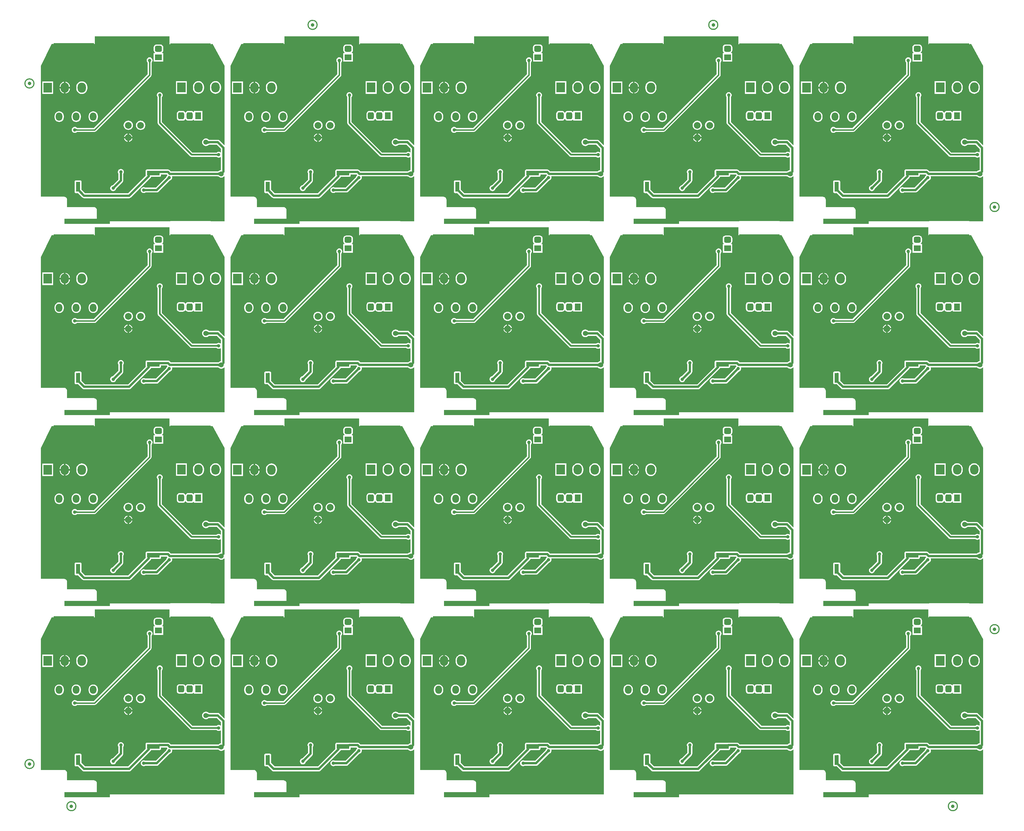
<source format=gbl>
G04*
G04 #@! TF.GenerationSoftware,Altium Limited,Altium Designer,22.11.1 (43)*
G04*
G04 Layer_Physical_Order=2*
G04 Layer_Color=16711680*
%FSTAX26Y26*%
%MOIN*%
G70*
G04*
G04 #@! TF.SameCoordinates,AA770BCE-04E6-4DAC-A3A7-18814E9E4FF3*
G04*
G04*
G04 #@! TF.FilePolarity,Positive*
G04*
G01*
G75*
%ADD10C,0.011811*%
%ADD11C,0.042047*%
%ADD31C,0.059055*%
%ADD33C,0.027559*%
%ADD36C,0.015748*%
%ADD38C,0.019685*%
%ADD44R,0.150000X0.056000*%
%ADD45R,0.515000X0.197000*%
%ADD47O,0.078740X0.094488*%
%ADD48R,0.098425X0.118110*%
%ADD49O,0.098425X0.118110*%
%ADD50C,0.078740*%
%ADD51R,0.070866X0.082677*%
G04:AMPARAMS|DCode=52|XSize=70.866mil|YSize=82.677mil|CornerRadius=17.716mil|HoleSize=0mil|Usage=FLASHONLY|Rotation=180.000|XOffset=0mil|YOffset=0mil|HoleType=Round|Shape=RoundedRectangle|*
%AMROUNDEDRECTD52*
21,1,0.070866,0.047244,0,0,180.0*
21,1,0.035433,0.082677,0,0,180.0*
1,1,0.035433,-0.017717,0.023622*
1,1,0.035433,0.017717,0.023622*
1,1,0.035433,0.017717,-0.023622*
1,1,0.035433,-0.017717,-0.023622*
%
%ADD52ROUNDEDRECTD52*%
G04:AMPARAMS|DCode=53|XSize=70.866mil|YSize=82.677mil|CornerRadius=17.716mil|HoleSize=0mil|Usage=FLASHONLY|Rotation=90.000|XOffset=0mil|YOffset=0mil|HoleType=Round|Shape=RoundedRectangle|*
%AMROUNDEDRECTD53*
21,1,0.070866,0.047244,0,0,90.0*
21,1,0.035433,0.082677,0,0,90.0*
1,1,0.035433,0.023622,0.017717*
1,1,0.035433,0.023622,-0.017717*
1,1,0.035433,-0.023622,-0.017717*
1,1,0.035433,-0.023622,0.017717*
%
%ADD53ROUNDEDRECTD53*%
%ADD54R,0.082677X0.070866*%
%ADD55R,0.472441X0.125984*%
%ADD56R,0.452756X0.137795*%
%ADD57R,0.472441X0.157480*%
%ADD58C,0.027559*%
%ADD59C,0.039370*%
%ADD60R,0.532626X0.059000*%
%ADD61R,0.501220X0.314992*%
%ADD62R,0.520189X0.308992*%
%ADD63R,0.051000X0.118000*%
G36*
X10453818Y08870368D02*
X10453782D01*
Y08807218D01*
X10946223D01*
Y08852074D01*
X10959087D01*
X110997Y08595341D01*
X11099701Y07667262D01*
X11095081Y07665349D01*
X11041528Y07718901D01*
X11035516Y07723514D01*
X11028515Y07726414D01*
X11021003Y07727404D01*
X11021002Y07727403D01*
X10925362D01*
X10925173Y07727445D01*
X1092244Y07727506D01*
X10920302Y07727657D01*
X10918449Y0772789D01*
X10916881Y07728187D01*
X10915606Y07728521D01*
X10914619Y07728864D01*
X10913905Y07729184D01*
X10913437Y07729451D01*
X10913167Y07729645D01*
X1091306Y07729742D01*
X1091276Y07730133D01*
X10903458Y0773727D01*
X10892627Y07741757D01*
X10881003Y07743287D01*
X10869379Y07741757D01*
X10858547Y0773727D01*
X10849245Y07730133D01*
X10842108Y07720831D01*
X10837621Y0771D01*
X10836091Y07698376D01*
X10837621Y07686752D01*
X10842108Y0767592D01*
X10849245Y07666618D01*
X10858547Y07659481D01*
X10869379Y07654994D01*
X10881003Y07653464D01*
X10892627Y07654994D01*
X10903458Y07659481D01*
X1091276Y07666618D01*
X1091306Y07667009D01*
X10913167Y07667106D01*
X10913437Y07667301D01*
X10913906Y07667568D01*
X10914619Y07667887D01*
X10915606Y0766823D01*
X10916882Y07668565D01*
X10918237Y07668821D01*
X10922639Y0766925D01*
X10925173Y07669306D01*
X10925362Y07669348D01*
X11008979D01*
X11057195Y07621132D01*
Y07582299D01*
X11052195Y07579833D01*
X11048495Y07582673D01*
X11040057Y07586168D01*
X11031003Y0758736D01*
X11021948Y07586168D01*
X1101351Y07582673D01*
X11007432Y07578009D01*
X11007361Y07577987D01*
X11006828Y07577865D01*
X11006209Y07577765D01*
X11005487Y07577705D01*
X10724222D01*
X10364332Y07937595D01*
Y08227121D01*
X10364361Y08227398D01*
X10364492Y08228201D01*
X10364614Y08228734D01*
X10364636Y08228805D01*
X103693Y08234883D01*
X10372795Y08243321D01*
X10373987Y08252376D01*
X10372795Y0826143D01*
X103693Y08269868D01*
X1036374Y08277113D01*
X10356495Y08282673D01*
X10348057Y08286168D01*
X10339003Y0828736D01*
X10329948Y08286168D01*
X1032151Y08282673D01*
X10314265Y08277113D01*
X10308705Y08269868D01*
X1030521Y0826143D01*
X10304018Y08252376D01*
X1030521Y08243321D01*
X10308705Y08234883D01*
X10313369Y08228805D01*
X10313391Y08228734D01*
X10313513Y08228201D01*
X10313614Y08227582D01*
X10313673Y0822686D01*
Y07927103D01*
X10315601Y0791741D01*
X10321092Y07909193D01*
X1069582Y07534465D01*
X10704037Y07528975D01*
X1071373Y07527046D01*
X11005748D01*
X11006025Y07527017D01*
X11006828Y07526886D01*
X11007361Y07526764D01*
X11007432Y07526742D01*
X1101351Y07522078D01*
X11021948Y07518583D01*
X11031003Y07517391D01*
X11040057Y07518583D01*
X11048495Y07522078D01*
X11052195Y07524918D01*
X11057195Y07522452D01*
Y07371786D01*
X11049379Y07370757D01*
X11038547Y0736627D01*
X11029245Y07359133D01*
X11028945Y07358742D01*
X11028838Y07358645D01*
X11028568Y07358451D01*
X110281Y07358184D01*
X11027386Y07357864D01*
X11026399Y07357521D01*
X11025123Y07357187D01*
X11023768Y0735693D01*
X11019365Y07356502D01*
X11016832Y07356445D01*
X11016643Y07356403D01*
X10469026D01*
X10455528Y07369901D01*
X10449516Y07374514D01*
X10442515Y07377414D01*
X10435003Y07378404D01*
X10435002Y07378403D01*
X1034034D01*
X10339003Y07378669D01*
X10189003D01*
X1018315Y07377505D01*
X10178188Y0737419D01*
X10174873Y07369228D01*
X10173709Y07363376D01*
Y07307376D01*
X10174081Y07305505D01*
X09967979Y07099403D01*
X09463026D01*
X09420296Y07142133D01*
Y07234376D01*
X09419132Y07240228D01*
X09415817Y0724519D01*
X09410855Y07248505D01*
X09405003Y07249669D01*
X09354003D01*
X0934815Y07248505D01*
X09343188Y0724519D01*
X09339873Y07240228D01*
X09338709Y07234376D01*
Y07116376D01*
X09339873Y07110523D01*
X09343188Y07105561D01*
X0934815Y07102246D01*
X09354003Y07101082D01*
X09379245D01*
X09430476Y0704985D01*
X09430477Y0704985D01*
X09436489Y07045237D01*
X0944349Y07042337D01*
X09451003Y07041348D01*
X09451003Y07041348D01*
X09980002D01*
X09980003Y07041348D01*
X09987515Y07042337D01*
X09994516Y07045237D01*
X10000528Y0704985D01*
X10231234Y07280556D01*
X10231235Y07280556D01*
X10235848Y07286568D01*
X10238131Y07292082D01*
X10339003D01*
X10344855Y07293246D01*
X10349817Y07296561D01*
X10353132Y07301523D01*
X10354296Y07307376D01*
Y07320348D01*
X10422979D01*
X10428213Y07315114D01*
X10427886Y07310124D01*
X10425265Y07308113D01*
X10419705Y07300868D01*
X1041621Y0729243D01*
X10415938Y07290363D01*
X10291979Y07166403D01*
X10170149D01*
X10168495Y07167673D01*
X10160057Y07171168D01*
X10151003Y0717236D01*
X10141948Y07171168D01*
X1013351Y07167673D01*
X10126265Y07162113D01*
X10120705Y07154868D01*
X1011721Y0714643D01*
X10116018Y07137376D01*
X1011721Y07128321D01*
X10120705Y07119883D01*
X10126265Y07112638D01*
X1013351Y07107078D01*
X10141948Y07103583D01*
X10151003Y07102391D01*
X10160057Y07103583D01*
X10168495Y07107078D01*
X10170149Y07108348D01*
X10304002D01*
X10304003Y07108348D01*
X10311515Y07109337D01*
X10318516Y07112237D01*
X10324528Y0711685D01*
X1045699Y07249311D01*
X10459057Y07249583D01*
X10467495Y07253078D01*
X1047474Y07258638D01*
X104803Y07265883D01*
X10483795Y07274321D01*
X10484987Y07283376D01*
X10483795Y0729243D01*
X10483066Y0729419D01*
X10485844Y07298348D01*
X11016643D01*
X11016832Y07298306D01*
X11019565Y07298245D01*
X11021703Y07298094D01*
X11023556Y07297861D01*
X11025123Y07297565D01*
X11026399Y0729723D01*
X11027386Y07296888D01*
X110281Y07296567D01*
X11028568Y07296301D01*
X11028837Y07296107D01*
X11028945Y07296009D01*
X11029245Y07295618D01*
X11038547Y07288481D01*
X11049379Y07283994D01*
X11061003Y07282464D01*
X11072627Y07283994D01*
X11083458Y07288481D01*
X1109276Y07295618D01*
X11094966Y07298493D01*
X11099701Y07296886D01*
Y06769834D01*
X10939653D01*
X1093638Y06773478D01*
X1093638Y06774834D01*
Y06842533D01*
X10463625D01*
Y06774834D01*
X10463624Y06773478D01*
X10460352Y06769834D01*
X09587285D01*
X09585588Y06774834D01*
X09589965Y06778192D01*
X09595575Y06785503D01*
X09599102Y06794018D01*
X09600305Y06803154D01*
Y06901596D01*
X09599102Y06910732D01*
X09595575Y06919247D01*
X09589965Y06926558D01*
X09582654Y06932168D01*
X09574139Y06935695D01*
X09565003Y06936898D01*
X09251305D01*
Y07023376D01*
X09250102Y07032512D01*
X09246575Y07041027D01*
X09240965Y07048338D01*
X09233654Y07053948D01*
X09225139Y07057475D01*
X09216003Y07058678D01*
X08943305D01*
X08943304Y08596166D01*
X09069125Y08852074D01*
X09082782D01*
Y08809218D01*
X09575223D01*
Y08872368D01*
X09575003D01*
Y08944074D01*
X10453818D01*
Y08870368D01*
D02*
G37*
G36*
X08226818D02*
X08226782D01*
Y08807218D01*
X08719222D01*
Y08852074D01*
X08732087D01*
X088727Y08595341D01*
X088727Y07667262D01*
X08868081Y07665349D01*
X08814528Y07718901D01*
X08808516Y07723514D01*
X08801515Y07726414D01*
X08794002Y07727404D01*
X08794001Y07727403D01*
X08698361D01*
X08698172Y07727445D01*
X08695439Y07727506D01*
X08693302Y07727657D01*
X08691448Y0772789D01*
X08689881Y07728187D01*
X08688605Y07728521D01*
X08687619Y07728864D01*
X08686904Y07729184D01*
X08686436Y07729451D01*
X08686167Y07729645D01*
X08686059Y07729742D01*
X08685759Y07730133D01*
X08676458Y0773727D01*
X08665626Y07741757D01*
X08654002Y07743287D01*
X08642378Y07741757D01*
X08631546Y0773727D01*
X08622245Y07730133D01*
X08615107Y07720831D01*
X08610621Y0771D01*
X0860909Y07698376D01*
X08610621Y07686752D01*
X08615107Y0767592D01*
X08622245Y07666618D01*
X08631546Y07659481D01*
X08642378Y07654994D01*
X08654002Y07653464D01*
X08665626Y07654994D01*
X08676458Y07659481D01*
X08685759Y07666618D01*
X08686059Y07667009D01*
X08686167Y07667106D01*
X08686436Y07667301D01*
X08686905Y07667568D01*
X08687618Y07667887D01*
X08688605Y0766823D01*
X08689881Y07668565D01*
X08691237Y07668821D01*
X08695639Y0766925D01*
X08698172Y07669306D01*
X08698361Y07669348D01*
X08781978D01*
X08830194Y07621132D01*
Y07582299D01*
X08825194Y07579833D01*
X08821494Y07582673D01*
X08813057Y07586168D01*
X08804002Y0758736D01*
X08794947Y07586168D01*
X0878651Y07582673D01*
X08780432Y07578009D01*
X0878036Y07577987D01*
X08779828Y07577865D01*
X08779209Y07577765D01*
X08778486Y07577705D01*
X08497221D01*
X08137331Y07937595D01*
Y08227121D01*
X08137361Y08227398D01*
X08137492Y08228201D01*
X08137613Y08228734D01*
X08137635Y08228805D01*
X08142299Y08234883D01*
X08145794Y08243321D01*
X08146986Y08252376D01*
X08145794Y0826143D01*
X08142299Y08269868D01*
X0813674Y08277113D01*
X08129494Y08282673D01*
X08121057Y08286168D01*
X08112002Y0828736D01*
X08102947Y08286168D01*
X0809451Y08282673D01*
X08087264Y08277113D01*
X08081705Y08269868D01*
X0807821Y0826143D01*
X08077018Y08252376D01*
X0807821Y08243321D01*
X08081705Y08234883D01*
X08086369Y08228805D01*
X08086391Y08228734D01*
X08086512Y08228201D01*
X08086613Y08227582D01*
X08086673Y0822686D01*
Y07927103D01*
X08088601Y0791741D01*
X08094092Y07909193D01*
X08468819Y07534465D01*
X08477037Y07528975D01*
X0848673Y07527046D01*
X08778748D01*
X08779024Y07527017D01*
X08779828Y07526886D01*
X0878036Y07526764D01*
X08780432Y07526742D01*
X0878651Y07522078D01*
X08794947Y07518583D01*
X08804002Y07517391D01*
X08813057Y07518583D01*
X08821494Y07522078D01*
X08825194Y07524918D01*
X08830194Y07522452D01*
Y07371786D01*
X08822378Y07370757D01*
X08811546Y0736627D01*
X08802245Y07359133D01*
X08801945Y07358742D01*
X08801837Y07358645D01*
X08801567Y07358451D01*
X08801099Y07358184D01*
X08800386Y07357864D01*
X08799398Y07357521D01*
X08798123Y07357187D01*
X08796767Y0735693D01*
X08792365Y07356502D01*
X08789832Y07356445D01*
X08789643Y07356403D01*
X08242026D01*
X08228528Y07369901D01*
X08222516Y07374514D01*
X08215515Y07377414D01*
X08208002Y07378404D01*
X08208001Y07378403D01*
X0811334D01*
X08112002Y07378669D01*
X07962002D01*
X07956149Y07377505D01*
X07951188Y0737419D01*
X07947872Y07369228D01*
X07946708Y07363376D01*
Y07307376D01*
X0794708Y07305505D01*
X07740978Y07099403D01*
X07236026D01*
X07193296Y07142133D01*
Y07234376D01*
X07192132Y07240228D01*
X07188816Y0724519D01*
X07183855Y07248505D01*
X07178002Y07249669D01*
X07127002D01*
X07121149Y07248505D01*
X07116188Y0724519D01*
X07112872Y07240228D01*
X07111708Y07234376D01*
Y07116376D01*
X07112872Y07110523D01*
X07116188Y07105561D01*
X07121149Y07102246D01*
X07127002Y07101082D01*
X07152244D01*
X07203476Y0704985D01*
X07203476Y0704985D01*
X07209488Y07045237D01*
X07216489Y07042337D01*
X07224002Y07041348D01*
X07224003Y07041348D01*
X07753001D01*
X07753002Y07041348D01*
X07760515Y07042337D01*
X07767516Y07045237D01*
X07773528Y0704985D01*
X08004234Y07280556D01*
X08004234Y07280556D01*
X08008847Y07286568D01*
X08011131Y07292082D01*
X08112002D01*
X08117855Y07293246D01*
X08122816Y07296561D01*
X08126132Y07301523D01*
X08127296Y07307376D01*
Y07320348D01*
X08195978D01*
X08201212Y07315114D01*
X08200885Y07310124D01*
X08198264Y07308113D01*
X08192705Y07300868D01*
X0818921Y0729243D01*
X08188938Y07290363D01*
X08064978Y07166403D01*
X07943149D01*
X07941494Y07167673D01*
X07933057Y07171168D01*
X07924002Y0717236D01*
X07914947Y07171168D01*
X0790651Y07167673D01*
X07899264Y07162113D01*
X07893705Y07154868D01*
X0789021Y0714643D01*
X07889018Y07137376D01*
X0789021Y07128321D01*
X07893705Y07119883D01*
X07899264Y07112638D01*
X0790651Y07107078D01*
X07914947Y07103583D01*
X07924002Y07102391D01*
X07933057Y07103583D01*
X07941494Y07107078D01*
X07943149Y07108348D01*
X08077001D01*
X08077002Y07108348D01*
X08084515Y07109337D01*
X08091516Y07112237D01*
X08097528Y0711685D01*
X08229989Y07249311D01*
X08232057Y07249583D01*
X08240494Y07253078D01*
X0824774Y07258638D01*
X08253299Y07265883D01*
X08256794Y07274321D01*
X08257986Y07283376D01*
X08256794Y0729243D01*
X08256065Y0729419D01*
X08258843Y07298348D01*
X08789643D01*
X08789832Y07298306D01*
X08792565Y07298245D01*
X08794702Y07298094D01*
X08796556Y07297861D01*
X08798123Y07297565D01*
X08799398Y0729723D01*
X08800385Y07296888D01*
X088011Y07296567D01*
X08801568Y07296301D01*
X08801837Y07296107D01*
X08801945Y07296009D01*
X08802245Y07295618D01*
X08811546Y07288481D01*
X08822378Y07283994D01*
X08834002Y07282464D01*
X08845626Y07283994D01*
X08856458Y07288481D01*
X08865759Y07295618D01*
X08867965Y07298493D01*
X088727Y07296886D01*
Y06769834D01*
X08712653D01*
X0870938Y06773478D01*
X0870938Y06774834D01*
Y06842533D01*
X08236624D01*
Y06774834D01*
X08236624Y06773478D01*
X08233351Y06769834D01*
X07360285D01*
X07358587Y06774834D01*
X07362964Y06778192D01*
X07368574Y06785503D01*
X07372101Y06794018D01*
X07373304Y06803154D01*
Y06901596D01*
X07372101Y06910732D01*
X07368574Y06919247D01*
X07362964Y06926558D01*
X07355653Y06932168D01*
X07347139Y06935695D01*
X07338002Y06936898D01*
X07024304D01*
Y07023376D01*
X07023101Y07032512D01*
X07019574Y07041027D01*
X07013964Y07048338D01*
X07006653Y07053948D01*
X06998139Y07057475D01*
X06989002Y07058678D01*
X06716304D01*
X06716303Y08596166D01*
X06842124Y08852074D01*
X06855782D01*
Y08809218D01*
X07348222D01*
Y08872368D01*
X07348002D01*
Y08944074D01*
X08226818D01*
Y08870368D01*
D02*
G37*
G36*
X05999818D02*
X05999781D01*
Y08807218D01*
X06492222D01*
Y08852074D01*
X06505086D01*
X06645699Y08595341D01*
X06645699Y07667262D01*
X0664108Y07665349D01*
X06587527Y07718901D01*
X06581515Y07723514D01*
X06574514Y07726414D01*
X06567002Y07727404D01*
X06567001Y07727403D01*
X06471361D01*
X06471172Y07727445D01*
X06468439Y07727506D01*
X06466301Y07727657D01*
X06464448Y0772789D01*
X06462881Y07728187D01*
X06461605Y07728521D01*
X06460618Y07728864D01*
X06459904Y07729184D01*
X06459436Y07729451D01*
X06459167Y07729645D01*
X06459059Y07729742D01*
X06458759Y07730133D01*
X06449457Y0773727D01*
X06438626Y07741757D01*
X06427002Y07743287D01*
X06415377Y07741757D01*
X06404546Y0773727D01*
X06395244Y07730133D01*
X06388107Y07720831D01*
X0638362Y0771D01*
X0638209Y07698376D01*
X0638362Y07686752D01*
X06388107Y0767592D01*
X06395244Y07666618D01*
X06404546Y07659481D01*
X06415377Y07654994D01*
X06427002Y07653464D01*
X06438626Y07654994D01*
X06449457Y07659481D01*
X06458759Y07666618D01*
X06459059Y07667009D01*
X06459166Y07667106D01*
X06459436Y07667301D01*
X06459904Y07667568D01*
X06460618Y07667887D01*
X06461605Y0766823D01*
X06462881Y07668565D01*
X06464236Y07668821D01*
X06468639Y0766925D01*
X06471172Y07669306D01*
X06471361Y07669348D01*
X06554978D01*
X06603194Y07621132D01*
Y07582299D01*
X06598194Y07579833D01*
X06594494Y07582673D01*
X06586056Y07586168D01*
X06577002Y0758736D01*
X06567947Y07586168D01*
X06559509Y07582673D01*
X06553431Y07578009D01*
X0655336Y07577987D01*
X06552827Y07577865D01*
X06552208Y07577765D01*
X06551486Y07577705D01*
X06270221D01*
X05910331Y07937595D01*
Y08227121D01*
X0591036Y08227398D01*
X05910491Y08228201D01*
X05910613Y08228734D01*
X05910635Y08228805D01*
X05915299Y08234883D01*
X05918794Y08243321D01*
X05919986Y08252376D01*
X05918794Y0826143D01*
X05915299Y08269868D01*
X05909739Y08277113D01*
X05902494Y08282673D01*
X05894056Y08286168D01*
X05885002Y0828736D01*
X05875947Y08286168D01*
X05867509Y08282673D01*
X05860264Y08277113D01*
X05854704Y08269868D01*
X05851209Y0826143D01*
X05850017Y08252376D01*
X05851209Y08243321D01*
X05854704Y08234883D01*
X05859368Y08228805D01*
X0585939Y08228734D01*
X05859512Y08228201D01*
X05859613Y08227582D01*
X05859672Y0822686D01*
Y07927103D01*
X058616Y0791741D01*
X05867091Y07909193D01*
X06241819Y07534465D01*
X06250036Y07528975D01*
X06259729Y07527046D01*
X06551747D01*
X06552024Y07527017D01*
X06552827Y07526886D01*
X0655336Y07526764D01*
X06553431Y07526742D01*
X06559509Y07522078D01*
X06567947Y07518583D01*
X06577002Y07517391D01*
X06586056Y07518583D01*
X06594494Y07522078D01*
X06598194Y07524918D01*
X06603194Y07522452D01*
Y07371786D01*
X06595377Y07370757D01*
X06584546Y0736627D01*
X06575244Y07359133D01*
X06574944Y07358742D01*
X06574837Y07358645D01*
X06574567Y07358451D01*
X06574099Y07358184D01*
X06573385Y07357864D01*
X06572398Y07357521D01*
X06571122Y07357187D01*
X06569767Y0735693D01*
X06565364Y07356502D01*
X06562831Y07356445D01*
X06562642Y07356403D01*
X06015025D01*
X06001527Y07369901D01*
X05995515Y07374514D01*
X05988514Y07377414D01*
X05981002Y07378404D01*
X05981001Y07378403D01*
X05886339D01*
X05885002Y07378669D01*
X05735002D01*
X05729149Y07377505D01*
X05724187Y0737419D01*
X05720872Y07369228D01*
X05719708Y07363376D01*
Y07307376D01*
X0572008Y07305505D01*
X05513978Y07099403D01*
X05009025D01*
X04966295Y07142133D01*
Y07234376D01*
X04965131Y07240228D01*
X04961816Y0724519D01*
X04956854Y07248505D01*
X04951002Y07249669D01*
X04900002D01*
X04894149Y07248505D01*
X04889187Y0724519D01*
X04885872Y07240228D01*
X04884708Y07234376D01*
Y07116376D01*
X04885872Y07110523D01*
X04889187Y07105561D01*
X04894149Y07102246D01*
X04900002Y07101082D01*
X04925244D01*
X04976475Y0704985D01*
X04976476Y0704985D01*
X04982488Y07045237D01*
X04989489Y07042337D01*
X04997002Y07041348D01*
X04997002Y07041348D01*
X05526001D01*
X05526002Y07041348D01*
X05533514Y07042337D01*
X05540515Y07045237D01*
X05546527Y0704985D01*
X05777233Y07280556D01*
X05777234Y07280556D01*
X05781847Y07286568D01*
X05784131Y07292082D01*
X05885002D01*
X05890854Y07293246D01*
X05895816Y07296561D01*
X05899131Y07301523D01*
X05900295Y07307376D01*
Y07320348D01*
X05968978D01*
X05974212Y07315114D01*
X05973885Y07310124D01*
X05971264Y07308113D01*
X05965704Y07300868D01*
X05962209Y0729243D01*
X05961937Y07290363D01*
X05837978Y07166403D01*
X05716148D01*
X05714494Y07167673D01*
X05706056Y07171168D01*
X05697002Y0717236D01*
X05687947Y07171168D01*
X05679509Y07167673D01*
X05672264Y07162113D01*
X05666704Y07154868D01*
X05663209Y0714643D01*
X05662017Y07137376D01*
X05663209Y07128321D01*
X05666704Y07119883D01*
X05672264Y07112638D01*
X05679509Y07107078D01*
X05687947Y07103583D01*
X05697002Y07102391D01*
X05706056Y07103583D01*
X05714494Y07107078D01*
X05716148Y07108348D01*
X05850001D01*
X05850002Y07108348D01*
X05857514Y07109337D01*
X05864515Y07112237D01*
X05870527Y0711685D01*
X06002989Y07249311D01*
X06005056Y07249583D01*
X06013494Y07253078D01*
X06020739Y07258638D01*
X06026299Y07265883D01*
X06029794Y07274321D01*
X06030986Y07283376D01*
X06029794Y0729243D01*
X06029065Y0729419D01*
X06031842Y07298348D01*
X06562642D01*
X06562831Y07298306D01*
X06565564Y07298245D01*
X06567702Y07298094D01*
X06569555Y07297861D01*
X06571123Y07297565D01*
X06572398Y0729723D01*
X06573385Y07296888D01*
X06574099Y07296567D01*
X06574567Y07296301D01*
X06574837Y07296107D01*
X06574944Y07296009D01*
X06575244Y07295618D01*
X06584546Y07288481D01*
X06595377Y07283994D01*
X06607002Y07282464D01*
X06618626Y07283994D01*
X06629457Y07288481D01*
X06638759Y07295618D01*
X06640965Y07298493D01*
X06645699Y07296886D01*
Y06769834D01*
X06485652D01*
X0648238Y06773478D01*
X06482379Y06774834D01*
Y06842533D01*
X06009624D01*
Y06774834D01*
X06009623Y06773478D01*
X06006351Y06769834D01*
X05133284D01*
X05131587Y06774834D01*
X05135964Y06778192D01*
X05141574Y06785503D01*
X05145101Y06794018D01*
X05146303Y06803154D01*
Y06901596D01*
X05145101Y06910732D01*
X05141574Y06919247D01*
X05135964Y06926558D01*
X05128653Y06932168D01*
X05120138Y06935695D01*
X05111002Y06936898D01*
X04797303D01*
Y07023376D01*
X04796101Y07032512D01*
X04792574Y07041027D01*
X04786964Y07048338D01*
X04779653Y07053948D01*
X04771138Y07057475D01*
X04762002Y07058678D01*
X04489304D01*
X04489303Y08596166D01*
X04615124Y08852074D01*
X04628781D01*
Y08809218D01*
X05121222D01*
Y08872368D01*
X05121002D01*
Y08944074D01*
X05999818D01*
Y08870368D01*
D02*
G37*
G36*
X03772817D02*
X03772781D01*
Y08807218D01*
X04265221D01*
Y08852074D01*
X04278086D01*
X04418699Y08595341D01*
X04418699Y07667262D01*
X04414079Y07665349D01*
X04360527Y07718901D01*
X04354515Y07723514D01*
X04347514Y07726414D01*
X04340001Y07727404D01*
X0434Y07727403D01*
X0424436D01*
X04244171Y07727445D01*
X04241438Y07727506D01*
X04239301Y07727657D01*
X04237447Y0772789D01*
X0423588Y07728187D01*
X04234605Y07728521D01*
X04233618Y07728864D01*
X04232903Y07729184D01*
X04232435Y07729451D01*
X04232166Y07729645D01*
X04232058Y07729742D01*
X04231758Y07730133D01*
X04222457Y0773727D01*
X04211625Y07741757D01*
X04200001Y07743287D01*
X04188377Y07741757D01*
X04177545Y0773727D01*
X04168244Y07730133D01*
X04161106Y07720831D01*
X0415662Y0771D01*
X04155089Y07698376D01*
X0415662Y07686752D01*
X04161106Y0767592D01*
X04168244Y07666618D01*
X04177545Y07659481D01*
X04188377Y07654994D01*
X04200001Y07653464D01*
X04211625Y07654994D01*
X04222457Y07659481D01*
X04231758Y07666618D01*
X04232058Y07667009D01*
X04232166Y07667106D01*
X04232435Y07667301D01*
X04232904Y07667568D01*
X04233617Y07667887D01*
X04234605Y0766823D01*
X0423588Y07668565D01*
X04237236Y07668821D01*
X04241638Y0766925D01*
X04244171Y07669306D01*
X0424436Y07669348D01*
X04327977D01*
X04376194Y07621132D01*
Y07582299D01*
X04371194Y07579833D01*
X04367493Y07582673D01*
X04359056Y07586168D01*
X04350001Y0758736D01*
X04340946Y07586168D01*
X04332509Y07582673D01*
X04326431Y07578009D01*
X04326359Y07577987D01*
X04325827Y07577865D01*
X04325208Y07577765D01*
X04324485Y07577705D01*
X0404322D01*
X0368333Y07937595D01*
Y08227121D01*
X0368336Y08227398D01*
X03683491Y08228201D01*
X03683612Y08228734D01*
X03683634Y08228805D01*
X03688298Y08234883D01*
X03691793Y08243321D01*
X03692985Y08252376D01*
X03691793Y0826143D01*
X03688298Y08269868D01*
X03682739Y08277113D01*
X03675493Y08282673D01*
X03667056Y08286168D01*
X03658001Y0828736D01*
X03648946Y08286168D01*
X03640509Y08282673D01*
X03633263Y08277113D01*
X03627704Y08269868D01*
X03624209Y0826143D01*
X03623017Y08252376D01*
X03624209Y08243321D01*
X03627704Y08234883D01*
X03632368Y08228805D01*
X0363239Y08228734D01*
X03632511Y08228201D01*
X03632612Y08227582D01*
X03632672Y0822686D01*
Y07927103D01*
X036346Y0791741D01*
X03640091Y07909193D01*
X04014818Y07534465D01*
X04023036Y07528975D01*
X04032729Y07527046D01*
X04324747D01*
X04325023Y07527017D01*
X04325827Y07526886D01*
X04326359Y07526764D01*
X04326431Y07526742D01*
X04332509Y07522078D01*
X04340946Y07518583D01*
X04350001Y07517391D01*
X04359056Y07518583D01*
X04367493Y07522078D01*
X04371194Y07524918D01*
X04376194Y07522452D01*
Y07371786D01*
X04368377Y07370757D01*
X04357545Y0736627D01*
X04348244Y07359133D01*
X04347944Y07358742D01*
X04347836Y07358645D01*
X04347566Y07358451D01*
X04347098Y07358184D01*
X04346385Y07357864D01*
X04345398Y07357521D01*
X04344122Y07357187D01*
X04342766Y0735693D01*
X04338364Y07356502D01*
X04335831Y07356445D01*
X04335642Y07356403D01*
X03788025D01*
X03774527Y07369901D01*
X03768515Y07374514D01*
X03761514Y07377414D01*
X03754001Y07378404D01*
X03754Y07378403D01*
X03659339D01*
X03658001Y07378669D01*
X03508001D01*
X03502148Y07377505D01*
X03497187Y0737419D01*
X03493871Y07369228D01*
X03492707Y07363376D01*
Y07307376D01*
X03493079Y07305505D01*
X03286977Y07099403D01*
X02782025D01*
X02739295Y07142133D01*
Y07234376D01*
X02738131Y07240228D01*
X02734815Y0724519D01*
X02729854Y07248505D01*
X02724001Y07249669D01*
X02673001D01*
X02667148Y07248505D01*
X02662187Y0724519D01*
X02658871Y07240228D01*
X02657707Y07234376D01*
Y07116376D01*
X02658871Y07110523D01*
X02662187Y07105561D01*
X02667148Y07102246D01*
X02673001Y07101082D01*
X02698243D01*
X02749475Y0704985D01*
X02749475Y0704985D01*
X02755487Y07045237D01*
X02762488Y07042337D01*
X02770001Y07041348D01*
X02770002Y07041348D01*
X03299D01*
X03299001Y07041348D01*
X03306514Y07042337D01*
X03313515Y07045237D01*
X03319527Y0704985D01*
X03550233Y07280556D01*
X03550233Y07280556D01*
X03554846Y07286568D01*
X0355713Y07292082D01*
X03658001D01*
X03663854Y07293246D01*
X03668815Y07296561D01*
X03672131Y07301523D01*
X03673295Y07307376D01*
Y07320348D01*
X03741977D01*
X03747211Y07315114D01*
X03746884Y07310124D01*
X03744263Y07308113D01*
X03738704Y07300868D01*
X03735209Y0729243D01*
X03734937Y07290363D01*
X03610977Y07166403D01*
X03489148D01*
X03487493Y07167673D01*
X03479056Y07171168D01*
X03470001Y0717236D01*
X03460946Y07171168D01*
X03452509Y07167673D01*
X03445263Y07162113D01*
X03439704Y07154868D01*
X03436209Y0714643D01*
X03435017Y07137376D01*
X03436209Y07128321D01*
X03439704Y07119883D01*
X03445263Y07112638D01*
X03452509Y07107078D01*
X03460946Y07103583D01*
X03470001Y07102391D01*
X03479056Y07103583D01*
X03487493Y07107078D01*
X03489148Y07108348D01*
X03623D01*
X03623001Y07108348D01*
X03630514Y07109337D01*
X03637515Y07112237D01*
X03643527Y0711685D01*
X03775988Y07249311D01*
X03778056Y07249583D01*
X03786493Y07253078D01*
X03793739Y07258638D01*
X03799298Y07265883D01*
X03802793Y07274321D01*
X03803985Y07283376D01*
X03802793Y0729243D01*
X03802064Y0729419D01*
X03804842Y07298348D01*
X04335642D01*
X04335831Y07298306D01*
X04338564Y07298245D01*
X04340701Y07298094D01*
X04342555Y07297861D01*
X04344122Y07297565D01*
X04345398Y0729723D01*
X04346384Y07296888D01*
X04347099Y07296567D01*
X04347567Y07296301D01*
X04347836Y07296107D01*
X04347944Y07296009D01*
X04348244Y07295618D01*
X04357545Y07288481D01*
X04368377Y07283994D01*
X04380001Y07282464D01*
X04391625Y07283994D01*
X04402457Y07288481D01*
X04411758Y07295618D01*
X04413964Y07298493D01*
X04418699Y07296886D01*
Y06769834D01*
X04258652D01*
X04255379Y06773478D01*
X04255379Y06774834D01*
Y06842533D01*
X03782623D01*
Y06774834D01*
X03782623Y06773478D01*
X0377935Y06769834D01*
X02906284D01*
X02904586Y06774834D01*
X02908963Y06778192D01*
X02914573Y06785503D01*
X029181Y06794018D01*
X02919303Y06803154D01*
Y06901596D01*
X029181Y06910732D01*
X02914573Y06919247D01*
X02908963Y06926558D01*
X02901652Y06932168D01*
X02893138Y06935695D01*
X02884001Y06936898D01*
X02570303D01*
Y07023376D01*
X025691Y07032512D01*
X02565573Y07041027D01*
X02559963Y07048338D01*
X02552652Y07053948D01*
X02544138Y07057475D01*
X02535001Y07058678D01*
X02262303D01*
X02262302Y08596166D01*
X02388123Y08852074D01*
X02401781D01*
Y08809218D01*
X02894221D01*
Y08872368D01*
X02894001D01*
Y08944074D01*
X03772817D01*
Y08870368D01*
D02*
G37*
G36*
X01545816D02*
X0154578D01*
Y08807218D01*
X02038221D01*
Y08852074D01*
X02051085D01*
X02191698Y08595341D01*
X02191698Y07667262D01*
X02187079Y07665349D01*
X02133526Y07718901D01*
X02127514Y07723514D01*
X02120513Y07726414D01*
X02113001Y07727404D01*
X02113Y07727403D01*
X0201736D01*
X02017171Y07727445D01*
X02014438Y07727506D01*
X020123Y07727657D01*
X02010447Y0772789D01*
X0200888Y07728187D01*
X02007604Y07728521D01*
X02006617Y07728864D01*
X02005903Y07729184D01*
X02005435Y07729451D01*
X02005166Y07729645D01*
X02005058Y07729742D01*
X02004758Y07730133D01*
X01995456Y0773727D01*
X01984624Y07741757D01*
X01973001Y07743287D01*
X01961377Y07741757D01*
X01950545Y0773727D01*
X01941243Y07730133D01*
X01934106Y07720831D01*
X01929619Y0771D01*
X01928089Y07698376D01*
X01929619Y07686752D01*
X01934106Y0767592D01*
X01941243Y07666618D01*
X01950545Y07659481D01*
X01961377Y07654994D01*
X01973001Y07653464D01*
X01984624Y07654994D01*
X01995456Y07659481D01*
X02004758Y07666618D01*
X02005058Y07667009D01*
X02005165Y07667106D01*
X02005435Y07667301D01*
X02005903Y07667568D01*
X02006617Y07667887D01*
X02007604Y0766823D01*
X0200888Y07668565D01*
X02010235Y07668821D01*
X02014638Y0766925D01*
X02017171Y07669306D01*
X0201736Y07669348D01*
X02100977D01*
X02149193Y07621132D01*
Y07582299D01*
X02144193Y07579833D01*
X02140493Y07582673D01*
X02132055Y07586168D01*
X02123001Y0758736D01*
X02113946Y07586168D01*
X02105508Y07582673D01*
X0209943Y07578009D01*
X02099359Y07577987D01*
X02098826Y07577865D01*
X02098207Y07577765D01*
X02097485Y07577705D01*
X0181622D01*
X0145633Y07937595D01*
Y08227121D01*
X01456359Y08227398D01*
X0145649Y08228201D01*
X01456612Y08228734D01*
X01456634Y08228805D01*
X01461298Y08234883D01*
X01464793Y08243321D01*
X01465985Y08252376D01*
X01464793Y0826143D01*
X01461298Y08269868D01*
X01455738Y08277113D01*
X01448493Y08282673D01*
X01440055Y08286168D01*
X01431001Y0828736D01*
X01421946Y08286168D01*
X01413508Y08282673D01*
X01406263Y08277113D01*
X01400703Y08269868D01*
X01397208Y0826143D01*
X01396016Y08252376D01*
X01397208Y08243321D01*
X01400703Y08234883D01*
X01405367Y08228805D01*
X01405389Y08228734D01*
X01405511Y08228201D01*
X01405612Y08227582D01*
X01405671Y0822686D01*
Y07927103D01*
X01407599Y0791741D01*
X0141309Y07909193D01*
X01787818Y07534465D01*
X01796035Y07528975D01*
X01805728Y07527046D01*
X02097746D01*
X02098023Y07527017D01*
X02098826Y07526886D01*
X02099359Y07526764D01*
X0209943Y07526742D01*
X02105508Y07522078D01*
X02113946Y07518583D01*
X02123001Y07517391D01*
X02132055Y07518583D01*
X02140493Y07522078D01*
X02144193Y07524918D01*
X02149193Y07522452D01*
Y07371786D01*
X02141376Y07370757D01*
X02130545Y0736627D01*
X02121243Y07359133D01*
X02120943Y07358742D01*
X02120836Y07358645D01*
X02120566Y07358451D01*
X02120097Y07358184D01*
X02119384Y07357864D01*
X02118397Y07357521D01*
X02117121Y07357187D01*
X02115766Y0735693D01*
X02111363Y07356502D01*
X0210883Y07356445D01*
X02108641Y07356403D01*
X01561024D01*
X01547526Y07369901D01*
X01541514Y07374514D01*
X01534513Y07377414D01*
X01527001Y07378404D01*
X01527Y07378403D01*
X01432338D01*
X01431001Y07378669D01*
X01281001D01*
X01275148Y07377505D01*
X01270186Y0737419D01*
X01266871Y07369228D01*
X01265707Y07363376D01*
Y07307376D01*
X01266079Y07305505D01*
X01059977Y07099403D01*
X00555024D01*
X00512294Y07142133D01*
Y07234376D01*
X0051113Y07240228D01*
X00507815Y0724519D01*
X00502853Y07248505D01*
X00497Y07249669D01*
X00446D01*
X00440148Y07248505D01*
X00435186Y0724519D01*
X00431871Y07240228D01*
X00430707Y07234376D01*
Y07116376D01*
X00431871Y07110523D01*
X00435186Y07105561D01*
X00440148Y07102246D01*
X00446Y07101082D01*
X00471243D01*
X00522474Y0704985D01*
X00522475Y0704985D01*
X00528487Y07045237D01*
X00535488Y07042337D01*
X00543Y07041348D01*
X00543001Y07041348D01*
X01072D01*
X01072001Y07041348D01*
X01079513Y07042337D01*
X01086514Y07045237D01*
X01092526Y0704985D01*
X01323232Y07280556D01*
X01323233Y07280556D01*
X01327846Y07286568D01*
X0133013Y07292082D01*
X01431001D01*
X01436853Y07293246D01*
X01441815Y07296561D01*
X0144513Y07301523D01*
X01446294Y07307376D01*
Y07320348D01*
X01514977D01*
X01520211Y07315114D01*
X01519884Y07310124D01*
X01517263Y07308113D01*
X01511703Y07300868D01*
X01508208Y0729243D01*
X01507936Y07290363D01*
X01383977Y07166403D01*
X01262147D01*
X01260493Y07167673D01*
X01252055Y07171168D01*
X01243001Y0717236D01*
X01233946Y07171168D01*
X01225508Y07167673D01*
X01218263Y07162113D01*
X01212703Y07154868D01*
X01209208Y0714643D01*
X01208016Y07137376D01*
X01209208Y07128321D01*
X01212703Y07119883D01*
X01218263Y07112638D01*
X01225508Y07107078D01*
X01233946Y07103583D01*
X01243001Y07102391D01*
X01252055Y07103583D01*
X01260493Y07107078D01*
X01262147Y07108348D01*
X01396D01*
X01396001Y07108348D01*
X01403513Y07109337D01*
X01410514Y07112237D01*
X01416526Y0711685D01*
X01548988Y07249311D01*
X01551055Y07249583D01*
X01559493Y07253078D01*
X01566738Y07258638D01*
X01572298Y07265883D01*
X01575793Y07274321D01*
X01576985Y07283376D01*
X01575793Y0729243D01*
X01575064Y0729419D01*
X01577841Y07298348D01*
X02108641D01*
X0210883Y07298306D01*
X02111563Y07298245D01*
X02113701Y07298094D01*
X02115554Y07297861D01*
X02117122Y07297565D01*
X02118397Y0729723D01*
X02119384Y07296888D01*
X02120098Y07296567D01*
X02120566Y07296301D01*
X02120836Y07296107D01*
X02120943Y07296009D01*
X02121243Y07295618D01*
X02130545Y07288481D01*
X02141376Y07283994D01*
X02153001Y07282464D01*
X02164624Y07283994D01*
X02175456Y07288481D01*
X02184758Y07295618D01*
X02186964Y07298493D01*
X02191698Y07296886D01*
Y06769834D01*
X02031651D01*
X02028379Y06773478D01*
X02028378Y06774834D01*
Y06842533D01*
X01555623D01*
Y06774834D01*
X01555622Y06773478D01*
X0155235Y06769834D01*
X00679283D01*
X00677586Y06774834D01*
X00681963Y06778192D01*
X00687573Y06785503D01*
X006911Y06794018D01*
X00692303Y06803154D01*
Y06901596D01*
X006911Y06910732D01*
X00687573Y06919247D01*
X00681963Y06926558D01*
X00674652Y06932168D01*
X00666137Y06935695D01*
X00657Y06936898D01*
X00343303D01*
Y07023376D01*
X003421Y07032512D01*
X00338573Y07041027D01*
X00332963Y07048338D01*
X00325651Y07053948D01*
X00317137Y07057475D01*
X00308Y07058678D01*
X00035303D01*
X00035302Y08596166D01*
X00161123Y08852074D01*
X0017478D01*
Y08809218D01*
X00667221D01*
Y08872368D01*
X00667D01*
Y08944074D01*
X01545816D01*
Y08870368D01*
D02*
G37*
G36*
X10352034Y08237475D02*
X10351365Y08236491D01*
X10350774Y08235365D01*
X10350262Y08234097D01*
X10349829Y08232688D01*
X10349475Y08231137D01*
X10349199Y08229444D01*
X10349003Y0822761D01*
X10348845Y08223517D01*
X1032916D01*
X10329121Y08225634D01*
X10328806Y08229444D01*
X1032853Y08231137D01*
X10328176Y08232688D01*
X10327743Y08234097D01*
X10327231Y08235365D01*
X1032664Y08236491D01*
X10325971Y08237475D01*
X10325223Y08238318D01*
X10352782D01*
X10352034Y08237475D01*
D02*
G37*
G36*
X08125033D02*
X08124364Y08236491D01*
X08123774Y08235365D01*
X08123262Y08234097D01*
X08122829Y08232688D01*
X08122474Y08231137D01*
X08122199Y08229444D01*
X08122002Y0822761D01*
X08121845Y08223517D01*
X08102159D01*
X0810212Y08225634D01*
X08101805Y08229444D01*
X0810153Y08231137D01*
X08101175Y08232688D01*
X08100742Y08234097D01*
X0810023Y08235365D01*
X0809964Y08236491D01*
X08098971Y08237475D01*
X08098222Y08238318D01*
X08125782D01*
X08125033Y08237475D01*
D02*
G37*
G36*
X05898033D02*
X05897364Y08236491D01*
X05896773Y08235365D01*
X05896261Y08234097D01*
X05895828Y08232688D01*
X05895474Y08231137D01*
X05895198Y08229444D01*
X05895002Y0822761D01*
X05894844Y08223517D01*
X05875159D01*
X0587512Y08225634D01*
X05874805Y08229444D01*
X05874529Y08231137D01*
X05874175Y08232688D01*
X05873742Y08234097D01*
X0587323Y08235365D01*
X05872639Y08236491D01*
X0587197Y08237475D01*
X05871222Y08238318D01*
X05898781D01*
X05898033Y08237475D01*
D02*
G37*
G36*
X03671032D02*
X03670363Y08236491D01*
X03669773Y08235365D01*
X03669261Y08234097D01*
X03668828Y08232688D01*
X03668473Y08231137D01*
X03668198Y08229444D01*
X03668001Y0822761D01*
X03667843Y08223517D01*
X03648159D01*
X03648119Y08225634D01*
X03647804Y08229444D01*
X03647529Y08231137D01*
X03647174Y08232688D01*
X03646741Y08234097D01*
X03646229Y08235365D01*
X03645639Y08236491D01*
X0364497Y08237475D01*
X03644222Y08238318D01*
X0367178D01*
X03671032Y08237475D01*
D02*
G37*
G36*
X01444032D02*
X01443363Y08236491D01*
X01442772Y08235365D01*
X0144226Y08234097D01*
X01441827Y08232688D01*
X01441473Y08231137D01*
X01441197Y08229444D01*
X01441001Y0822761D01*
X01440843Y08223517D01*
X01421158D01*
X01421119Y08225634D01*
X01420804Y08229444D01*
X01420528Y08231137D01*
X01420174Y08232688D01*
X01419741Y08234097D01*
X01419229Y08235365D01*
X01418638Y08236491D01*
X01417969Y08237475D01*
X01417221Y08238318D01*
X0144478D01*
X01444032Y08237475D01*
D02*
G37*
G36*
X10903532Y07717736D02*
X1090516Y07716565D01*
X10906973Y07715531D01*
X1090897Y07714636D01*
X10911152Y07713878D01*
X10913519Y07713257D01*
X10916071Y07712775D01*
X10918807Y07712431D01*
X10921728Y07712224D01*
X10924834Y07712155D01*
Y07684596D01*
X10921728Y07684527D01*
X10916071Y07683976D01*
X10913519Y07683494D01*
X10911152Y07682874D01*
X1090897Y07682116D01*
X10906973Y0768122D01*
X1090516Y07680187D01*
X10903532Y07679015D01*
X10902089Y07677706D01*
Y07719045D01*
X10903532Y07717736D01*
D02*
G37*
G36*
X08676532D02*
X0867816Y07716565D01*
X08679972Y07715531D01*
X0868197Y07714636D01*
X08684152Y07713878D01*
X08686519Y07713257D01*
X0868907Y07712775D01*
X08691807Y07712431D01*
X08694728Y07712224D01*
X08697834Y07712155D01*
Y07684596D01*
X08694728Y07684527D01*
X0868907Y07683976D01*
X08686519Y07683494D01*
X08684152Y07682874D01*
X0868197Y07682116D01*
X08679972Y0768122D01*
X0867816Y07680187D01*
X08676532Y07679015D01*
X08675089Y07677706D01*
Y07719045D01*
X08676532Y07717736D01*
D02*
G37*
G36*
X06449531D02*
X06451159Y07716565D01*
X06452972Y07715531D01*
X06454969Y07714636D01*
X06457151Y07713878D01*
X06459518Y07713257D01*
X0646207Y07712775D01*
X06464806Y07712431D01*
X06467727Y07712224D01*
X06470833Y07712155D01*
Y07684596D01*
X06467727Y07684527D01*
X0646207Y07683976D01*
X06459518Y07683494D01*
X06457151Y07682874D01*
X06454969Y07682116D01*
X06452972Y0768122D01*
X06451159Y07680187D01*
X06449531Y07679015D01*
X06448088Y07677706D01*
Y07719045D01*
X06449531Y07717736D01*
D02*
G37*
G36*
X04222531D02*
X04224159Y07716565D01*
X04225971Y07715531D01*
X04227969Y07714636D01*
X04230151Y07713878D01*
X04232518Y07713257D01*
X04235069Y07712775D01*
X04237806Y07712431D01*
X04240727Y07712224D01*
X04243833Y07712155D01*
Y07684596D01*
X04240727Y07684527D01*
X04235069Y07683976D01*
X04232518Y07683494D01*
X04230151Y07682874D01*
X04227969Y07682116D01*
X04225971Y0768122D01*
X04224159Y07680187D01*
X04222531Y07679015D01*
X04221088Y07677706D01*
Y07719045D01*
X04222531Y07717736D01*
D02*
G37*
G36*
X0199553D02*
X01997158Y07716565D01*
X01998971Y07715531D01*
X02000968Y07714636D01*
X0200315Y07713878D01*
X02005517Y07713257D01*
X02008069Y07712775D01*
X02010805Y07712431D01*
X02013726Y07712224D01*
X02016832Y07712155D01*
Y07684596D01*
X02013726Y07684527D01*
X02008069Y07683976D01*
X02005517Y07683494D01*
X0200315Y07682874D01*
X02000968Y07682116D01*
X01998971Y0768122D01*
X01997158Y07680187D01*
X0199553Y07679015D01*
X01994087Y07677706D01*
Y07719045D01*
X0199553Y07717736D01*
D02*
G37*
G36*
X11016945Y07538596D02*
X11016102Y07539344D01*
X11015118Y07540013D01*
X11013992Y07540604D01*
X11012724Y07541116D01*
X11011315Y07541549D01*
X11009764Y07541903D01*
X11008071Y07542179D01*
X11006237Y07542376D01*
X11002144Y07542533D01*
Y07562218D01*
X11004261Y07562257D01*
X11008071Y07562572D01*
X11009764Y07562848D01*
X11011315Y07563202D01*
X11012724Y07563635D01*
X11013992Y07564147D01*
X11015118Y07564738D01*
X11016102Y07565407D01*
X11016945Y07566155D01*
Y07538596D01*
D02*
G37*
G36*
X08789944D02*
X08789101Y07539344D01*
X08788117Y07540013D01*
X08786991Y07540604D01*
X08785724Y07541116D01*
X08784314Y07541549D01*
X08782763Y07541903D01*
X08781071Y07542179D01*
X08779237Y07542376D01*
X08775143Y07542533D01*
Y07562218D01*
X08777261Y07562257D01*
X08781071Y07562572D01*
X08782763Y07562848D01*
X08784314Y07563202D01*
X08785724Y07563635D01*
X08786991Y07564147D01*
X08788117Y07564738D01*
X08789101Y07565407D01*
X08789944Y07566155D01*
Y07538596D01*
D02*
G37*
G36*
X06562944D02*
X06562101Y07539344D01*
X06561117Y07540013D01*
X06559991Y07540604D01*
X06558723Y07541116D01*
X06557314Y07541549D01*
X06555763Y07541903D01*
X0655407Y07542179D01*
X06552236Y07542376D01*
X06548143Y07542533D01*
Y07562218D01*
X0655026Y07562257D01*
X0655407Y07562572D01*
X06555763Y07562848D01*
X06557314Y07563202D01*
X06558723Y07563635D01*
X06559991Y07564147D01*
X06561117Y07564738D01*
X06562101Y07565407D01*
X06562944Y07566155D01*
Y07538596D01*
D02*
G37*
G36*
X04335943D02*
X043351Y07539344D01*
X04334116Y07540013D01*
X0433299Y07540604D01*
X04331723Y07541116D01*
X04330313Y07541549D01*
X04328762Y07541903D01*
X0432707Y07542179D01*
X04325236Y07542376D01*
X04321142Y07542533D01*
Y07562218D01*
X0432326Y07562257D01*
X0432707Y07562572D01*
X04328762Y07562848D01*
X04330313Y07563202D01*
X04331723Y07563635D01*
X0433299Y07564147D01*
X04334116Y07564738D01*
X043351Y07565407D01*
X04335943Y07566155D01*
Y07538596D01*
D02*
G37*
G36*
X02108943D02*
X021081Y07539344D01*
X02107116Y07540013D01*
X0210599Y07540604D01*
X02104722Y07541116D01*
X02103313Y07541549D01*
X02101762Y07541903D01*
X02100069Y07542179D01*
X02098235Y07542376D01*
X02094142Y07542533D01*
Y07562218D01*
X02096259Y07562257D01*
X02100069Y07562572D01*
X02101762Y07562848D01*
X02103313Y07563202D01*
X02104722Y07563635D01*
X0210599Y07564147D01*
X02107116Y07564738D01*
X021081Y07565407D01*
X02108943Y07566155D01*
Y07538596D01*
D02*
G37*
G36*
X11039916Y07306706D02*
X11038473Y07308015D01*
X11036845Y07309187D01*
X11035032Y0731022D01*
X11033035Y07311116D01*
X11030853Y07311874D01*
X11028486Y07312494D01*
X11025934Y07312976D01*
X11023198Y0731332D01*
X11020277Y07313527D01*
X11017171Y07313596D01*
Y07341155D01*
X11020277Y07341224D01*
X11025934Y07341775D01*
X11028486Y07342257D01*
X11030853Y07342878D01*
X11033035Y07343636D01*
X11035032Y07344531D01*
X11036845Y07345565D01*
X11038473Y07346736D01*
X11039916Y07348045D01*
Y07306706D01*
D02*
G37*
G36*
X08812915D02*
X08811472Y07308015D01*
X08809844Y07309187D01*
X08808032Y0731022D01*
X08806034Y07311116D01*
X08803852Y07311874D01*
X08801485Y07312494D01*
X08798934Y07312976D01*
X08796197Y0731332D01*
X08793276Y07313527D01*
X0879017Y07313596D01*
Y07341155D01*
X08793276Y07341224D01*
X08798934Y07341775D01*
X08801485Y07342257D01*
X08803852Y07342878D01*
X08806034Y07343636D01*
X08808032Y07344531D01*
X08809844Y07345565D01*
X08811472Y07346736D01*
X08812915Y07348045D01*
Y07306706D01*
D02*
G37*
G36*
X06585915D02*
X06584472Y07308015D01*
X06582844Y07309187D01*
X06581031Y0731022D01*
X06579034Y07311116D01*
X06576852Y07311874D01*
X06574485Y07312494D01*
X06571933Y07312976D01*
X06569197Y0731332D01*
X06566276Y07313527D01*
X0656317Y07313596D01*
Y07341155D01*
X06566276Y07341224D01*
X06571933Y07341775D01*
X06574485Y07342257D01*
X06576852Y07342878D01*
X06579034Y07343636D01*
X06581031Y07344531D01*
X06582844Y07345565D01*
X06584472Y07346736D01*
X06585915Y07348045D01*
Y07306706D01*
D02*
G37*
G36*
X04358914D02*
X04357471Y07308015D01*
X04355843Y07309187D01*
X04354031Y0731022D01*
X04352033Y07311116D01*
X04349851Y07311874D01*
X04347484Y07312494D01*
X04344933Y07312976D01*
X04342196Y0731332D01*
X04339275Y07313527D01*
X04336169Y07313596D01*
Y07341155D01*
X04339275Y07341224D01*
X04344933Y07341775D01*
X04347484Y07342257D01*
X04349851Y07342878D01*
X04352033Y07343636D01*
X04354031Y07344531D01*
X04355843Y07345565D01*
X04357471Y07346736D01*
X04358914Y07348045D01*
Y07306706D01*
D02*
G37*
G36*
X02131914D02*
X02130471Y07308015D01*
X02128843Y07309187D01*
X0212703Y0731022D01*
X02125033Y07311116D01*
X02122851Y07311874D01*
X02120484Y07312494D01*
X02117932Y07312976D01*
X02115196Y0731332D01*
X02112275Y07313527D01*
X02109169Y07313596D01*
Y07341155D01*
X02112275Y07341224D01*
X02117932Y07341775D01*
X02120484Y07342257D01*
X02122851Y07342878D01*
X02125033Y07343636D01*
X0212703Y07344531D01*
X02128843Y07345565D01*
X02130471Y07346736D01*
X02131914Y07348045D01*
Y07306706D01*
D02*
G37*
G36*
X10453818Y06625524D02*
X10453782D01*
Y06562374D01*
X10946223D01*
Y0660723D01*
X10959087D01*
X110997Y06350497D01*
X11099701Y05422418D01*
X11095081Y05420505D01*
X11041528Y05474057D01*
X11035516Y05478671D01*
X11028515Y0548157D01*
X11021003Y0548256D01*
X11021002Y0548256D01*
X10925362D01*
X10925173Y05482601D01*
X1092244Y05482662D01*
X10920302Y05482813D01*
X10918449Y05483047D01*
X10916881Y05483343D01*
X10915606Y05483677D01*
X10914619Y0548402D01*
X10913905Y0548434D01*
X10913437Y05484607D01*
X10913167Y05484801D01*
X1091306Y05484899D01*
X1091276Y05485289D01*
X10903458Y05492426D01*
X10892627Y05496913D01*
X10881003Y05498443D01*
X10869379Y05496913D01*
X10858547Y05492426D01*
X10849245Y05485289D01*
X10842108Y05475988D01*
X10837621Y05465156D01*
X10836091Y05453532D01*
X10837621Y05441908D01*
X10842108Y05431076D01*
X10849245Y05421774D01*
X10858547Y05414637D01*
X10869379Y0541015D01*
X10881003Y0540862D01*
X10892627Y0541015D01*
X10903458Y05414637D01*
X1091276Y05421774D01*
X1091306Y05422165D01*
X10913167Y05422263D01*
X10913437Y05422457D01*
X10913906Y05422724D01*
X10914619Y05423044D01*
X10915606Y05423386D01*
X10916882Y05423721D01*
X10918237Y05423977D01*
X10922639Y05424406D01*
X10925173Y05424462D01*
X10925362Y05424504D01*
X11008979D01*
X11057195Y05376288D01*
Y05337455D01*
X11052195Y0533499D01*
X11048495Y05337829D01*
X11040057Y05341324D01*
X11031003Y05342516D01*
X11021948Y05341324D01*
X1101351Y05337829D01*
X11007432Y05333165D01*
X11007361Y05333143D01*
X11006828Y05333021D01*
X11006209Y05332921D01*
X11005487Y05332861D01*
X10724222D01*
X10364332Y05692751D01*
Y05982277D01*
X10364361Y05982554D01*
X10364492Y05983358D01*
X10364614Y0598389D01*
X10364636Y05983962D01*
X103693Y05990039D01*
X10372795Y05998477D01*
X10373987Y06007532D01*
X10372795Y06016586D01*
X103693Y06025024D01*
X1036374Y06032269D01*
X10356495Y06037829D01*
X10348057Y06041324D01*
X10339003Y06042516D01*
X10329948Y06041324D01*
X1032151Y06037829D01*
X10314265Y06032269D01*
X10308705Y06025024D01*
X1030521Y06016586D01*
X10304018Y06007532D01*
X1030521Y05998477D01*
X10308705Y05990039D01*
X10313369Y05983962D01*
X10313391Y0598389D01*
X10313513Y05983358D01*
X10313614Y05982738D01*
X10313673Y05982016D01*
Y0568226D01*
X10315601Y05672566D01*
X10321092Y05664349D01*
X1069582Y05289621D01*
X10704037Y05284131D01*
X1071373Y05282203D01*
X11005748D01*
X11006025Y05282173D01*
X11006828Y05282042D01*
X11007361Y0528192D01*
X11007432Y05281898D01*
X1101351Y05277234D01*
X11021948Y05273739D01*
X11031003Y05272547D01*
X11040057Y05273739D01*
X11048495Y05277234D01*
X11052195Y05280074D01*
X11057195Y05277608D01*
Y05126942D01*
X11049379Y05125913D01*
X11038547Y05121426D01*
X11029245Y05114289D01*
X11028945Y05113899D01*
X11028838Y05113801D01*
X11028568Y05113607D01*
X110281Y0511334D01*
X11027386Y0511302D01*
X11026399Y05112677D01*
X11025123Y05112343D01*
X11023768Y05112087D01*
X11019365Y05111658D01*
X11016832Y05111601D01*
X11016643Y0511156D01*
X10469026D01*
X10455528Y05125057D01*
X10449516Y05129671D01*
X10442515Y0513257D01*
X10435003Y0513356D01*
X10435002Y0513356D01*
X1034034D01*
X10339003Y05133826D01*
X10189003D01*
X1018315Y05132661D01*
X10178188Y05129346D01*
X10174873Y05124384D01*
X10173709Y05118532D01*
Y05062532D01*
X10174081Y05060661D01*
X09967979Y0485456D01*
X09463026D01*
X09420296Y04897289D01*
Y04989532D01*
X09419132Y04995384D01*
X09415817Y05000346D01*
X09410855Y05003661D01*
X09405003Y05004826D01*
X09354003D01*
X0934815Y05003661D01*
X09343188Y05000346D01*
X09339873Y04995384D01*
X09338709Y04989532D01*
Y04871532D01*
X09339873Y04865679D01*
X09343188Y04860717D01*
X0934815Y04857402D01*
X09354003Y04856238D01*
X09379245D01*
X09430476Y04805006D01*
X09430477Y04805006D01*
X09436489Y04800393D01*
X0944349Y04797493D01*
X09451003Y04796504D01*
X09451003Y04796504D01*
X09980002D01*
X09980003Y04796504D01*
X09987515Y04797493D01*
X09994516Y04800393D01*
X10000528Y04805006D01*
X10231234Y05035712D01*
X10231235Y05035712D01*
X10235848Y05041724D01*
X10238131Y05047238D01*
X10339003D01*
X10344855Y05048402D01*
X10349817Y05051717D01*
X10353132Y05056679D01*
X10354296Y05062532D01*
Y05075504D01*
X10422979D01*
X10428213Y0507027D01*
X10427886Y0506528D01*
X10425265Y05063269D01*
X10419705Y05056024D01*
X1041621Y05047586D01*
X10415938Y05045519D01*
X10291979Y0492156D01*
X10170149D01*
X10168495Y04922829D01*
X10160057Y04926324D01*
X10151003Y04927516D01*
X10141948Y04926324D01*
X1013351Y04922829D01*
X10126265Y04917269D01*
X10120705Y04910024D01*
X1011721Y04901586D01*
X10116018Y04892532D01*
X1011721Y04883477D01*
X10120705Y04875039D01*
X10126265Y04867794D01*
X1013351Y04862234D01*
X10141948Y04858739D01*
X10151003Y04857547D01*
X10160057Y04858739D01*
X10168495Y04862234D01*
X10170149Y04863504D01*
X10304002D01*
X10304003Y04863504D01*
X10311515Y04864493D01*
X10318516Y04867393D01*
X10324528Y04872006D01*
X1045699Y05004467D01*
X10459057Y05004739D01*
X10467495Y05008234D01*
X1047474Y05013794D01*
X104803Y05021039D01*
X10483795Y05029477D01*
X10484987Y05038532D01*
X10483795Y05047586D01*
X10483066Y05049346D01*
X10485844Y05053504D01*
X11016643D01*
X11016832Y05053462D01*
X11019565Y05053401D01*
X11021703Y0505325D01*
X11023556Y05053017D01*
X11025123Y05052721D01*
X11026399Y05052386D01*
X11027386Y05052044D01*
X110281Y05051723D01*
X11028568Y05051457D01*
X11028837Y05051263D01*
X11028945Y05051165D01*
X11029245Y05050774D01*
X11038547Y05043637D01*
X11049379Y0503915D01*
X11061003Y0503762D01*
X11072627Y0503915D01*
X11083458Y05043637D01*
X1109276Y05050774D01*
X11094966Y05053649D01*
X11099701Y05052042D01*
Y0452499D01*
X10939653D01*
X1093638Y04528634D01*
X1093638Y0452999D01*
Y04597689D01*
X10463625D01*
Y0452999D01*
X10463624Y04528634D01*
X10460352Y0452499D01*
X09587285D01*
X09585588Y0452999D01*
X09589965Y04533348D01*
X09595575Y0454066D01*
X09599102Y04549174D01*
X09600305Y04558311D01*
Y04656752D01*
X09599102Y04665889D01*
X09595575Y04674403D01*
X09589965Y04681714D01*
X09582654Y04687324D01*
X09574139Y04690851D01*
X09565003Y04692054D01*
X09251305D01*
Y04778532D01*
X09250102Y04787668D01*
X09246575Y04796183D01*
X09240965Y04803494D01*
X09233654Y04809104D01*
X09225139Y04812631D01*
X09216003Y04813834D01*
X08943305D01*
X08943304Y06351323D01*
X09069125Y0660723D01*
X09082782D01*
Y06564374D01*
X09575223D01*
Y06627524D01*
X09575003D01*
Y0669923D01*
X10453818D01*
Y06625524D01*
D02*
G37*
G36*
X08226818D02*
X08226782D01*
Y06562374D01*
X08719222D01*
Y0660723D01*
X08732087D01*
X088727Y06350497D01*
X088727Y05422418D01*
X08868081Y05420505D01*
X08814528Y05474057D01*
X08808516Y05478671D01*
X08801515Y0548157D01*
X08794002Y0548256D01*
X08794001Y0548256D01*
X08698361D01*
X08698172Y05482601D01*
X08695439Y05482662D01*
X08693302Y05482813D01*
X08691448Y05483047D01*
X08689881Y05483343D01*
X08688605Y05483677D01*
X08687619Y0548402D01*
X08686904Y0548434D01*
X08686436Y05484607D01*
X08686167Y05484801D01*
X08686059Y05484899D01*
X08685759Y05485289D01*
X08676458Y05492426D01*
X08665626Y05496913D01*
X08654002Y05498443D01*
X08642378Y05496913D01*
X08631546Y05492426D01*
X08622245Y05485289D01*
X08615107Y05475988D01*
X08610621Y05465156D01*
X0860909Y05453532D01*
X08610621Y05441908D01*
X08615107Y05431076D01*
X08622245Y05421774D01*
X08631546Y05414637D01*
X08642378Y0541015D01*
X08654002Y0540862D01*
X08665626Y0541015D01*
X08676458Y05414637D01*
X08685759Y05421774D01*
X08686059Y05422165D01*
X08686167Y05422263D01*
X08686436Y05422457D01*
X08686905Y05422724D01*
X08687618Y05423044D01*
X08688605Y05423386D01*
X08689881Y05423721D01*
X08691237Y05423977D01*
X08695639Y05424406D01*
X08698172Y05424462D01*
X08698361Y05424504D01*
X08781978D01*
X08830194Y05376288D01*
Y05337455D01*
X08825194Y0533499D01*
X08821494Y05337829D01*
X08813057Y05341324D01*
X08804002Y05342516D01*
X08794947Y05341324D01*
X0878651Y05337829D01*
X08780432Y05333165D01*
X0878036Y05333143D01*
X08779828Y05333021D01*
X08779209Y05332921D01*
X08778486Y05332861D01*
X08497221D01*
X08137331Y05692751D01*
Y05982277D01*
X08137361Y05982554D01*
X08137492Y05983358D01*
X08137613Y0598389D01*
X08137635Y05983962D01*
X08142299Y05990039D01*
X08145794Y05998477D01*
X08146986Y06007532D01*
X08145794Y06016586D01*
X08142299Y06025024D01*
X0813674Y06032269D01*
X08129494Y06037829D01*
X08121057Y06041324D01*
X08112002Y06042516D01*
X08102947Y06041324D01*
X0809451Y06037829D01*
X08087264Y06032269D01*
X08081705Y06025024D01*
X0807821Y06016586D01*
X08077018Y06007532D01*
X0807821Y05998477D01*
X08081705Y05990039D01*
X08086369Y05983962D01*
X08086391Y0598389D01*
X08086512Y05983358D01*
X08086613Y05982738D01*
X08086673Y05982016D01*
Y0568226D01*
X08088601Y05672566D01*
X08094092Y05664349D01*
X08468819Y05289621D01*
X08477037Y05284131D01*
X0848673Y05282203D01*
X08778748D01*
X08779024Y05282173D01*
X08779828Y05282042D01*
X0878036Y0528192D01*
X08780432Y05281898D01*
X0878651Y05277234D01*
X08794947Y05273739D01*
X08804002Y05272547D01*
X08813057Y05273739D01*
X08821494Y05277234D01*
X08825194Y05280074D01*
X08830194Y05277608D01*
Y05126942D01*
X08822378Y05125913D01*
X08811546Y05121426D01*
X08802245Y05114289D01*
X08801945Y05113899D01*
X08801837Y05113801D01*
X08801567Y05113607D01*
X08801099Y0511334D01*
X08800386Y0511302D01*
X08799398Y05112677D01*
X08798123Y05112343D01*
X08796767Y05112087D01*
X08792365Y05111658D01*
X08789832Y05111601D01*
X08789643Y0511156D01*
X08242026D01*
X08228528Y05125057D01*
X08222516Y05129671D01*
X08215515Y0513257D01*
X08208002Y0513356D01*
X08208001Y0513356D01*
X0811334D01*
X08112002Y05133826D01*
X07962002D01*
X07956149Y05132661D01*
X07951188Y05129346D01*
X07947872Y05124384D01*
X07946708Y05118532D01*
Y05062532D01*
X0794708Y05060661D01*
X07740978Y0485456D01*
X07236026D01*
X07193296Y04897289D01*
Y04989532D01*
X07192132Y04995384D01*
X07188816Y05000346D01*
X07183855Y05003661D01*
X07178002Y05004826D01*
X07127002D01*
X07121149Y05003661D01*
X07116188Y05000346D01*
X07112872Y04995384D01*
X07111708Y04989532D01*
Y04871532D01*
X07112872Y04865679D01*
X07116188Y04860717D01*
X07121149Y04857402D01*
X07127002Y04856238D01*
X07152244D01*
X07203476Y04805006D01*
X07203476Y04805006D01*
X07209488Y04800393D01*
X07216489Y04797493D01*
X07224002Y04796504D01*
X07224003Y04796504D01*
X07753001D01*
X07753002Y04796504D01*
X07760515Y04797493D01*
X07767516Y04800393D01*
X07773528Y04805006D01*
X08004234Y05035712D01*
X08004234Y05035712D01*
X08008847Y05041724D01*
X08011131Y05047238D01*
X08112002D01*
X08117855Y05048402D01*
X08122816Y05051717D01*
X08126132Y05056679D01*
X08127296Y05062532D01*
Y05075504D01*
X08195978D01*
X08201212Y0507027D01*
X08200885Y0506528D01*
X08198264Y05063269D01*
X08192705Y05056024D01*
X0818921Y05047586D01*
X08188938Y05045519D01*
X08064978Y0492156D01*
X07943149D01*
X07941494Y04922829D01*
X07933057Y04926324D01*
X07924002Y04927516D01*
X07914947Y04926324D01*
X0790651Y04922829D01*
X07899264Y04917269D01*
X07893705Y04910024D01*
X0789021Y04901586D01*
X07889018Y04892532D01*
X0789021Y04883477D01*
X07893705Y04875039D01*
X07899264Y04867794D01*
X0790651Y04862234D01*
X07914947Y04858739D01*
X07924002Y04857547D01*
X07933057Y04858739D01*
X07941494Y04862234D01*
X07943149Y04863504D01*
X08077001D01*
X08077002Y04863504D01*
X08084515Y04864493D01*
X08091516Y04867393D01*
X08097528Y04872006D01*
X08229989Y05004467D01*
X08232057Y05004739D01*
X08240494Y05008234D01*
X0824774Y05013794D01*
X08253299Y05021039D01*
X08256794Y05029477D01*
X08257986Y05038532D01*
X08256794Y05047586D01*
X08256065Y05049346D01*
X08258843Y05053504D01*
X08789643D01*
X08789832Y05053462D01*
X08792565Y05053401D01*
X08794702Y0505325D01*
X08796556Y05053017D01*
X08798123Y05052721D01*
X08799398Y05052386D01*
X08800385Y05052044D01*
X088011Y05051723D01*
X08801568Y05051457D01*
X08801837Y05051263D01*
X08801945Y05051165D01*
X08802245Y05050774D01*
X08811546Y05043637D01*
X08822378Y0503915D01*
X08834002Y0503762D01*
X08845626Y0503915D01*
X08856458Y05043637D01*
X08865759Y05050774D01*
X08867965Y05053649D01*
X088727Y05052042D01*
Y0452499D01*
X08712653D01*
X0870938Y04528634D01*
X0870938Y0452999D01*
Y04597689D01*
X08236624D01*
Y0452999D01*
X08236624Y04528634D01*
X08233351Y0452499D01*
X07360285D01*
X07358587Y0452999D01*
X07362964Y04533348D01*
X07368574Y0454066D01*
X07372101Y04549174D01*
X07373304Y04558311D01*
Y04656752D01*
X07372101Y04665889D01*
X07368574Y04674403D01*
X07362964Y04681714D01*
X07355653Y04687324D01*
X07347139Y04690851D01*
X07338002Y04692054D01*
X07024304D01*
Y04778532D01*
X07023101Y04787668D01*
X07019574Y04796183D01*
X07013964Y04803494D01*
X07006653Y04809104D01*
X06998139Y04812631D01*
X06989002Y04813834D01*
X06716304D01*
X06716303Y06351323D01*
X06842124Y0660723D01*
X06855782D01*
Y06564374D01*
X07348222D01*
Y06627524D01*
X07348002D01*
Y0669923D01*
X08226818D01*
Y06625524D01*
D02*
G37*
G36*
X05999818D02*
X05999781D01*
Y06562374D01*
X06492222D01*
Y0660723D01*
X06505086D01*
X06645699Y06350497D01*
X06645699Y05422418D01*
X0664108Y05420505D01*
X06587527Y05474057D01*
X06581515Y05478671D01*
X06574514Y0548157D01*
X06567002Y0548256D01*
X06567001Y0548256D01*
X06471361D01*
X06471172Y05482601D01*
X06468439Y05482662D01*
X06466301Y05482813D01*
X06464448Y05483047D01*
X06462881Y05483343D01*
X06461605Y05483677D01*
X06460618Y0548402D01*
X06459904Y0548434D01*
X06459436Y05484607D01*
X06459167Y05484801D01*
X06459059Y05484899D01*
X06458759Y05485289D01*
X06449457Y05492426D01*
X06438626Y05496913D01*
X06427002Y05498443D01*
X06415377Y05496913D01*
X06404546Y05492426D01*
X06395244Y05485289D01*
X06388107Y05475988D01*
X0638362Y05465156D01*
X0638209Y05453532D01*
X0638362Y05441908D01*
X06388107Y05431076D01*
X06395244Y05421774D01*
X06404546Y05414637D01*
X06415377Y0541015D01*
X06427002Y0540862D01*
X06438626Y0541015D01*
X06449457Y05414637D01*
X06458759Y05421774D01*
X06459059Y05422165D01*
X06459166Y05422263D01*
X06459436Y05422457D01*
X06459904Y05422724D01*
X06460618Y05423044D01*
X06461605Y05423386D01*
X06462881Y05423721D01*
X06464236Y05423977D01*
X06468639Y05424406D01*
X06471172Y05424462D01*
X06471361Y05424504D01*
X06554978D01*
X06603194Y05376288D01*
Y05337455D01*
X06598194Y0533499D01*
X06594494Y05337829D01*
X06586056Y05341324D01*
X06577002Y05342516D01*
X06567947Y05341324D01*
X06559509Y05337829D01*
X06553431Y05333165D01*
X0655336Y05333143D01*
X06552827Y05333021D01*
X06552208Y05332921D01*
X06551486Y05332861D01*
X06270221D01*
X05910331Y05692751D01*
Y05982277D01*
X0591036Y05982554D01*
X05910491Y05983358D01*
X05910613Y0598389D01*
X05910635Y05983962D01*
X05915299Y05990039D01*
X05918794Y05998477D01*
X05919986Y06007532D01*
X05918794Y06016586D01*
X05915299Y06025024D01*
X05909739Y06032269D01*
X05902494Y06037829D01*
X05894056Y06041324D01*
X05885002Y06042516D01*
X05875947Y06041324D01*
X05867509Y06037829D01*
X05860264Y06032269D01*
X05854704Y06025024D01*
X05851209Y06016586D01*
X05850017Y06007532D01*
X05851209Y05998477D01*
X05854704Y05990039D01*
X05859368Y05983962D01*
X0585939Y0598389D01*
X05859512Y05983358D01*
X05859613Y05982738D01*
X05859672Y05982016D01*
Y0568226D01*
X058616Y05672566D01*
X05867091Y05664349D01*
X06241819Y05289621D01*
X06250036Y05284131D01*
X06259729Y05282203D01*
X06551747D01*
X06552024Y05282173D01*
X06552827Y05282042D01*
X0655336Y0528192D01*
X06553431Y05281898D01*
X06559509Y05277234D01*
X06567947Y05273739D01*
X06577002Y05272547D01*
X06586056Y05273739D01*
X06594494Y05277234D01*
X06598194Y05280074D01*
X06603194Y05277608D01*
Y05126942D01*
X06595377Y05125913D01*
X06584546Y05121426D01*
X06575244Y05114289D01*
X06574944Y05113899D01*
X06574837Y05113801D01*
X06574567Y05113607D01*
X06574099Y0511334D01*
X06573385Y0511302D01*
X06572398Y05112677D01*
X06571122Y05112343D01*
X06569767Y05112087D01*
X06565364Y05111658D01*
X06562831Y05111601D01*
X06562642Y0511156D01*
X06015025D01*
X06001527Y05125057D01*
X05995515Y05129671D01*
X05988514Y0513257D01*
X05981002Y0513356D01*
X05981001Y0513356D01*
X05886339D01*
X05885002Y05133826D01*
X05735002D01*
X05729149Y05132661D01*
X05724187Y05129346D01*
X05720872Y05124384D01*
X05719708Y05118532D01*
Y05062532D01*
X0572008Y05060661D01*
X05513978Y0485456D01*
X05009025D01*
X04966295Y04897289D01*
Y04989532D01*
X04965131Y04995384D01*
X04961816Y05000346D01*
X04956854Y05003661D01*
X04951002Y05004826D01*
X04900002D01*
X04894149Y05003661D01*
X04889187Y05000346D01*
X04885872Y04995384D01*
X04884708Y04989532D01*
Y04871532D01*
X04885872Y04865679D01*
X04889187Y04860717D01*
X04894149Y04857402D01*
X04900002Y04856238D01*
X04925244D01*
X04976475Y04805006D01*
X04976476Y04805006D01*
X04982488Y04800393D01*
X04989489Y04797493D01*
X04997002Y04796504D01*
X04997002Y04796504D01*
X05526001D01*
X05526002Y04796504D01*
X05533514Y04797493D01*
X05540515Y04800393D01*
X05546527Y04805006D01*
X05777233Y05035712D01*
X05777234Y05035712D01*
X05781847Y05041724D01*
X05784131Y05047238D01*
X05885002D01*
X05890854Y05048402D01*
X05895816Y05051717D01*
X05899131Y05056679D01*
X05900295Y05062532D01*
Y05075504D01*
X05968978D01*
X05974212Y0507027D01*
X05973885Y0506528D01*
X05971264Y05063269D01*
X05965704Y05056024D01*
X05962209Y05047586D01*
X05961937Y05045519D01*
X05837978Y0492156D01*
X05716148D01*
X05714494Y04922829D01*
X05706056Y04926324D01*
X05697002Y04927516D01*
X05687947Y04926324D01*
X05679509Y04922829D01*
X05672264Y04917269D01*
X05666704Y04910024D01*
X05663209Y04901586D01*
X05662017Y04892532D01*
X05663209Y04883477D01*
X05666704Y04875039D01*
X05672264Y04867794D01*
X05679509Y04862234D01*
X05687947Y04858739D01*
X05697002Y04857547D01*
X05706056Y04858739D01*
X05714494Y04862234D01*
X05716148Y04863504D01*
X05850001D01*
X05850002Y04863504D01*
X05857514Y04864493D01*
X05864515Y04867393D01*
X05870527Y04872006D01*
X06002989Y05004467D01*
X06005056Y05004739D01*
X06013494Y05008234D01*
X06020739Y05013794D01*
X06026299Y05021039D01*
X06029794Y05029477D01*
X06030986Y05038532D01*
X06029794Y05047586D01*
X06029065Y05049346D01*
X06031842Y05053504D01*
X06562642D01*
X06562831Y05053462D01*
X06565564Y05053401D01*
X06567702Y0505325D01*
X06569555Y05053017D01*
X06571123Y05052721D01*
X06572398Y05052386D01*
X06573385Y05052044D01*
X06574099Y05051723D01*
X06574567Y05051457D01*
X06574837Y05051263D01*
X06574944Y05051165D01*
X06575244Y05050774D01*
X06584546Y05043637D01*
X06595377Y0503915D01*
X06607002Y0503762D01*
X06618626Y0503915D01*
X06629457Y05043637D01*
X06638759Y05050774D01*
X06640965Y05053649D01*
X06645699Y05052042D01*
Y0452499D01*
X06485652D01*
X0648238Y04528634D01*
X06482379Y0452999D01*
Y04597689D01*
X06009624D01*
Y0452999D01*
X06009623Y04528634D01*
X06006351Y0452499D01*
X05133284D01*
X05131587Y0452999D01*
X05135964Y04533348D01*
X05141574Y0454066D01*
X05145101Y04549174D01*
X05146303Y04558311D01*
Y04656752D01*
X05145101Y04665889D01*
X05141574Y04674403D01*
X05135964Y04681714D01*
X05128653Y04687324D01*
X05120138Y04690851D01*
X05111002Y04692054D01*
X04797303D01*
Y04778532D01*
X04796101Y04787668D01*
X04792574Y04796183D01*
X04786964Y04803494D01*
X04779653Y04809104D01*
X04771138Y04812631D01*
X04762002Y04813834D01*
X04489304D01*
X04489303Y06351323D01*
X04615124Y0660723D01*
X04628781D01*
Y06564374D01*
X05121222D01*
Y06627524D01*
X05121002D01*
Y0669923D01*
X05999818D01*
Y06625524D01*
D02*
G37*
G36*
X03772817D02*
X03772781D01*
Y06562374D01*
X04265221D01*
Y0660723D01*
X04278086D01*
X04418699Y06350497D01*
X04418699Y05422418D01*
X04414079Y05420505D01*
X04360527Y05474057D01*
X04354515Y05478671D01*
X04347514Y0548157D01*
X04340001Y0548256D01*
X0434Y0548256D01*
X0424436D01*
X04244171Y05482601D01*
X04241438Y05482662D01*
X04239301Y05482813D01*
X04237447Y05483047D01*
X0423588Y05483343D01*
X04234605Y05483677D01*
X04233618Y0548402D01*
X04232903Y0548434D01*
X04232435Y05484607D01*
X04232166Y05484801D01*
X04232058Y05484899D01*
X04231758Y05485289D01*
X04222457Y05492426D01*
X04211625Y05496913D01*
X04200001Y05498443D01*
X04188377Y05496913D01*
X04177545Y05492426D01*
X04168244Y05485289D01*
X04161106Y05475988D01*
X0415662Y05465156D01*
X04155089Y05453532D01*
X0415662Y05441908D01*
X04161106Y05431076D01*
X04168244Y05421774D01*
X04177545Y05414637D01*
X04188377Y0541015D01*
X04200001Y0540862D01*
X04211625Y0541015D01*
X04222457Y05414637D01*
X04231758Y05421774D01*
X04232058Y05422165D01*
X04232166Y05422263D01*
X04232435Y05422457D01*
X04232904Y05422724D01*
X04233617Y05423044D01*
X04234605Y05423386D01*
X0423588Y05423721D01*
X04237236Y05423977D01*
X04241638Y05424406D01*
X04244171Y05424462D01*
X0424436Y05424504D01*
X04327977D01*
X04376194Y05376288D01*
Y05337455D01*
X04371194Y0533499D01*
X04367493Y05337829D01*
X04359056Y05341324D01*
X04350001Y05342516D01*
X04340946Y05341324D01*
X04332509Y05337829D01*
X04326431Y05333165D01*
X04326359Y05333143D01*
X04325827Y05333021D01*
X04325208Y05332921D01*
X04324485Y05332861D01*
X0404322D01*
X0368333Y05692751D01*
Y05982277D01*
X0368336Y05982554D01*
X03683491Y05983358D01*
X03683612Y0598389D01*
X03683634Y05983962D01*
X03688298Y05990039D01*
X03691793Y05998477D01*
X03692985Y06007532D01*
X03691793Y06016586D01*
X03688298Y06025024D01*
X03682739Y06032269D01*
X03675493Y06037829D01*
X03667056Y06041324D01*
X03658001Y06042516D01*
X03648946Y06041324D01*
X03640509Y06037829D01*
X03633263Y06032269D01*
X03627704Y06025024D01*
X03624209Y06016586D01*
X03623017Y06007532D01*
X03624209Y05998477D01*
X03627704Y05990039D01*
X03632368Y05983962D01*
X0363239Y0598389D01*
X03632511Y05983358D01*
X03632612Y05982738D01*
X03632672Y05982016D01*
Y0568226D01*
X036346Y05672566D01*
X03640091Y05664349D01*
X04014818Y05289621D01*
X04023036Y05284131D01*
X04032729Y05282203D01*
X04324747D01*
X04325023Y05282173D01*
X04325827Y05282042D01*
X04326359Y0528192D01*
X04326431Y05281898D01*
X04332509Y05277234D01*
X04340946Y05273739D01*
X04350001Y05272547D01*
X04359056Y05273739D01*
X04367493Y05277234D01*
X04371194Y05280074D01*
X04376194Y05277608D01*
Y05126942D01*
X04368377Y05125913D01*
X04357545Y05121426D01*
X04348244Y05114289D01*
X04347944Y05113899D01*
X04347836Y05113801D01*
X04347566Y05113607D01*
X04347098Y0511334D01*
X04346385Y0511302D01*
X04345398Y05112677D01*
X04344122Y05112343D01*
X04342766Y05112087D01*
X04338364Y05111658D01*
X04335831Y05111601D01*
X04335642Y0511156D01*
X03788025D01*
X03774527Y05125057D01*
X03768515Y05129671D01*
X03761514Y0513257D01*
X03754001Y0513356D01*
X03754Y0513356D01*
X03659339D01*
X03658001Y05133826D01*
X03508001D01*
X03502148Y05132661D01*
X03497187Y05129346D01*
X03493871Y05124384D01*
X03492707Y05118532D01*
Y05062532D01*
X03493079Y05060661D01*
X03286977Y0485456D01*
X02782025D01*
X02739295Y04897289D01*
Y04989532D01*
X02738131Y04995384D01*
X02734815Y05000346D01*
X02729854Y05003661D01*
X02724001Y05004826D01*
X02673001D01*
X02667148Y05003661D01*
X02662187Y05000346D01*
X02658871Y04995384D01*
X02657707Y04989532D01*
Y04871532D01*
X02658871Y04865679D01*
X02662187Y04860717D01*
X02667148Y04857402D01*
X02673001Y04856238D01*
X02698243D01*
X02749475Y04805006D01*
X02749475Y04805006D01*
X02755487Y04800393D01*
X02762488Y04797493D01*
X02770001Y04796504D01*
X02770002Y04796504D01*
X03299D01*
X03299001Y04796504D01*
X03306514Y04797493D01*
X03313515Y04800393D01*
X03319527Y04805006D01*
X03550233Y05035712D01*
X03550233Y05035712D01*
X03554846Y05041724D01*
X0355713Y05047238D01*
X03658001D01*
X03663854Y05048402D01*
X03668815Y05051717D01*
X03672131Y05056679D01*
X03673295Y05062532D01*
Y05075504D01*
X03741977D01*
X03747211Y0507027D01*
X03746884Y0506528D01*
X03744263Y05063269D01*
X03738704Y05056024D01*
X03735209Y05047586D01*
X03734937Y05045519D01*
X03610977Y0492156D01*
X03489148D01*
X03487493Y04922829D01*
X03479056Y04926324D01*
X03470001Y04927516D01*
X03460946Y04926324D01*
X03452509Y04922829D01*
X03445263Y04917269D01*
X03439704Y04910024D01*
X03436209Y04901586D01*
X03435017Y04892532D01*
X03436209Y04883477D01*
X03439704Y04875039D01*
X03445263Y04867794D01*
X03452509Y04862234D01*
X03460946Y04858739D01*
X03470001Y04857547D01*
X03479056Y04858739D01*
X03487493Y04862234D01*
X03489148Y04863504D01*
X03623D01*
X03623001Y04863504D01*
X03630514Y04864493D01*
X03637515Y04867393D01*
X03643527Y04872006D01*
X03775988Y05004467D01*
X03778056Y05004739D01*
X03786493Y05008234D01*
X03793739Y05013794D01*
X03799298Y05021039D01*
X03802793Y05029477D01*
X03803985Y05038532D01*
X03802793Y05047586D01*
X03802064Y05049346D01*
X03804842Y05053504D01*
X04335642D01*
X04335831Y05053462D01*
X04338564Y05053401D01*
X04340701Y0505325D01*
X04342555Y05053017D01*
X04344122Y05052721D01*
X04345398Y05052386D01*
X04346384Y05052044D01*
X04347099Y05051723D01*
X04347567Y05051457D01*
X04347836Y05051263D01*
X04347944Y05051165D01*
X04348244Y05050774D01*
X04357545Y05043637D01*
X04368377Y0503915D01*
X04380001Y0503762D01*
X04391625Y0503915D01*
X04402457Y05043637D01*
X04411758Y05050774D01*
X04413964Y05053649D01*
X04418699Y05052042D01*
Y0452499D01*
X04258652D01*
X04255379Y04528634D01*
X04255379Y0452999D01*
Y04597689D01*
X03782623D01*
Y0452999D01*
X03782623Y04528634D01*
X0377935Y0452499D01*
X02906284D01*
X02904586Y0452999D01*
X02908963Y04533348D01*
X02914573Y0454066D01*
X029181Y04549174D01*
X02919303Y04558311D01*
Y04656752D01*
X029181Y04665889D01*
X02914573Y04674403D01*
X02908963Y04681714D01*
X02901652Y04687324D01*
X02893138Y04690851D01*
X02884001Y04692054D01*
X02570303D01*
Y04778532D01*
X025691Y04787668D01*
X02565573Y04796183D01*
X02559963Y04803494D01*
X02552652Y04809104D01*
X02544138Y04812631D01*
X02535001Y04813834D01*
X02262303D01*
X02262302Y06351323D01*
X02388123Y0660723D01*
X02401781D01*
Y06564374D01*
X02894221D01*
Y06627524D01*
X02894001D01*
Y0669923D01*
X03772817D01*
Y06625524D01*
D02*
G37*
G36*
X01545816D02*
X0154578D01*
Y06562374D01*
X02038221D01*
Y0660723D01*
X02051085D01*
X02191698Y06350497D01*
X02191698Y05422418D01*
X02187079Y05420505D01*
X02133526Y05474057D01*
X02127514Y05478671D01*
X02120513Y0548157D01*
X02113001Y0548256D01*
X02113Y0548256D01*
X0201736D01*
X02017171Y05482601D01*
X02014438Y05482662D01*
X020123Y05482813D01*
X02010447Y05483047D01*
X0200888Y05483343D01*
X02007604Y05483677D01*
X02006617Y0548402D01*
X02005903Y0548434D01*
X02005435Y05484607D01*
X02005166Y05484801D01*
X02005058Y05484899D01*
X02004758Y05485289D01*
X01995456Y05492426D01*
X01984624Y05496913D01*
X01973001Y05498443D01*
X01961377Y05496913D01*
X01950545Y05492426D01*
X01941243Y05485289D01*
X01934106Y05475988D01*
X01929619Y05465156D01*
X01928089Y05453532D01*
X01929619Y05441908D01*
X01934106Y05431076D01*
X01941243Y05421774D01*
X01950545Y05414637D01*
X01961377Y0541015D01*
X01973001Y0540862D01*
X01984624Y0541015D01*
X01995456Y05414637D01*
X02004758Y05421774D01*
X02005058Y05422165D01*
X02005165Y05422263D01*
X02005435Y05422457D01*
X02005903Y05422724D01*
X02006617Y05423044D01*
X02007604Y05423386D01*
X0200888Y05423721D01*
X02010235Y05423977D01*
X02014638Y05424406D01*
X02017171Y05424462D01*
X0201736Y05424504D01*
X02100977D01*
X02149193Y05376288D01*
Y05337455D01*
X02144193Y0533499D01*
X02140493Y05337829D01*
X02132055Y05341324D01*
X02123001Y05342516D01*
X02113946Y05341324D01*
X02105508Y05337829D01*
X0209943Y05333165D01*
X02099359Y05333143D01*
X02098826Y05333021D01*
X02098207Y05332921D01*
X02097485Y05332861D01*
X0181622D01*
X0145633Y05692751D01*
Y05982277D01*
X01456359Y05982554D01*
X0145649Y05983358D01*
X01456612Y0598389D01*
X01456634Y05983962D01*
X01461298Y05990039D01*
X01464793Y05998477D01*
X01465985Y06007532D01*
X01464793Y06016586D01*
X01461298Y06025024D01*
X01455738Y06032269D01*
X01448493Y06037829D01*
X01440055Y06041324D01*
X01431001Y06042516D01*
X01421946Y06041324D01*
X01413508Y06037829D01*
X01406263Y06032269D01*
X01400703Y06025024D01*
X01397208Y06016586D01*
X01396016Y06007532D01*
X01397208Y05998477D01*
X01400703Y05990039D01*
X01405367Y05983962D01*
X01405389Y0598389D01*
X01405511Y05983358D01*
X01405612Y05982738D01*
X01405671Y05982016D01*
Y0568226D01*
X01407599Y05672566D01*
X0141309Y05664349D01*
X01787818Y05289621D01*
X01796035Y05284131D01*
X01805728Y05282203D01*
X02097746D01*
X02098023Y05282173D01*
X02098826Y05282042D01*
X02099359Y0528192D01*
X0209943Y05281898D01*
X02105508Y05277234D01*
X02113946Y05273739D01*
X02123001Y05272547D01*
X02132055Y05273739D01*
X02140493Y05277234D01*
X02144193Y05280074D01*
X02149193Y05277608D01*
Y05126942D01*
X02141376Y05125913D01*
X02130545Y05121426D01*
X02121243Y05114289D01*
X02120943Y05113899D01*
X02120836Y05113801D01*
X02120566Y05113607D01*
X02120097Y0511334D01*
X02119384Y0511302D01*
X02118397Y05112677D01*
X02117121Y05112343D01*
X02115766Y05112087D01*
X02111363Y05111658D01*
X0210883Y05111601D01*
X02108641Y0511156D01*
X01561024D01*
X01547526Y05125057D01*
X01541514Y05129671D01*
X01534513Y0513257D01*
X01527001Y0513356D01*
X01527Y0513356D01*
X01432338D01*
X01431001Y05133826D01*
X01281001D01*
X01275148Y05132661D01*
X01270186Y05129346D01*
X01266871Y05124384D01*
X01265707Y05118532D01*
Y05062532D01*
X01266079Y05060661D01*
X01059977Y0485456D01*
X00555024D01*
X00512294Y04897289D01*
Y04989532D01*
X0051113Y04995384D01*
X00507815Y05000346D01*
X00502853Y05003661D01*
X00497Y05004826D01*
X00446D01*
X00440148Y05003661D01*
X00435186Y05000346D01*
X00431871Y04995384D01*
X00430707Y04989532D01*
Y04871532D01*
X00431871Y04865679D01*
X00435186Y04860717D01*
X00440148Y04857402D01*
X00446Y04856238D01*
X00471243D01*
X00522474Y04805006D01*
X00522475Y04805006D01*
X00528487Y04800393D01*
X00535488Y04797493D01*
X00543Y04796504D01*
X00543001Y04796504D01*
X01072D01*
X01072001Y04796504D01*
X01079513Y04797493D01*
X01086514Y04800393D01*
X01092526Y04805006D01*
X01323232Y05035712D01*
X01323233Y05035712D01*
X01327846Y05041724D01*
X0133013Y05047238D01*
X01431001D01*
X01436853Y05048402D01*
X01441815Y05051717D01*
X0144513Y05056679D01*
X01446294Y05062532D01*
Y05075504D01*
X01514977D01*
X01520211Y0507027D01*
X01519884Y0506528D01*
X01517263Y05063269D01*
X01511703Y05056024D01*
X01508208Y05047586D01*
X01507936Y05045519D01*
X01383977Y0492156D01*
X01262147D01*
X01260493Y04922829D01*
X01252055Y04926324D01*
X01243001Y04927516D01*
X01233946Y04926324D01*
X01225508Y04922829D01*
X01218263Y04917269D01*
X01212703Y04910024D01*
X01209208Y04901586D01*
X01208016Y04892532D01*
X01209208Y04883477D01*
X01212703Y04875039D01*
X01218263Y04867794D01*
X01225508Y04862234D01*
X01233946Y04858739D01*
X01243001Y04857547D01*
X01252055Y04858739D01*
X01260493Y04862234D01*
X01262147Y04863504D01*
X01396D01*
X01396001Y04863504D01*
X01403513Y04864493D01*
X01410514Y04867393D01*
X01416526Y04872006D01*
X01548988Y05004467D01*
X01551055Y05004739D01*
X01559493Y05008234D01*
X01566738Y05013794D01*
X01572298Y05021039D01*
X01575793Y05029477D01*
X01576985Y05038532D01*
X01575793Y05047586D01*
X01575064Y05049346D01*
X01577841Y05053504D01*
X02108641D01*
X0210883Y05053462D01*
X02111563Y05053401D01*
X02113701Y0505325D01*
X02115554Y05053017D01*
X02117122Y05052721D01*
X02118397Y05052386D01*
X02119384Y05052044D01*
X02120098Y05051723D01*
X02120566Y05051457D01*
X02120836Y05051263D01*
X02120943Y05051165D01*
X02121243Y05050774D01*
X02130545Y05043637D01*
X02141376Y0503915D01*
X02153001Y0503762D01*
X02164624Y0503915D01*
X02175456Y05043637D01*
X02184758Y05050774D01*
X02186964Y05053649D01*
X02191698Y05052042D01*
Y0452499D01*
X02031651D01*
X02028379Y04528634D01*
X02028378Y0452999D01*
Y04597689D01*
X01555623D01*
Y0452999D01*
X01555622Y04528634D01*
X0155235Y0452499D01*
X00679283D01*
X00677586Y0452999D01*
X00681963Y04533348D01*
X00687573Y0454066D01*
X006911Y04549174D01*
X00692303Y04558311D01*
Y04656752D01*
X006911Y04665889D01*
X00687573Y04674403D01*
X00681963Y04681714D01*
X00674652Y04687324D01*
X00666137Y04690851D01*
X00657Y04692054D01*
X00343303D01*
Y04778532D01*
X003421Y04787668D01*
X00338573Y04796183D01*
X00332963Y04803494D01*
X00325651Y04809104D01*
X00317137Y04812631D01*
X00308Y04813834D01*
X00035303D01*
X00035302Y06351323D01*
X00161123Y0660723D01*
X0017478D01*
Y06564374D01*
X00667221D01*
Y06627524D01*
X00667D01*
Y0669923D01*
X01545816D01*
Y06625524D01*
D02*
G37*
G36*
X10352034Y05992631D02*
X10351365Y05991647D01*
X10350774Y05990521D01*
X10350262Y05989253D01*
X10349829Y05987844D01*
X10349475Y05986293D01*
X10349199Y059846D01*
X10349003Y05982766D01*
X10348845Y05978673D01*
X1032916D01*
X10329121Y0598079D01*
X10328806Y059846D01*
X1032853Y05986293D01*
X10328176Y05987844D01*
X10327743Y05989253D01*
X10327231Y05990521D01*
X1032664Y05991647D01*
X10325971Y05992631D01*
X10325223Y05993474D01*
X10352782D01*
X10352034Y05992631D01*
D02*
G37*
G36*
X08125033D02*
X08124364Y05991647D01*
X08123774Y05990521D01*
X08123262Y05989253D01*
X08122829Y05987844D01*
X08122474Y05986293D01*
X08122199Y059846D01*
X08122002Y05982766D01*
X08121845Y05978673D01*
X08102159D01*
X0810212Y0598079D01*
X08101805Y059846D01*
X0810153Y05986293D01*
X08101175Y05987844D01*
X08100742Y05989253D01*
X0810023Y05990521D01*
X0809964Y05991647D01*
X08098971Y05992631D01*
X08098222Y05993474D01*
X08125782D01*
X08125033Y05992631D01*
D02*
G37*
G36*
X05898033D02*
X05897364Y05991647D01*
X05896773Y05990521D01*
X05896261Y05989253D01*
X05895828Y05987844D01*
X05895474Y05986293D01*
X05895198Y059846D01*
X05895002Y05982766D01*
X05894844Y05978673D01*
X05875159D01*
X0587512Y0598079D01*
X05874805Y059846D01*
X05874529Y05986293D01*
X05874175Y05987844D01*
X05873742Y05989253D01*
X0587323Y05990521D01*
X05872639Y05991647D01*
X0587197Y05992631D01*
X05871222Y05993474D01*
X05898781D01*
X05898033Y05992631D01*
D02*
G37*
G36*
X03671032D02*
X03670363Y05991647D01*
X03669773Y05990521D01*
X03669261Y05989253D01*
X03668828Y05987844D01*
X03668473Y05986293D01*
X03668198Y059846D01*
X03668001Y05982766D01*
X03667843Y05978673D01*
X03648159D01*
X03648119Y0598079D01*
X03647804Y059846D01*
X03647529Y05986293D01*
X03647174Y05987844D01*
X03646741Y05989253D01*
X03646229Y05990521D01*
X03645639Y05991647D01*
X0364497Y05992631D01*
X03644222Y05993474D01*
X0367178D01*
X03671032Y05992631D01*
D02*
G37*
G36*
X01444032D02*
X01443363Y05991647D01*
X01442772Y05990521D01*
X0144226Y05989253D01*
X01441827Y05987844D01*
X01441473Y05986293D01*
X01441197Y059846D01*
X01441001Y05982766D01*
X01440843Y05978673D01*
X01421158D01*
X01421119Y0598079D01*
X01420804Y059846D01*
X01420528Y05986293D01*
X01420174Y05987844D01*
X01419741Y05989253D01*
X01419229Y05990521D01*
X01418638Y05991647D01*
X01417969Y05992631D01*
X01417221Y05993474D01*
X0144478D01*
X01444032Y05992631D01*
D02*
G37*
G36*
X10903532Y05472892D02*
X1090516Y05471721D01*
X10906973Y05470687D01*
X1090897Y05469792D01*
X10911152Y05469034D01*
X10913519Y05468414D01*
X10916071Y05467931D01*
X10918807Y05467587D01*
X10921728Y0546738D01*
X10924834Y05467311D01*
Y05439752D01*
X10921728Y05439683D01*
X10916071Y05439132D01*
X10913519Y0543865D01*
X10911152Y0543803D01*
X1090897Y05437272D01*
X10906973Y05436376D01*
X1090516Y05435343D01*
X10903532Y05434172D01*
X10902089Y05432862D01*
Y05474201D01*
X10903532Y05472892D01*
D02*
G37*
G36*
X08676532D02*
X0867816Y05471721D01*
X08679972Y05470687D01*
X0868197Y05469792D01*
X08684152Y05469034D01*
X08686519Y05468414D01*
X0868907Y05467931D01*
X08691807Y05467587D01*
X08694728Y0546738D01*
X08697834Y05467311D01*
Y05439752D01*
X08694728Y05439683D01*
X0868907Y05439132D01*
X08686519Y0543865D01*
X08684152Y0543803D01*
X0868197Y05437272D01*
X08679972Y05436376D01*
X0867816Y05435343D01*
X08676532Y05434172D01*
X08675089Y05432862D01*
Y05474201D01*
X08676532Y05472892D01*
D02*
G37*
G36*
X06449531D02*
X06451159Y05471721D01*
X06452972Y05470687D01*
X06454969Y05469792D01*
X06457151Y05469034D01*
X06459518Y05468414D01*
X0646207Y05467931D01*
X06464806Y05467587D01*
X06467727Y0546738D01*
X06470833Y05467311D01*
Y05439752D01*
X06467727Y05439683D01*
X0646207Y05439132D01*
X06459518Y0543865D01*
X06457151Y0543803D01*
X06454969Y05437272D01*
X06452972Y05436376D01*
X06451159Y05435343D01*
X06449531Y05434172D01*
X06448088Y05432862D01*
Y05474201D01*
X06449531Y05472892D01*
D02*
G37*
G36*
X04222531D02*
X04224159Y05471721D01*
X04225971Y05470687D01*
X04227969Y05469792D01*
X04230151Y05469034D01*
X04232518Y05468414D01*
X04235069Y05467931D01*
X04237806Y05467587D01*
X04240727Y0546738D01*
X04243833Y05467311D01*
Y05439752D01*
X04240727Y05439683D01*
X04235069Y05439132D01*
X04232518Y0543865D01*
X04230151Y0543803D01*
X04227969Y05437272D01*
X04225971Y05436376D01*
X04224159Y05435343D01*
X04222531Y05434172D01*
X04221088Y05432862D01*
Y05474201D01*
X04222531Y05472892D01*
D02*
G37*
G36*
X0199553D02*
X01997158Y05471721D01*
X01998971Y05470687D01*
X02000968Y05469792D01*
X0200315Y05469034D01*
X02005517Y05468414D01*
X02008069Y05467931D01*
X02010805Y05467587D01*
X02013726Y0546738D01*
X02016832Y05467311D01*
Y05439752D01*
X02013726Y05439683D01*
X02008069Y05439132D01*
X02005517Y0543865D01*
X0200315Y0543803D01*
X02000968Y05437272D01*
X01998971Y05436376D01*
X01997158Y05435343D01*
X0199553Y05434172D01*
X01994087Y05432862D01*
Y05474201D01*
X0199553Y05472892D01*
D02*
G37*
G36*
X11016945Y05293752D02*
X11016102Y052945D01*
X11015118Y05295169D01*
X11013992Y0529576D01*
X11012724Y05296272D01*
X11011315Y05296705D01*
X11009764Y05297059D01*
X11008071Y05297335D01*
X11006237Y05297532D01*
X11002144Y05297689D01*
Y05317374D01*
X11004261Y05317414D01*
X11008071Y05317729D01*
X11009764Y05318004D01*
X11011315Y05318359D01*
X11012724Y05318792D01*
X11013992Y05319303D01*
X11015118Y05319894D01*
X11016102Y05320563D01*
X11016945Y05321311D01*
Y05293752D01*
D02*
G37*
G36*
X08789944D02*
X08789101Y052945D01*
X08788117Y05295169D01*
X08786991Y0529576D01*
X08785724Y05296272D01*
X08784314Y05296705D01*
X08782763Y05297059D01*
X08781071Y05297335D01*
X08779237Y05297532D01*
X08775143Y05297689D01*
Y05317374D01*
X08777261Y05317414D01*
X08781071Y05317729D01*
X08782763Y05318004D01*
X08784314Y05318359D01*
X08785724Y05318792D01*
X08786991Y05319303D01*
X08788117Y05319894D01*
X08789101Y05320563D01*
X08789944Y05321311D01*
Y05293752D01*
D02*
G37*
G36*
X06562944D02*
X06562101Y052945D01*
X06561117Y05295169D01*
X06559991Y0529576D01*
X06558723Y05296272D01*
X06557314Y05296705D01*
X06555763Y05297059D01*
X0655407Y05297335D01*
X06552236Y05297532D01*
X06548143Y05297689D01*
Y05317374D01*
X0655026Y05317414D01*
X0655407Y05317729D01*
X06555763Y05318004D01*
X06557314Y05318359D01*
X06558723Y05318792D01*
X06559991Y05319303D01*
X06561117Y05319894D01*
X06562101Y05320563D01*
X06562944Y05321311D01*
Y05293752D01*
D02*
G37*
G36*
X04335943D02*
X043351Y052945D01*
X04334116Y05295169D01*
X0433299Y0529576D01*
X04331723Y05296272D01*
X04330313Y05296705D01*
X04328762Y05297059D01*
X0432707Y05297335D01*
X04325236Y05297532D01*
X04321142Y05297689D01*
Y05317374D01*
X0432326Y05317414D01*
X0432707Y05317729D01*
X04328762Y05318004D01*
X04330313Y05318359D01*
X04331723Y05318792D01*
X0433299Y05319303D01*
X04334116Y05319894D01*
X043351Y05320563D01*
X04335943Y05321311D01*
Y05293752D01*
D02*
G37*
G36*
X02108943D02*
X021081Y052945D01*
X02107116Y05295169D01*
X0210599Y0529576D01*
X02104722Y05296272D01*
X02103313Y05296705D01*
X02101762Y05297059D01*
X02100069Y05297335D01*
X02098235Y05297532D01*
X02094142Y05297689D01*
Y05317374D01*
X02096259Y05317414D01*
X02100069Y05317729D01*
X02101762Y05318004D01*
X02103313Y05318359D01*
X02104722Y05318792D01*
X0210599Y05319303D01*
X02107116Y05319894D01*
X021081Y05320563D01*
X02108943Y05321311D01*
Y05293752D01*
D02*
G37*
G36*
X11039916Y05061862D02*
X11038473Y05063172D01*
X11036845Y05064343D01*
X11035032Y05065376D01*
X11033035Y05066272D01*
X11030853Y0506703D01*
X11028486Y0506765D01*
X11025934Y05068132D01*
X11023198Y05068477D01*
X11020277Y05068683D01*
X11017171Y05068752D01*
Y05096311D01*
X11020277Y0509638D01*
X11025934Y05096931D01*
X11028486Y05097414D01*
X11030853Y05098034D01*
X11033035Y05098792D01*
X11035032Y05099687D01*
X11036845Y05100721D01*
X11038473Y05101892D01*
X11039916Y05103201D01*
Y05061862D01*
D02*
G37*
G36*
X08812915D02*
X08811472Y05063172D01*
X08809844Y05064343D01*
X08808032Y05065376D01*
X08806034Y05066272D01*
X08803852Y0506703D01*
X08801485Y0506765D01*
X08798934Y05068132D01*
X08796197Y05068477D01*
X08793276Y05068683D01*
X0879017Y05068752D01*
Y05096311D01*
X08793276Y0509638D01*
X08798934Y05096931D01*
X08801485Y05097414D01*
X08803852Y05098034D01*
X08806034Y05098792D01*
X08808032Y05099687D01*
X08809844Y05100721D01*
X08811472Y05101892D01*
X08812915Y05103201D01*
Y05061862D01*
D02*
G37*
G36*
X06585915D02*
X06584472Y05063172D01*
X06582844Y05064343D01*
X06581031Y05065376D01*
X06579034Y05066272D01*
X06576852Y0506703D01*
X06574485Y0506765D01*
X06571933Y05068132D01*
X06569197Y05068477D01*
X06566276Y05068683D01*
X0656317Y05068752D01*
Y05096311D01*
X06566276Y0509638D01*
X06571933Y05096931D01*
X06574485Y05097414D01*
X06576852Y05098034D01*
X06579034Y05098792D01*
X06581031Y05099687D01*
X06582844Y05100721D01*
X06584472Y05101892D01*
X06585915Y05103201D01*
Y05061862D01*
D02*
G37*
G36*
X04358914D02*
X04357471Y05063172D01*
X04355843Y05064343D01*
X04354031Y05065376D01*
X04352033Y05066272D01*
X04349851Y0506703D01*
X04347484Y0506765D01*
X04344933Y05068132D01*
X04342196Y05068477D01*
X04339275Y05068683D01*
X04336169Y05068752D01*
Y05096311D01*
X04339275Y0509638D01*
X04344933Y05096931D01*
X04347484Y05097414D01*
X04349851Y05098034D01*
X04352033Y05098792D01*
X04354031Y05099687D01*
X04355843Y05100721D01*
X04357471Y05101892D01*
X04358914Y05103201D01*
Y05061862D01*
D02*
G37*
G36*
X02131914D02*
X02130471Y05063172D01*
X02128843Y05064343D01*
X0212703Y05065376D01*
X02125033Y05066272D01*
X02122851Y0506703D01*
X02120484Y0506765D01*
X02117932Y05068132D01*
X02115196Y05068477D01*
X02112275Y05068683D01*
X02109169Y05068752D01*
Y05096311D01*
X02112275Y0509638D01*
X02117932Y05096931D01*
X02120484Y05097414D01*
X02122851Y05098034D01*
X02125033Y05098792D01*
X0212703Y05099687D01*
X02128843Y05100721D01*
X02130471Y05101892D01*
X02131914Y05103201D01*
Y05061862D01*
D02*
G37*
G36*
X10453818Y0438068D02*
X10453782D01*
Y0431753D01*
X10946223D01*
Y04362386D01*
X10959087D01*
X110997Y04105654D01*
X11099701Y03177574D01*
X11095081Y03175661D01*
X11041528Y03229214D01*
X11035516Y03233827D01*
X11028515Y03236727D01*
X11021003Y03237716D01*
X11021002Y03237716D01*
X10925362D01*
X10925173Y03237758D01*
X1092244Y03237818D01*
X10920302Y03237969D01*
X10918449Y03238203D01*
X10916881Y03238499D01*
X10915606Y03238833D01*
X10914619Y03239176D01*
X10913905Y03239496D01*
X10913437Y03239763D01*
X10913167Y03239957D01*
X1091306Y03240055D01*
X1091276Y03240445D01*
X10903458Y03247582D01*
X10892627Y03252069D01*
X10881003Y03253599D01*
X10869379Y03252069D01*
X10858547Y03247582D01*
X10849245Y03240445D01*
X10842108Y03231144D01*
X10837621Y03220312D01*
X10836091Y03208688D01*
X10837621Y03197064D01*
X10842108Y03186232D01*
X10849245Y0317693D01*
X10858547Y03169793D01*
X10869379Y03165306D01*
X10881003Y03163776D01*
X10892627Y03165306D01*
X10903458Y03169793D01*
X1091276Y0317693D01*
X1091306Y03177321D01*
X10913167Y03177419D01*
X10913437Y03177613D01*
X10913906Y0317788D01*
X10914619Y031782D01*
X10915606Y03178543D01*
X10916882Y03178877D01*
X10918237Y03179133D01*
X10922639Y03179562D01*
X10925173Y03179618D01*
X10925362Y0317966D01*
X11008979D01*
X11057195Y03131444D01*
Y03092611D01*
X11052195Y03090146D01*
X11048495Y03092985D01*
X11040057Y0309648D01*
X11031003Y03097672D01*
X11021948Y0309648D01*
X1101351Y03092985D01*
X11007432Y03088321D01*
X11007361Y03088299D01*
X11006828Y03088177D01*
X11006209Y03088077D01*
X11005487Y03088017D01*
X10724222D01*
X10364332Y03447907D01*
Y03737433D01*
X10364361Y0373771D01*
X10364492Y03738514D01*
X10364614Y03739046D01*
X10364636Y03739118D01*
X103693Y03745196D01*
X10372795Y03753633D01*
X10373987Y03762688D01*
X10372795Y03771742D01*
X103693Y0378018D01*
X1036374Y03787425D01*
X10356495Y03792985D01*
X10348057Y0379648D01*
X10339003Y03797672D01*
X10329948Y0379648D01*
X1032151Y03792985D01*
X10314265Y03787425D01*
X10308705Y0378018D01*
X1030521Y03771742D01*
X10304018Y03762688D01*
X1030521Y03753633D01*
X10308705Y03745196D01*
X10313369Y03739118D01*
X10313391Y03739046D01*
X10313513Y03738514D01*
X10313614Y03737894D01*
X10313673Y03737172D01*
Y03437416D01*
X10315601Y03427722D01*
X10321092Y03419505D01*
X1069582Y03044777D01*
X10704037Y03039287D01*
X1071373Y03037359D01*
X11005748D01*
X11006025Y03037329D01*
X11006828Y03037198D01*
X11007361Y03037076D01*
X11007432Y03037054D01*
X1101351Y0303239D01*
X11021948Y03028896D01*
X11031003Y03027704D01*
X11040057Y03028896D01*
X11048495Y0303239D01*
X11052195Y0303523D01*
X11057195Y03032764D01*
Y02882098D01*
X11049379Y02881069D01*
X11038547Y02876582D01*
X11029245Y02869445D01*
X11028945Y02869055D01*
X11028838Y02868957D01*
X11028568Y02868763D01*
X110281Y02868496D01*
X11027386Y02868176D01*
X11026399Y02867833D01*
X11025123Y02867499D01*
X11023768Y02867243D01*
X11019365Y02866814D01*
X11016832Y02866758D01*
X11016643Y02866716D01*
X10469026D01*
X10455528Y02880214D01*
X10449516Y02884827D01*
X10442515Y02887727D01*
X10435003Y02888716D01*
X10435002Y02888716D01*
X1034034D01*
X10339003Y02888982D01*
X10189003D01*
X1018315Y02887818D01*
X10178188Y02884502D01*
X10174873Y02879541D01*
X10173709Y02873688D01*
Y02817688D01*
X10174081Y02815818D01*
X09967979Y02609716D01*
X09463026D01*
X09420296Y02652445D01*
Y02744688D01*
X09419132Y02750541D01*
X09415817Y02755502D01*
X09410855Y02758818D01*
X09405003Y02759982D01*
X09354003D01*
X0934815Y02758818D01*
X09343188Y02755502D01*
X09339873Y02750541D01*
X09338709Y02744688D01*
Y02626688D01*
X09339873Y02620835D01*
X09343188Y02615873D01*
X0934815Y02612558D01*
X09354003Y02611394D01*
X09379245D01*
X09430476Y02560162D01*
X09430477Y02560162D01*
X09436489Y02555549D01*
X0944349Y02552649D01*
X09451003Y0255166D01*
X09451003Y0255166D01*
X09980002D01*
X09980003Y0255166D01*
X09987515Y02552649D01*
X09994516Y02555549D01*
X10000528Y02560162D01*
X10231234Y02790868D01*
X10231235Y02790868D01*
X10235848Y0279688D01*
X10238131Y02802394D01*
X10339003D01*
X10344855Y02803558D01*
X10349817Y02806873D01*
X10353132Y02811835D01*
X10354296Y02817688D01*
Y0283066D01*
X10422979D01*
X10428213Y02825426D01*
X10427886Y02820436D01*
X10425265Y02818425D01*
X10419705Y0281118D01*
X1041621Y02802742D01*
X10415938Y02800675D01*
X10291979Y02676716D01*
X10170149D01*
X10168495Y02677985D01*
X10160057Y0268148D01*
X10151003Y02682672D01*
X10141948Y0268148D01*
X1013351Y02677985D01*
X10126265Y02672425D01*
X10120705Y0266518D01*
X1011721Y02656742D01*
X10116018Y02647688D01*
X1011721Y02638633D01*
X10120705Y02630196D01*
X10126265Y0262295D01*
X1013351Y0261739D01*
X10141948Y02613896D01*
X10151003Y02612704D01*
X10160057Y02613896D01*
X10168495Y0261739D01*
X10170149Y0261866D01*
X10304002D01*
X10304003Y0261866D01*
X10311515Y02619649D01*
X10318516Y02622549D01*
X10324528Y02627162D01*
X1045699Y02759623D01*
X10459057Y02759896D01*
X10467495Y0276339D01*
X1047474Y0276895D01*
X104803Y02776196D01*
X10483795Y02784633D01*
X10484987Y02793688D01*
X10483795Y02802742D01*
X10483066Y02804503D01*
X10485844Y0280866D01*
X11016643D01*
X11016832Y02808618D01*
X11019565Y02808558D01*
X11021703Y02808406D01*
X11023556Y02808173D01*
X11025123Y02807877D01*
X11026399Y02807543D01*
X11027386Y028072D01*
X110281Y0280688D01*
X11028568Y02806613D01*
X11028837Y02806419D01*
X11028945Y02806321D01*
X11029245Y0280593D01*
X11038547Y02798793D01*
X11049379Y02794306D01*
X11061003Y02792776D01*
X11072627Y02794306D01*
X11083458Y02798793D01*
X1109276Y0280593D01*
X11094966Y02808805D01*
X11099701Y02807198D01*
Y02280146D01*
X10939653D01*
X1093638Y0228379D01*
X1093638Y02285146D01*
Y02352845D01*
X10463625D01*
Y02285146D01*
X10463624Y0228379D01*
X10460352Y02280146D01*
X09587285D01*
X09585588Y02285146D01*
X09589965Y02288504D01*
X09595575Y02295816D01*
X09599102Y0230433D01*
X09600305Y02313467D01*
Y02411908D01*
X09599102Y02421045D01*
X09595575Y02429559D01*
X09589965Y0243687D01*
X09582654Y0244248D01*
X09574139Y02446007D01*
X09565003Y0244721D01*
X09251305D01*
Y02533688D01*
X09250102Y02542825D01*
X09246575Y02551339D01*
X09240965Y0255865D01*
X09233654Y0256426D01*
X09225139Y02567787D01*
X09216003Y0256899D01*
X08943305D01*
X08943304Y04106479D01*
X09069125Y04362386D01*
X09082782D01*
Y0431953D01*
X09575223D01*
Y0438268D01*
X09575003D01*
Y04454386D01*
X10453818D01*
Y0438068D01*
D02*
G37*
G36*
X08226818D02*
X08226782D01*
Y0431753D01*
X08719222D01*
Y04362386D01*
X08732087D01*
X088727Y04105654D01*
X088727Y03177574D01*
X08868081Y03175661D01*
X08814528Y03229214D01*
X08808516Y03233827D01*
X08801515Y03236727D01*
X08794002Y03237716D01*
X08794001Y03237716D01*
X08698361D01*
X08698172Y03237758D01*
X08695439Y03237818D01*
X08693302Y03237969D01*
X08691448Y03238203D01*
X08689881Y03238499D01*
X08688605Y03238833D01*
X08687619Y03239176D01*
X08686904Y03239496D01*
X08686436Y03239763D01*
X08686167Y03239957D01*
X08686059Y03240055D01*
X08685759Y03240445D01*
X08676458Y03247582D01*
X08665626Y03252069D01*
X08654002Y03253599D01*
X08642378Y03252069D01*
X08631546Y03247582D01*
X08622245Y03240445D01*
X08615107Y03231144D01*
X08610621Y03220312D01*
X0860909Y03208688D01*
X08610621Y03197064D01*
X08615107Y03186232D01*
X08622245Y0317693D01*
X08631546Y03169793D01*
X08642378Y03165306D01*
X08654002Y03163776D01*
X08665626Y03165306D01*
X08676458Y03169793D01*
X08685759Y0317693D01*
X08686059Y03177321D01*
X08686167Y03177419D01*
X08686436Y03177613D01*
X08686905Y0317788D01*
X08687618Y031782D01*
X08688605Y03178543D01*
X08689881Y03178877D01*
X08691237Y03179133D01*
X08695639Y03179562D01*
X08698172Y03179618D01*
X08698361Y0317966D01*
X08781978D01*
X08830194Y03131444D01*
Y03092611D01*
X08825194Y03090146D01*
X08821494Y03092985D01*
X08813057Y0309648D01*
X08804002Y03097672D01*
X08794947Y0309648D01*
X0878651Y03092985D01*
X08780432Y03088321D01*
X0878036Y03088299D01*
X08779828Y03088177D01*
X08779209Y03088077D01*
X08778486Y03088017D01*
X08497221D01*
X08137331Y03447907D01*
Y03737433D01*
X08137361Y0373771D01*
X08137492Y03738514D01*
X08137613Y03739046D01*
X08137635Y03739118D01*
X08142299Y03745196D01*
X08145794Y03753633D01*
X08146986Y03762688D01*
X08145794Y03771742D01*
X08142299Y0378018D01*
X0813674Y03787425D01*
X08129494Y03792985D01*
X08121057Y0379648D01*
X08112002Y03797672D01*
X08102947Y0379648D01*
X0809451Y03792985D01*
X08087264Y03787425D01*
X08081705Y0378018D01*
X0807821Y03771742D01*
X08077018Y03762688D01*
X0807821Y03753633D01*
X08081705Y03745196D01*
X08086369Y03739118D01*
X08086391Y03739046D01*
X08086512Y03738514D01*
X08086613Y03737894D01*
X08086673Y03737172D01*
Y03437416D01*
X08088601Y03427722D01*
X08094092Y03419505D01*
X08468819Y03044777D01*
X08477037Y03039287D01*
X0848673Y03037359D01*
X08778748D01*
X08779024Y03037329D01*
X08779828Y03037198D01*
X0878036Y03037076D01*
X08780432Y03037054D01*
X0878651Y0303239D01*
X08794947Y03028896D01*
X08804002Y03027704D01*
X08813057Y03028896D01*
X08821494Y0303239D01*
X08825194Y0303523D01*
X08830194Y03032764D01*
Y02882098D01*
X08822378Y02881069D01*
X08811546Y02876582D01*
X08802245Y02869445D01*
X08801945Y02869055D01*
X08801837Y02868957D01*
X08801567Y02868763D01*
X08801099Y02868496D01*
X08800386Y02868176D01*
X08799398Y02867833D01*
X08798123Y02867499D01*
X08796767Y02867243D01*
X08792365Y02866814D01*
X08789832Y02866758D01*
X08789643Y02866716D01*
X08242026D01*
X08228528Y02880214D01*
X08222516Y02884827D01*
X08215515Y02887727D01*
X08208002Y02888716D01*
X08208001Y02888716D01*
X0811334D01*
X08112002Y02888982D01*
X07962002D01*
X07956149Y02887818D01*
X07951188Y02884502D01*
X07947872Y02879541D01*
X07946708Y02873688D01*
Y02817688D01*
X0794708Y02815818D01*
X07740978Y02609716D01*
X07236026D01*
X07193296Y02652445D01*
Y02744688D01*
X07192132Y02750541D01*
X07188816Y02755502D01*
X07183855Y02758818D01*
X07178002Y02759982D01*
X07127002D01*
X07121149Y02758818D01*
X07116188Y02755502D01*
X07112872Y02750541D01*
X07111708Y02744688D01*
Y02626688D01*
X07112872Y02620835D01*
X07116188Y02615873D01*
X07121149Y02612558D01*
X07127002Y02611394D01*
X07152244D01*
X07203476Y02560162D01*
X07203476Y02560162D01*
X07209488Y02555549D01*
X07216489Y02552649D01*
X07224002Y0255166D01*
X07224003Y0255166D01*
X07753001D01*
X07753002Y0255166D01*
X07760515Y02552649D01*
X07767516Y02555549D01*
X07773528Y02560162D01*
X08004234Y02790868D01*
X08004234Y02790868D01*
X08008847Y0279688D01*
X08011131Y02802394D01*
X08112002D01*
X08117855Y02803558D01*
X08122816Y02806873D01*
X08126132Y02811835D01*
X08127296Y02817688D01*
Y0283066D01*
X08195978D01*
X08201212Y02825426D01*
X08200885Y02820436D01*
X08198264Y02818425D01*
X08192705Y0281118D01*
X0818921Y02802742D01*
X08188938Y02800675D01*
X08064978Y02676716D01*
X07943149D01*
X07941494Y02677985D01*
X07933057Y0268148D01*
X07924002Y02682672D01*
X07914947Y0268148D01*
X0790651Y02677985D01*
X07899264Y02672425D01*
X07893705Y0266518D01*
X0789021Y02656742D01*
X07889018Y02647688D01*
X0789021Y02638633D01*
X07893705Y02630196D01*
X07899264Y0262295D01*
X0790651Y0261739D01*
X07914947Y02613896D01*
X07924002Y02612704D01*
X07933057Y02613896D01*
X07941494Y0261739D01*
X07943149Y0261866D01*
X08077001D01*
X08077002Y0261866D01*
X08084515Y02619649D01*
X08091516Y02622549D01*
X08097528Y02627162D01*
X08229989Y02759623D01*
X08232057Y02759896D01*
X08240494Y0276339D01*
X0824774Y0276895D01*
X08253299Y02776196D01*
X08256794Y02784633D01*
X08257986Y02793688D01*
X08256794Y02802742D01*
X08256065Y02804503D01*
X08258843Y0280866D01*
X08789643D01*
X08789832Y02808618D01*
X08792565Y02808558D01*
X08794702Y02808406D01*
X08796556Y02808173D01*
X08798123Y02807877D01*
X08799398Y02807543D01*
X08800385Y028072D01*
X088011Y0280688D01*
X08801568Y02806613D01*
X08801837Y02806419D01*
X08801945Y02806321D01*
X08802245Y0280593D01*
X08811546Y02798793D01*
X08822378Y02794306D01*
X08834002Y02792776D01*
X08845626Y02794306D01*
X08856458Y02798793D01*
X08865759Y0280593D01*
X08867965Y02808805D01*
X088727Y02807198D01*
Y02280146D01*
X08712653D01*
X0870938Y0228379D01*
X0870938Y02285146D01*
Y02352845D01*
X08236624D01*
Y02285146D01*
X08236624Y0228379D01*
X08233351Y02280146D01*
X07360285D01*
X07358587Y02285146D01*
X07362964Y02288504D01*
X07368574Y02295816D01*
X07372101Y0230433D01*
X07373304Y02313467D01*
Y02411908D01*
X07372101Y02421045D01*
X07368574Y02429559D01*
X07362964Y0243687D01*
X07355653Y0244248D01*
X07347139Y02446007D01*
X07338002Y0244721D01*
X07024304D01*
Y02533688D01*
X07023101Y02542825D01*
X07019574Y02551339D01*
X07013964Y0255865D01*
X07006653Y0256426D01*
X06998139Y02567787D01*
X06989002Y0256899D01*
X06716304D01*
X06716303Y04106479D01*
X06842124Y04362386D01*
X06855782D01*
Y0431953D01*
X07348222D01*
Y0438268D01*
X07348002D01*
Y04454386D01*
X08226818D01*
Y0438068D01*
D02*
G37*
G36*
X05999818D02*
X05999781D01*
Y0431753D01*
X06492222D01*
Y04362386D01*
X06505086D01*
X06645699Y04105654D01*
X06645699Y03177574D01*
X0664108Y03175661D01*
X06587527Y03229214D01*
X06581515Y03233827D01*
X06574514Y03236727D01*
X06567002Y03237716D01*
X06567001Y03237716D01*
X06471361D01*
X06471172Y03237758D01*
X06468439Y03237818D01*
X06466301Y03237969D01*
X06464448Y03238203D01*
X06462881Y03238499D01*
X06461605Y03238833D01*
X06460618Y03239176D01*
X06459904Y03239496D01*
X06459436Y03239763D01*
X06459167Y03239957D01*
X06459059Y03240055D01*
X06458759Y03240445D01*
X06449457Y03247582D01*
X06438626Y03252069D01*
X06427002Y03253599D01*
X06415377Y03252069D01*
X06404546Y03247582D01*
X06395244Y03240445D01*
X06388107Y03231144D01*
X0638362Y03220312D01*
X0638209Y03208688D01*
X0638362Y03197064D01*
X06388107Y03186232D01*
X06395244Y0317693D01*
X06404546Y03169793D01*
X06415377Y03165306D01*
X06427002Y03163776D01*
X06438626Y03165306D01*
X06449457Y03169793D01*
X06458759Y0317693D01*
X06459059Y03177321D01*
X06459166Y03177419D01*
X06459436Y03177613D01*
X06459904Y0317788D01*
X06460618Y031782D01*
X06461605Y03178543D01*
X06462881Y03178877D01*
X06464236Y03179133D01*
X06468639Y03179562D01*
X06471172Y03179618D01*
X06471361Y0317966D01*
X06554978D01*
X06603194Y03131444D01*
Y03092611D01*
X06598194Y03090146D01*
X06594494Y03092985D01*
X06586056Y0309648D01*
X06577002Y03097672D01*
X06567947Y0309648D01*
X06559509Y03092985D01*
X06553431Y03088321D01*
X0655336Y03088299D01*
X06552827Y03088177D01*
X06552208Y03088077D01*
X06551486Y03088017D01*
X06270221D01*
X05910331Y03447907D01*
Y03737433D01*
X0591036Y0373771D01*
X05910491Y03738514D01*
X05910613Y03739046D01*
X05910635Y03739118D01*
X05915299Y03745196D01*
X05918794Y03753633D01*
X05919986Y03762688D01*
X05918794Y03771742D01*
X05915299Y0378018D01*
X05909739Y03787425D01*
X05902494Y03792985D01*
X05894056Y0379648D01*
X05885002Y03797672D01*
X05875947Y0379648D01*
X05867509Y03792985D01*
X05860264Y03787425D01*
X05854704Y0378018D01*
X05851209Y03771742D01*
X05850017Y03762688D01*
X05851209Y03753633D01*
X05854704Y03745196D01*
X05859368Y03739118D01*
X0585939Y03739046D01*
X05859512Y03738514D01*
X05859613Y03737894D01*
X05859672Y03737172D01*
Y03437416D01*
X058616Y03427722D01*
X05867091Y03419505D01*
X06241819Y03044777D01*
X06250036Y03039287D01*
X06259729Y03037359D01*
X06551747D01*
X06552024Y03037329D01*
X06552827Y03037198D01*
X0655336Y03037076D01*
X06553431Y03037054D01*
X06559509Y0303239D01*
X06567947Y03028896D01*
X06577002Y03027704D01*
X06586056Y03028896D01*
X06594494Y0303239D01*
X06598194Y0303523D01*
X06603194Y03032764D01*
Y02882098D01*
X06595377Y02881069D01*
X06584546Y02876582D01*
X06575244Y02869445D01*
X06574944Y02869055D01*
X06574837Y02868957D01*
X06574567Y02868763D01*
X06574099Y02868496D01*
X06573385Y02868176D01*
X06572398Y02867833D01*
X06571122Y02867499D01*
X06569767Y02867243D01*
X06565364Y02866814D01*
X06562831Y02866758D01*
X06562642Y02866716D01*
X06015025D01*
X06001527Y02880214D01*
X05995515Y02884827D01*
X05988514Y02887727D01*
X05981002Y02888716D01*
X05981001Y02888716D01*
X05886339D01*
X05885002Y02888982D01*
X05735002D01*
X05729149Y02887818D01*
X05724187Y02884502D01*
X05720872Y02879541D01*
X05719708Y02873688D01*
Y02817688D01*
X0572008Y02815818D01*
X05513978Y02609716D01*
X05009025D01*
X04966295Y02652445D01*
Y02744688D01*
X04965131Y02750541D01*
X04961816Y02755502D01*
X04956854Y02758818D01*
X04951002Y02759982D01*
X04900002D01*
X04894149Y02758818D01*
X04889187Y02755502D01*
X04885872Y02750541D01*
X04884708Y02744688D01*
Y02626688D01*
X04885872Y02620835D01*
X04889187Y02615873D01*
X04894149Y02612558D01*
X04900002Y02611394D01*
X04925244D01*
X04976475Y02560162D01*
X04976476Y02560162D01*
X04982488Y02555549D01*
X04989489Y02552649D01*
X04997002Y0255166D01*
X04997002Y0255166D01*
X05526001D01*
X05526002Y0255166D01*
X05533514Y02552649D01*
X05540515Y02555549D01*
X05546527Y02560162D01*
X05777233Y02790868D01*
X05777234Y02790868D01*
X05781847Y0279688D01*
X05784131Y02802394D01*
X05885002D01*
X05890854Y02803558D01*
X05895816Y02806873D01*
X05899131Y02811835D01*
X05900295Y02817688D01*
Y0283066D01*
X05968978D01*
X05974212Y02825426D01*
X05973885Y02820436D01*
X05971264Y02818425D01*
X05965704Y0281118D01*
X05962209Y02802742D01*
X05961937Y02800675D01*
X05837978Y02676716D01*
X05716148D01*
X05714494Y02677985D01*
X05706056Y0268148D01*
X05697002Y02682672D01*
X05687947Y0268148D01*
X05679509Y02677985D01*
X05672264Y02672425D01*
X05666704Y0266518D01*
X05663209Y02656742D01*
X05662017Y02647688D01*
X05663209Y02638633D01*
X05666704Y02630196D01*
X05672264Y0262295D01*
X05679509Y0261739D01*
X05687947Y02613896D01*
X05697002Y02612704D01*
X05706056Y02613896D01*
X05714494Y0261739D01*
X05716148Y0261866D01*
X05850001D01*
X05850002Y0261866D01*
X05857514Y02619649D01*
X05864515Y02622549D01*
X05870527Y02627162D01*
X06002989Y02759623D01*
X06005056Y02759896D01*
X06013494Y0276339D01*
X06020739Y0276895D01*
X06026299Y02776196D01*
X06029794Y02784633D01*
X06030986Y02793688D01*
X06029794Y02802742D01*
X06029065Y02804503D01*
X06031842Y0280866D01*
X06562642D01*
X06562831Y02808618D01*
X06565564Y02808558D01*
X06567702Y02808406D01*
X06569555Y02808173D01*
X06571123Y02807877D01*
X06572398Y02807543D01*
X06573385Y028072D01*
X06574099Y0280688D01*
X06574567Y02806613D01*
X06574837Y02806419D01*
X06574944Y02806321D01*
X06575244Y0280593D01*
X06584546Y02798793D01*
X06595377Y02794306D01*
X06607002Y02792776D01*
X06618626Y02794306D01*
X06629457Y02798793D01*
X06638759Y0280593D01*
X06640965Y02808805D01*
X06645699Y02807198D01*
Y02280146D01*
X06485652D01*
X0648238Y0228379D01*
X06482379Y02285146D01*
Y02352845D01*
X06009624D01*
Y02285146D01*
X06009623Y0228379D01*
X06006351Y02280146D01*
X05133284D01*
X05131587Y02285146D01*
X05135964Y02288504D01*
X05141574Y02295816D01*
X05145101Y0230433D01*
X05146303Y02313467D01*
Y02411908D01*
X05145101Y02421045D01*
X05141574Y02429559D01*
X05135964Y0243687D01*
X05128653Y0244248D01*
X05120138Y02446007D01*
X05111002Y0244721D01*
X04797303D01*
Y02533688D01*
X04796101Y02542825D01*
X04792574Y02551339D01*
X04786964Y0255865D01*
X04779653Y0256426D01*
X04771138Y02567787D01*
X04762002Y0256899D01*
X04489304D01*
X04489303Y04106479D01*
X04615124Y04362386D01*
X04628781D01*
Y0431953D01*
X05121222D01*
Y0438268D01*
X05121002D01*
Y04454386D01*
X05999818D01*
Y0438068D01*
D02*
G37*
G36*
X03772817D02*
X03772781D01*
Y0431753D01*
X04265221D01*
Y04362386D01*
X04278086D01*
X04418699Y04105654D01*
X04418699Y03177574D01*
X04414079Y03175661D01*
X04360527Y03229214D01*
X04354515Y03233827D01*
X04347514Y03236727D01*
X04340001Y03237716D01*
X0434Y03237716D01*
X0424436D01*
X04244171Y03237758D01*
X04241438Y03237818D01*
X04239301Y03237969D01*
X04237447Y03238203D01*
X0423588Y03238499D01*
X04234605Y03238833D01*
X04233618Y03239176D01*
X04232903Y03239496D01*
X04232435Y03239763D01*
X04232166Y03239957D01*
X04232058Y03240055D01*
X04231758Y03240445D01*
X04222457Y03247582D01*
X04211625Y03252069D01*
X04200001Y03253599D01*
X04188377Y03252069D01*
X04177545Y03247582D01*
X04168244Y03240445D01*
X04161106Y03231144D01*
X0415662Y03220312D01*
X04155089Y03208688D01*
X0415662Y03197064D01*
X04161106Y03186232D01*
X04168244Y0317693D01*
X04177545Y03169793D01*
X04188377Y03165306D01*
X04200001Y03163776D01*
X04211625Y03165306D01*
X04222457Y03169793D01*
X04231758Y0317693D01*
X04232058Y03177321D01*
X04232166Y03177419D01*
X04232435Y03177613D01*
X04232904Y0317788D01*
X04233617Y031782D01*
X04234605Y03178543D01*
X0423588Y03178877D01*
X04237236Y03179133D01*
X04241638Y03179562D01*
X04244171Y03179618D01*
X0424436Y0317966D01*
X04327977D01*
X04376194Y03131444D01*
Y03092611D01*
X04371194Y03090146D01*
X04367493Y03092985D01*
X04359056Y0309648D01*
X04350001Y03097672D01*
X04340946Y0309648D01*
X04332509Y03092985D01*
X04326431Y03088321D01*
X04326359Y03088299D01*
X04325827Y03088177D01*
X04325208Y03088077D01*
X04324485Y03088017D01*
X0404322D01*
X0368333Y03447907D01*
Y03737433D01*
X0368336Y0373771D01*
X03683491Y03738514D01*
X03683612Y03739046D01*
X03683634Y03739118D01*
X03688298Y03745196D01*
X03691793Y03753633D01*
X03692985Y03762688D01*
X03691793Y03771742D01*
X03688298Y0378018D01*
X03682739Y03787425D01*
X03675493Y03792985D01*
X03667056Y0379648D01*
X03658001Y03797672D01*
X03648946Y0379648D01*
X03640509Y03792985D01*
X03633263Y03787425D01*
X03627704Y0378018D01*
X03624209Y03771742D01*
X03623017Y03762688D01*
X03624209Y03753633D01*
X03627704Y03745196D01*
X03632368Y03739118D01*
X0363239Y03739046D01*
X03632511Y03738514D01*
X03632612Y03737894D01*
X03632672Y03737172D01*
Y03437416D01*
X036346Y03427722D01*
X03640091Y03419505D01*
X04014818Y03044777D01*
X04023036Y03039287D01*
X04032729Y03037359D01*
X04324747D01*
X04325023Y03037329D01*
X04325827Y03037198D01*
X04326359Y03037076D01*
X04326431Y03037054D01*
X04332509Y0303239D01*
X04340946Y03028896D01*
X04350001Y03027704D01*
X04359056Y03028896D01*
X04367493Y0303239D01*
X04371194Y0303523D01*
X04376194Y03032764D01*
Y02882098D01*
X04368377Y02881069D01*
X04357545Y02876582D01*
X04348244Y02869445D01*
X04347944Y02869055D01*
X04347836Y02868957D01*
X04347566Y02868763D01*
X04347098Y02868496D01*
X04346385Y02868176D01*
X04345398Y02867833D01*
X04344122Y02867499D01*
X04342766Y02867243D01*
X04338364Y02866814D01*
X04335831Y02866758D01*
X04335642Y02866716D01*
X03788025D01*
X03774527Y02880214D01*
X03768515Y02884827D01*
X03761514Y02887727D01*
X03754001Y02888716D01*
X03754Y02888716D01*
X03659339D01*
X03658001Y02888982D01*
X03508001D01*
X03502148Y02887818D01*
X03497187Y02884502D01*
X03493871Y02879541D01*
X03492707Y02873688D01*
Y02817688D01*
X03493079Y02815818D01*
X03286977Y02609716D01*
X02782025D01*
X02739295Y02652445D01*
Y02744688D01*
X02738131Y02750541D01*
X02734815Y02755502D01*
X02729854Y02758818D01*
X02724001Y02759982D01*
X02673001D01*
X02667148Y02758818D01*
X02662187Y02755502D01*
X02658871Y02750541D01*
X02657707Y02744688D01*
Y02626688D01*
X02658871Y02620835D01*
X02662187Y02615873D01*
X02667148Y02612558D01*
X02673001Y02611394D01*
X02698243D01*
X02749475Y02560162D01*
X02749475Y02560162D01*
X02755487Y02555549D01*
X02762488Y02552649D01*
X02770001Y0255166D01*
X02770002Y0255166D01*
X03299D01*
X03299001Y0255166D01*
X03306514Y02552649D01*
X03313515Y02555549D01*
X03319527Y02560162D01*
X03550233Y02790868D01*
X03550233Y02790868D01*
X03554846Y0279688D01*
X0355713Y02802394D01*
X03658001D01*
X03663854Y02803558D01*
X03668815Y02806873D01*
X03672131Y02811835D01*
X03673295Y02817688D01*
Y0283066D01*
X03741977D01*
X03747211Y02825426D01*
X03746884Y02820436D01*
X03744263Y02818425D01*
X03738704Y0281118D01*
X03735209Y02802742D01*
X03734937Y02800675D01*
X03610977Y02676716D01*
X03489148D01*
X03487493Y02677985D01*
X03479056Y0268148D01*
X03470001Y02682672D01*
X03460946Y0268148D01*
X03452509Y02677985D01*
X03445263Y02672425D01*
X03439704Y0266518D01*
X03436209Y02656742D01*
X03435017Y02647688D01*
X03436209Y02638633D01*
X03439704Y02630196D01*
X03445263Y0262295D01*
X03452509Y0261739D01*
X03460946Y02613896D01*
X03470001Y02612704D01*
X03479056Y02613896D01*
X03487493Y0261739D01*
X03489148Y0261866D01*
X03623D01*
X03623001Y0261866D01*
X03630514Y02619649D01*
X03637515Y02622549D01*
X03643527Y02627162D01*
X03775988Y02759623D01*
X03778056Y02759896D01*
X03786493Y0276339D01*
X03793739Y0276895D01*
X03799298Y02776196D01*
X03802793Y02784633D01*
X03803985Y02793688D01*
X03802793Y02802742D01*
X03802064Y02804503D01*
X03804842Y0280866D01*
X04335642D01*
X04335831Y02808618D01*
X04338564Y02808558D01*
X04340701Y02808406D01*
X04342555Y02808173D01*
X04344122Y02807877D01*
X04345398Y02807543D01*
X04346384Y028072D01*
X04347099Y0280688D01*
X04347567Y02806613D01*
X04347836Y02806419D01*
X04347944Y02806321D01*
X04348244Y0280593D01*
X04357545Y02798793D01*
X04368377Y02794306D01*
X04380001Y02792776D01*
X04391625Y02794306D01*
X04402457Y02798793D01*
X04411758Y0280593D01*
X04413964Y02808805D01*
X04418699Y02807198D01*
Y02280146D01*
X04258652D01*
X04255379Y0228379D01*
X04255379Y02285146D01*
Y02352845D01*
X03782623D01*
Y02285146D01*
X03782623Y0228379D01*
X0377935Y02280146D01*
X02906284D01*
X02904586Y02285146D01*
X02908963Y02288504D01*
X02914573Y02295816D01*
X029181Y0230433D01*
X02919303Y02313467D01*
Y02411908D01*
X029181Y02421045D01*
X02914573Y02429559D01*
X02908963Y0243687D01*
X02901652Y0244248D01*
X02893138Y02446007D01*
X02884001Y0244721D01*
X02570303D01*
Y02533688D01*
X025691Y02542825D01*
X02565573Y02551339D01*
X02559963Y0255865D01*
X02552652Y0256426D01*
X02544138Y02567787D01*
X02535001Y0256899D01*
X02262303D01*
X02262302Y04106479D01*
X02388123Y04362386D01*
X02401781D01*
Y0431953D01*
X02894221D01*
Y0438268D01*
X02894001D01*
Y04454386D01*
X03772817D01*
Y0438068D01*
D02*
G37*
G36*
X01545816D02*
X0154578D01*
Y0431753D01*
X02038221D01*
Y04362386D01*
X02051085D01*
X02191698Y04105654D01*
X02191698Y03177574D01*
X02187079Y03175661D01*
X02133526Y03229214D01*
X02127514Y03233827D01*
X02120513Y03236727D01*
X02113001Y03237716D01*
X02113Y03237716D01*
X0201736D01*
X02017171Y03237758D01*
X02014438Y03237818D01*
X020123Y03237969D01*
X02010447Y03238203D01*
X0200888Y03238499D01*
X02007604Y03238833D01*
X02006617Y03239176D01*
X02005903Y03239496D01*
X02005435Y03239763D01*
X02005166Y03239957D01*
X02005058Y03240055D01*
X02004758Y03240445D01*
X01995456Y03247582D01*
X01984624Y03252069D01*
X01973001Y03253599D01*
X01961377Y03252069D01*
X01950545Y03247582D01*
X01941243Y03240445D01*
X01934106Y03231144D01*
X01929619Y03220312D01*
X01928089Y03208688D01*
X01929619Y03197064D01*
X01934106Y03186232D01*
X01941243Y0317693D01*
X01950545Y03169793D01*
X01961377Y03165306D01*
X01973001Y03163776D01*
X01984624Y03165306D01*
X01995456Y03169793D01*
X02004758Y0317693D01*
X02005058Y03177321D01*
X02005165Y03177419D01*
X02005435Y03177613D01*
X02005903Y0317788D01*
X02006617Y031782D01*
X02007604Y03178543D01*
X0200888Y03178877D01*
X02010235Y03179133D01*
X02014638Y03179562D01*
X02017171Y03179618D01*
X0201736Y0317966D01*
X02100977D01*
X02149193Y03131444D01*
Y03092611D01*
X02144193Y03090146D01*
X02140493Y03092985D01*
X02132055Y0309648D01*
X02123001Y03097672D01*
X02113946Y0309648D01*
X02105508Y03092985D01*
X0209943Y03088321D01*
X02099359Y03088299D01*
X02098826Y03088177D01*
X02098207Y03088077D01*
X02097485Y03088017D01*
X0181622D01*
X0145633Y03447907D01*
Y03737433D01*
X01456359Y0373771D01*
X0145649Y03738514D01*
X01456612Y03739046D01*
X01456634Y03739118D01*
X01461298Y03745196D01*
X01464793Y03753633D01*
X01465985Y03762688D01*
X01464793Y03771742D01*
X01461298Y0378018D01*
X01455738Y03787425D01*
X01448493Y03792985D01*
X01440055Y0379648D01*
X01431001Y03797672D01*
X01421946Y0379648D01*
X01413508Y03792985D01*
X01406263Y03787425D01*
X01400703Y0378018D01*
X01397208Y03771742D01*
X01396016Y03762688D01*
X01397208Y03753633D01*
X01400703Y03745196D01*
X01405367Y03739118D01*
X01405389Y03739046D01*
X01405511Y03738514D01*
X01405612Y03737894D01*
X01405671Y03737172D01*
Y03437416D01*
X01407599Y03427722D01*
X0141309Y03419505D01*
X01787818Y03044777D01*
X01796035Y03039287D01*
X01805728Y03037359D01*
X02097746D01*
X02098023Y03037329D01*
X02098826Y03037198D01*
X02099359Y03037076D01*
X0209943Y03037054D01*
X02105508Y0303239D01*
X02113946Y03028896D01*
X02123001Y03027704D01*
X02132055Y03028896D01*
X02140493Y0303239D01*
X02144193Y0303523D01*
X02149193Y03032764D01*
Y02882098D01*
X02141376Y02881069D01*
X02130545Y02876582D01*
X02121243Y02869445D01*
X02120943Y02869055D01*
X02120836Y02868957D01*
X02120566Y02868763D01*
X02120097Y02868496D01*
X02119384Y02868176D01*
X02118397Y02867833D01*
X02117121Y02867499D01*
X02115766Y02867243D01*
X02111363Y02866814D01*
X0210883Y02866758D01*
X02108641Y02866716D01*
X01561024D01*
X01547526Y02880214D01*
X01541514Y02884827D01*
X01534513Y02887727D01*
X01527001Y02888716D01*
X01527Y02888716D01*
X01432338D01*
X01431001Y02888982D01*
X01281001D01*
X01275148Y02887818D01*
X01270186Y02884502D01*
X01266871Y02879541D01*
X01265707Y02873688D01*
Y02817688D01*
X01266079Y02815818D01*
X01059977Y02609716D01*
X00555024D01*
X00512294Y02652445D01*
Y02744688D01*
X0051113Y02750541D01*
X00507815Y02755502D01*
X00502853Y02758818D01*
X00497Y02759982D01*
X00446D01*
X00440148Y02758818D01*
X00435186Y02755502D01*
X00431871Y02750541D01*
X00430707Y02744688D01*
Y02626688D01*
X00431871Y02620835D01*
X00435186Y02615873D01*
X00440148Y02612558D01*
X00446Y02611394D01*
X00471243D01*
X00522474Y02560162D01*
X00522475Y02560162D01*
X00528487Y02555549D01*
X00535488Y02552649D01*
X00543Y0255166D01*
X00543001Y0255166D01*
X01072D01*
X01072001Y0255166D01*
X01079513Y02552649D01*
X01086514Y02555549D01*
X01092526Y02560162D01*
X01323232Y02790868D01*
X01323233Y02790868D01*
X01327846Y0279688D01*
X0133013Y02802394D01*
X01431001D01*
X01436853Y02803558D01*
X01441815Y02806873D01*
X0144513Y02811835D01*
X01446294Y02817688D01*
Y0283066D01*
X01514977D01*
X01520211Y02825426D01*
X01519884Y02820436D01*
X01517263Y02818425D01*
X01511703Y0281118D01*
X01508208Y02802742D01*
X01507936Y02800675D01*
X01383977Y02676716D01*
X01262147D01*
X01260493Y02677985D01*
X01252055Y0268148D01*
X01243001Y02682672D01*
X01233946Y0268148D01*
X01225508Y02677985D01*
X01218263Y02672425D01*
X01212703Y0266518D01*
X01209208Y02656742D01*
X01208016Y02647688D01*
X01209208Y02638633D01*
X01212703Y02630196D01*
X01218263Y0262295D01*
X01225508Y0261739D01*
X01233946Y02613896D01*
X01243001Y02612704D01*
X01252055Y02613896D01*
X01260493Y0261739D01*
X01262147Y0261866D01*
X01396D01*
X01396001Y0261866D01*
X01403513Y02619649D01*
X01410514Y02622549D01*
X01416526Y02627162D01*
X01548988Y02759623D01*
X01551055Y02759896D01*
X01559493Y0276339D01*
X01566738Y0276895D01*
X01572298Y02776196D01*
X01575793Y02784633D01*
X01576985Y02793688D01*
X01575793Y02802742D01*
X01575064Y02804503D01*
X01577841Y0280866D01*
X02108641D01*
X0210883Y02808618D01*
X02111563Y02808558D01*
X02113701Y02808406D01*
X02115554Y02808173D01*
X02117122Y02807877D01*
X02118397Y02807543D01*
X02119384Y028072D01*
X02120098Y0280688D01*
X02120566Y02806613D01*
X02120836Y02806419D01*
X02120943Y02806321D01*
X02121243Y0280593D01*
X02130545Y02798793D01*
X02141376Y02794306D01*
X02153001Y02792776D01*
X02164624Y02794306D01*
X02175456Y02798793D01*
X02184758Y0280593D01*
X02186964Y02808805D01*
X02191698Y02807198D01*
Y02280146D01*
X02031651D01*
X02028379Y0228379D01*
X02028378Y02285146D01*
Y02352845D01*
X01555623D01*
Y02285146D01*
X01555622Y0228379D01*
X0155235Y02280146D01*
X00679283D01*
X00677586Y02285146D01*
X00681963Y02288504D01*
X00687573Y02295816D01*
X006911Y0230433D01*
X00692303Y02313467D01*
Y02411908D01*
X006911Y02421045D01*
X00687573Y02429559D01*
X00681963Y0243687D01*
X00674652Y0244248D01*
X00666137Y02446007D01*
X00657Y0244721D01*
X00343303D01*
Y02533688D01*
X003421Y02542825D01*
X00338573Y02551339D01*
X00332963Y0255865D01*
X00325651Y0256426D01*
X00317137Y02567787D01*
X00308Y0256899D01*
X00035303D01*
X00035302Y04106479D01*
X00161123Y04362386D01*
X0017478D01*
Y0431953D01*
X00667221D01*
Y0438268D01*
X00667D01*
Y04454386D01*
X01545816D01*
Y0438068D01*
D02*
G37*
G36*
X10352034Y03747787D02*
X10351365Y03746803D01*
X10350774Y03745677D01*
X10350262Y03744409D01*
X10349829Y03743D01*
X10349475Y03741449D01*
X10349199Y03739757D01*
X10349003Y03737922D01*
X10348845Y03733829D01*
X1032916D01*
X10329121Y03735947D01*
X10328806Y03739757D01*
X1032853Y03741449D01*
X10328176Y03743D01*
X10327743Y03744409D01*
X10327231Y03745677D01*
X1032664Y03746803D01*
X10325971Y03747787D01*
X10325223Y0374863D01*
X10352782D01*
X10352034Y03747787D01*
D02*
G37*
G36*
X08125033D02*
X08124364Y03746803D01*
X08123774Y03745677D01*
X08123262Y03744409D01*
X08122829Y03743D01*
X08122474Y03741449D01*
X08122199Y03739757D01*
X08122002Y03737922D01*
X08121845Y03733829D01*
X08102159D01*
X0810212Y03735947D01*
X08101805Y03739757D01*
X0810153Y03741449D01*
X08101175Y03743D01*
X08100742Y03744409D01*
X0810023Y03745677D01*
X0809964Y03746803D01*
X08098971Y03747787D01*
X08098222Y0374863D01*
X08125782D01*
X08125033Y03747787D01*
D02*
G37*
G36*
X05898033D02*
X05897364Y03746803D01*
X05896773Y03745677D01*
X05896261Y03744409D01*
X05895828Y03743D01*
X05895474Y03741449D01*
X05895198Y03739757D01*
X05895002Y03737922D01*
X05894844Y03733829D01*
X05875159D01*
X0587512Y03735947D01*
X05874805Y03739757D01*
X05874529Y03741449D01*
X05874175Y03743D01*
X05873742Y03744409D01*
X0587323Y03745677D01*
X05872639Y03746803D01*
X0587197Y03747787D01*
X05871222Y0374863D01*
X05898781D01*
X05898033Y03747787D01*
D02*
G37*
G36*
X03671032D02*
X03670363Y03746803D01*
X03669773Y03745677D01*
X03669261Y03744409D01*
X03668828Y03743D01*
X03668473Y03741449D01*
X03668198Y03739757D01*
X03668001Y03737922D01*
X03667843Y03733829D01*
X03648159D01*
X03648119Y03735947D01*
X03647804Y03739757D01*
X03647529Y03741449D01*
X03647174Y03743D01*
X03646741Y03744409D01*
X03646229Y03745677D01*
X03645639Y03746803D01*
X0364497Y03747787D01*
X03644222Y0374863D01*
X0367178D01*
X03671032Y03747787D01*
D02*
G37*
G36*
X01444032D02*
X01443363Y03746803D01*
X01442772Y03745677D01*
X0144226Y03744409D01*
X01441827Y03743D01*
X01441473Y03741449D01*
X01441197Y03739757D01*
X01441001Y03737922D01*
X01440843Y03733829D01*
X01421158D01*
X01421119Y03735947D01*
X01420804Y03739757D01*
X01420528Y03741449D01*
X01420174Y03743D01*
X01419741Y03744409D01*
X01419229Y03745677D01*
X01418638Y03746803D01*
X01417969Y03747787D01*
X01417221Y0374863D01*
X0144478D01*
X01444032Y03747787D01*
D02*
G37*
G36*
X10903532Y03228048D02*
X1090516Y03226877D01*
X10906973Y03225843D01*
X1090897Y03224948D01*
X10911152Y0322419D01*
X10913519Y0322357D01*
X10916071Y03223087D01*
X10918807Y03222743D01*
X10921728Y03222536D01*
X10924834Y03222467D01*
Y03194908D01*
X10921728Y03194839D01*
X10916071Y03194288D01*
X10913519Y03193806D01*
X10911152Y03193186D01*
X1090897Y03192428D01*
X10906973Y03191532D01*
X1090516Y03190499D01*
X10903532Y03189328D01*
X10902089Y03188019D01*
Y03229357D01*
X10903532Y03228048D01*
D02*
G37*
G36*
X08676532D02*
X0867816Y03226877D01*
X08679972Y03225843D01*
X0868197Y03224948D01*
X08684152Y0322419D01*
X08686519Y0322357D01*
X0868907Y03223087D01*
X08691807Y03222743D01*
X08694728Y03222536D01*
X08697834Y03222467D01*
Y03194908D01*
X08694728Y03194839D01*
X0868907Y03194288D01*
X08686519Y03193806D01*
X08684152Y03193186D01*
X0868197Y03192428D01*
X08679972Y03191532D01*
X0867816Y03190499D01*
X08676532Y03189328D01*
X08675089Y03188019D01*
Y03229357D01*
X08676532Y03228048D01*
D02*
G37*
G36*
X06449531D02*
X06451159Y03226877D01*
X06452972Y03225843D01*
X06454969Y03224948D01*
X06457151Y0322419D01*
X06459518Y0322357D01*
X0646207Y03223087D01*
X06464806Y03222743D01*
X06467727Y03222536D01*
X06470833Y03222467D01*
Y03194908D01*
X06467727Y03194839D01*
X0646207Y03194288D01*
X06459518Y03193806D01*
X06457151Y03193186D01*
X06454969Y03192428D01*
X06452972Y03191532D01*
X06451159Y03190499D01*
X06449531Y03189328D01*
X06448088Y03188019D01*
Y03229357D01*
X06449531Y03228048D01*
D02*
G37*
G36*
X04222531D02*
X04224159Y03226877D01*
X04225971Y03225843D01*
X04227969Y03224948D01*
X04230151Y0322419D01*
X04232518Y0322357D01*
X04235069Y03223087D01*
X04237806Y03222743D01*
X04240727Y03222536D01*
X04243833Y03222467D01*
Y03194908D01*
X04240727Y03194839D01*
X04235069Y03194288D01*
X04232518Y03193806D01*
X04230151Y03193186D01*
X04227969Y03192428D01*
X04225971Y03191532D01*
X04224159Y03190499D01*
X04222531Y03189328D01*
X04221088Y03188019D01*
Y03229357D01*
X04222531Y03228048D01*
D02*
G37*
G36*
X0199553D02*
X01997158Y03226877D01*
X01998971Y03225843D01*
X02000968Y03224948D01*
X0200315Y0322419D01*
X02005517Y0322357D01*
X02008069Y03223087D01*
X02010805Y03222743D01*
X02013726Y03222536D01*
X02016832Y03222467D01*
Y03194908D01*
X02013726Y03194839D01*
X02008069Y03194288D01*
X02005517Y03193806D01*
X0200315Y03193186D01*
X02000968Y03192428D01*
X01998971Y03191532D01*
X01997158Y03190499D01*
X0199553Y03189328D01*
X01994087Y03188019D01*
Y03229357D01*
X0199553Y03228048D01*
D02*
G37*
G36*
X11016945Y03048908D02*
X11016102Y03049656D01*
X11015118Y03050326D01*
X11013992Y03050916D01*
X11012724Y03051428D01*
X11011315Y03051861D01*
X11009764Y03052215D01*
X11008071Y03052491D01*
X11006237Y03052688D01*
X11002144Y03052845D01*
Y0307253D01*
X11004261Y0307257D01*
X11008071Y03072885D01*
X11009764Y0307316D01*
X11011315Y03073515D01*
X11012724Y03073948D01*
X11013992Y03074459D01*
X11015118Y0307505D01*
X11016102Y03075719D01*
X11016945Y03076467D01*
Y03048908D01*
D02*
G37*
G36*
X08789944D02*
X08789101Y03049656D01*
X08788117Y03050326D01*
X08786991Y03050916D01*
X08785724Y03051428D01*
X08784314Y03051861D01*
X08782763Y03052215D01*
X08781071Y03052491D01*
X08779237Y03052688D01*
X08775143Y03052845D01*
Y0307253D01*
X08777261Y0307257D01*
X08781071Y03072885D01*
X08782763Y0307316D01*
X08784314Y03073515D01*
X08785724Y03073948D01*
X08786991Y03074459D01*
X08788117Y0307505D01*
X08789101Y03075719D01*
X08789944Y03076467D01*
Y03048908D01*
D02*
G37*
G36*
X06562944D02*
X06562101Y03049656D01*
X06561117Y03050326D01*
X06559991Y03050916D01*
X06558723Y03051428D01*
X06557314Y03051861D01*
X06555763Y03052215D01*
X0655407Y03052491D01*
X06552236Y03052688D01*
X06548143Y03052845D01*
Y0307253D01*
X0655026Y0307257D01*
X0655407Y03072885D01*
X06555763Y0307316D01*
X06557314Y03073515D01*
X06558723Y03073948D01*
X06559991Y03074459D01*
X06561117Y0307505D01*
X06562101Y03075719D01*
X06562944Y03076467D01*
Y03048908D01*
D02*
G37*
G36*
X04335943D02*
X043351Y03049656D01*
X04334116Y03050326D01*
X0433299Y03050916D01*
X04331723Y03051428D01*
X04330313Y03051861D01*
X04328762Y03052215D01*
X0432707Y03052491D01*
X04325236Y03052688D01*
X04321142Y03052845D01*
Y0307253D01*
X0432326Y0307257D01*
X0432707Y03072885D01*
X04328762Y0307316D01*
X04330313Y03073515D01*
X04331723Y03073948D01*
X0433299Y03074459D01*
X04334116Y0307505D01*
X043351Y03075719D01*
X04335943Y03076467D01*
Y03048908D01*
D02*
G37*
G36*
X02108943D02*
X021081Y03049656D01*
X02107116Y03050326D01*
X0210599Y03050916D01*
X02104722Y03051428D01*
X02103313Y03051861D01*
X02101762Y03052215D01*
X02100069Y03052491D01*
X02098235Y03052688D01*
X02094142Y03052845D01*
Y0307253D01*
X02096259Y0307257D01*
X02100069Y03072885D01*
X02101762Y0307316D01*
X02103313Y03073515D01*
X02104722Y03073948D01*
X0210599Y03074459D01*
X02107116Y0307505D01*
X021081Y03075719D01*
X02108943Y03076467D01*
Y03048908D01*
D02*
G37*
G36*
X11039916Y02817019D02*
X11038473Y02818328D01*
X11036845Y02819499D01*
X11035032Y02820532D01*
X11033035Y02821428D01*
X11030853Y02822186D01*
X11028486Y02822806D01*
X11025934Y02823288D01*
X11023198Y02823633D01*
X11020277Y02823839D01*
X11017171Y02823908D01*
Y02851467D01*
X11020277Y02851536D01*
X11025934Y02852087D01*
X11028486Y0285257D01*
X11030853Y0285319D01*
X11033035Y02853948D01*
X11035032Y02854843D01*
X11036845Y02855877D01*
X11038473Y02857048D01*
X11039916Y02858357D01*
Y02817019D01*
D02*
G37*
G36*
X08812915D02*
X08811472Y02818328D01*
X08809844Y02819499D01*
X08808032Y02820532D01*
X08806034Y02821428D01*
X08803852Y02822186D01*
X08801485Y02822806D01*
X08798934Y02823288D01*
X08796197Y02823633D01*
X08793276Y02823839D01*
X0879017Y02823908D01*
Y02851467D01*
X08793276Y02851536D01*
X08798934Y02852087D01*
X08801485Y0285257D01*
X08803852Y0285319D01*
X08806034Y02853948D01*
X08808032Y02854843D01*
X08809844Y02855877D01*
X08811472Y02857048D01*
X08812915Y02858357D01*
Y02817019D01*
D02*
G37*
G36*
X06585915D02*
X06584472Y02818328D01*
X06582844Y02819499D01*
X06581031Y02820532D01*
X06579034Y02821428D01*
X06576852Y02822186D01*
X06574485Y02822806D01*
X06571933Y02823288D01*
X06569197Y02823633D01*
X06566276Y02823839D01*
X0656317Y02823908D01*
Y02851467D01*
X06566276Y02851536D01*
X06571933Y02852087D01*
X06574485Y0285257D01*
X06576852Y0285319D01*
X06579034Y02853948D01*
X06581031Y02854843D01*
X06582844Y02855877D01*
X06584472Y02857048D01*
X06585915Y02858357D01*
Y02817019D01*
D02*
G37*
G36*
X04358914D02*
X04357471Y02818328D01*
X04355843Y02819499D01*
X04354031Y02820532D01*
X04352033Y02821428D01*
X04349851Y02822186D01*
X04347484Y02822806D01*
X04344933Y02823288D01*
X04342196Y02823633D01*
X04339275Y02823839D01*
X04336169Y02823908D01*
Y02851467D01*
X04339275Y02851536D01*
X04344933Y02852087D01*
X04347484Y0285257D01*
X04349851Y0285319D01*
X04352033Y02853948D01*
X04354031Y02854843D01*
X04355843Y02855877D01*
X04357471Y02857048D01*
X04358914Y02858357D01*
Y02817019D01*
D02*
G37*
G36*
X02131914D02*
X02130471Y02818328D01*
X02128843Y02819499D01*
X0212703Y02820532D01*
X02125033Y02821428D01*
X02122851Y02822186D01*
X02120484Y02822806D01*
X02117932Y02823288D01*
X02115196Y02823633D01*
X02112275Y02823839D01*
X02109169Y02823908D01*
Y02851467D01*
X02112275Y02851536D01*
X02117932Y02852087D01*
X02120484Y0285257D01*
X02122851Y0285319D01*
X02125033Y02853948D01*
X0212703Y02854843D01*
X02128843Y02855877D01*
X02130471Y02857048D01*
X02131914Y02858357D01*
Y02817019D01*
D02*
G37*
G36*
X10453818Y02135836D02*
X10453782D01*
Y02072686D01*
X10946223D01*
Y02117542D01*
X10959087D01*
X110997Y0186081D01*
X11099701Y0093273D01*
X11095081Y00930817D01*
X11041528Y0098437D01*
X11035516Y00988983D01*
X11028515Y00991883D01*
X11021003Y00992872D01*
X11021002Y00992872D01*
X10925362D01*
X10925173Y00992914D01*
X1092244Y00992974D01*
X10920302Y00993125D01*
X10918449Y00993359D01*
X10916881Y00993655D01*
X10915606Y00993989D01*
X10914619Y00994332D01*
X10913905Y00994652D01*
X10913437Y00994919D01*
X10913167Y00995113D01*
X1091306Y00995211D01*
X1091276Y00995601D01*
X10903458Y01002739D01*
X10892627Y01007225D01*
X10881003Y01008756D01*
X10869379Y01007225D01*
X10858547Y01002739D01*
X10849245Y00995601D01*
X10842108Y009863D01*
X10837621Y00975468D01*
X10836091Y00963844D01*
X10837621Y0095222D01*
X10842108Y00941388D01*
X10849245Y00932087D01*
X10858547Y00924949D01*
X10869379Y00920462D01*
X10881003Y00918932D01*
X10892627Y00920462D01*
X10903458Y00924949D01*
X1091276Y00932087D01*
X1091306Y00932477D01*
X10913167Y00932575D01*
X10913437Y00932769D01*
X10913906Y00933036D01*
X10914619Y00933356D01*
X10915606Y00933699D01*
X10916882Y00934033D01*
X10918237Y00934289D01*
X10922639Y00934718D01*
X10925173Y00934774D01*
X10925362Y00934816D01*
X11008979D01*
X11057195Y008866D01*
Y00847768D01*
X11052195Y00845302D01*
X11048495Y00848141D01*
X11040057Y00851636D01*
X11031003Y00852828D01*
X11021948Y00851636D01*
X1101351Y00848141D01*
X11007432Y00843477D01*
X11007361Y00843455D01*
X11006828Y00843334D01*
X11006209Y00843233D01*
X11005487Y00843173D01*
X10724222D01*
X10364332Y01203063D01*
Y0149259D01*
X10364361Y01492866D01*
X10364492Y0149367D01*
X10364614Y01494202D01*
X10364636Y01494274D01*
X103693Y01500352D01*
X10372795Y01508789D01*
X10373987Y01517844D01*
X10372795Y01526899D01*
X103693Y01535336D01*
X1036374Y01542582D01*
X10356495Y01548141D01*
X10348057Y01551636D01*
X10339003Y01552828D01*
X10329948Y01551636D01*
X1032151Y01548141D01*
X10314265Y01542582D01*
X10308705Y01535336D01*
X1030521Y01526899D01*
X10304018Y01517844D01*
X1030521Y01508789D01*
X10308705Y01500352D01*
X10313369Y01494274D01*
X10313391Y01494202D01*
X10313513Y0149367D01*
X10313614Y01493051D01*
X10313673Y01492328D01*
Y01192572D01*
X10315601Y01182879D01*
X10321092Y01174661D01*
X1069582Y00799933D01*
X10704037Y00794443D01*
X1071373Y00792515D01*
X11005748D01*
X11006025Y00792485D01*
X11006828Y00792354D01*
X11007361Y00792232D01*
X11007432Y00792211D01*
X1101351Y00787547D01*
X11021948Y00784052D01*
X11031003Y0078286D01*
X11040057Y00784052D01*
X11048495Y00787547D01*
X11052195Y00790386D01*
X11057195Y0078792D01*
Y00637254D01*
X11049379Y00636225D01*
X11038547Y00631739D01*
X11029245Y00624601D01*
X11028945Y00624211D01*
X11028838Y00624113D01*
X11028568Y00623919D01*
X110281Y00623652D01*
X11027386Y00623332D01*
X11026399Y00622989D01*
X11025123Y00622655D01*
X11023768Y00622399D01*
X11019365Y0062197D01*
X11016832Y00621914D01*
X11016643Y00621872D01*
X10469026D01*
X10455528Y0063537D01*
X10449516Y00639983D01*
X10442515Y00642883D01*
X10435003Y00643872D01*
X10435002Y00643872D01*
X1034034D01*
X10339003Y00644138D01*
X10189003D01*
X1018315Y00642974D01*
X10178188Y00639658D01*
X10174873Y00634697D01*
X10173709Y00628844D01*
Y00572844D01*
X10174081Y00570974D01*
X09967979Y00364872D01*
X09463026D01*
X09420296Y00407602D01*
Y00499844D01*
X09419132Y00505697D01*
X09415817Y00510658D01*
X09410855Y00513974D01*
X09405003Y00515138D01*
X09354003D01*
X0934815Y00513974D01*
X09343188Y00510658D01*
X09339873Y00505697D01*
X09338709Y00499844D01*
Y00381844D01*
X09339873Y00375991D01*
X09343188Y00371029D01*
X0934815Y00367714D01*
X09354003Y0036655D01*
X09379245D01*
X09430476Y00315318D01*
X09430477Y00315318D01*
X09436489Y00310705D01*
X0944349Y00307805D01*
X09451003Y00306816D01*
X09451003Y00306816D01*
X09980002D01*
X09980003Y00306816D01*
X09987515Y00307805D01*
X09994516Y00310705D01*
X10000528Y00315318D01*
X10231234Y00546024D01*
X10231235Y00546024D01*
X10235848Y00552036D01*
X10238131Y0055755D01*
X10339003D01*
X10344855Y00558714D01*
X10349817Y00562029D01*
X10353132Y00566991D01*
X10354296Y00572844D01*
Y00585816D01*
X10422979D01*
X10428213Y00580582D01*
X10427886Y00575593D01*
X10425265Y00573582D01*
X10419705Y00566336D01*
X1041621Y00557899D01*
X10415938Y00555831D01*
X10291979Y00431872D01*
X10170149D01*
X10168495Y00433141D01*
X10160057Y00436636D01*
X10151003Y00437828D01*
X10141948Y00436636D01*
X1013351Y00433141D01*
X10126265Y00427582D01*
X10120705Y00420336D01*
X1011721Y00411899D01*
X10116018Y00402844D01*
X1011721Y00393789D01*
X10120705Y00385352D01*
X10126265Y00378106D01*
X1013351Y00372547D01*
X10141948Y00369052D01*
X10151003Y0036786D01*
X10160057Y00369052D01*
X10168495Y00372547D01*
X10170149Y00373816D01*
X10304002D01*
X10304003Y00373816D01*
X10311515Y00374805D01*
X10318516Y00377705D01*
X10324528Y00382318D01*
X1045699Y00514779D01*
X10459057Y00515052D01*
X10467495Y00518547D01*
X1047474Y00524106D01*
X104803Y00531352D01*
X10483795Y00539789D01*
X10484987Y00548844D01*
X10483795Y00557899D01*
X10483066Y00559659D01*
X10485844Y00563816D01*
X11016643D01*
X11016832Y00563774D01*
X11019565Y00563714D01*
X11021703Y00563562D01*
X11023556Y00563329D01*
X11025123Y00563033D01*
X11026399Y00562699D01*
X11027386Y00562356D01*
X110281Y00562036D01*
X11028568Y00561769D01*
X11028837Y00561575D01*
X11028945Y00561477D01*
X11029245Y00561087D01*
X11038547Y00553949D01*
X11049379Y00549462D01*
X11061003Y00547932D01*
X11072627Y00549462D01*
X11083458Y00553949D01*
X1109276Y00561087D01*
X11094966Y00563961D01*
X11099701Y00562354D01*
Y00035302D01*
X10939653D01*
X1093638Y00038946D01*
X1093638Y00040302D01*
Y00108001D01*
X10463625D01*
Y00040302D01*
X10463624Y00038946D01*
X10460352Y00035302D01*
X09587285D01*
X09585588Y00040302D01*
X09589965Y0004366D01*
X09595575Y00050972D01*
X09599102Y00059486D01*
X09600305Y00068623D01*
Y00167064D01*
X09599102Y00176201D01*
X09595575Y00184715D01*
X09589965Y00192026D01*
X09582654Y00197636D01*
X09574139Y00201163D01*
X09565003Y00202366D01*
X09251305D01*
Y00288844D01*
X09250102Y00297981D01*
X09246575Y00306495D01*
X09240965Y00313806D01*
X09233654Y00319416D01*
X09225139Y00322943D01*
X09216003Y00324146D01*
X08943305D01*
X08943304Y01861635D01*
X09069125Y02117542D01*
X09082782D01*
Y02074686D01*
X09575223D01*
Y02137836D01*
X09575003D01*
Y02209542D01*
X10453818D01*
Y02135836D01*
D02*
G37*
G36*
X08226818D02*
X08226782D01*
Y02072686D01*
X08719222D01*
Y02117542D01*
X08732087D01*
X088727Y0186081D01*
X088727Y0093273D01*
X08868081Y00930817D01*
X08814528Y0098437D01*
X08808516Y00988983D01*
X08801515Y00991883D01*
X08794002Y00992872D01*
X08794001Y00992872D01*
X08698361D01*
X08698172Y00992914D01*
X08695439Y00992974D01*
X08693302Y00993125D01*
X08691448Y00993359D01*
X08689881Y00993655D01*
X08688605Y00993989D01*
X08687619Y00994332D01*
X08686904Y00994652D01*
X08686436Y00994919D01*
X08686167Y00995113D01*
X08686059Y00995211D01*
X08685759Y00995601D01*
X08676458Y01002739D01*
X08665626Y01007225D01*
X08654002Y01008756D01*
X08642378Y01007225D01*
X08631546Y01002739D01*
X08622245Y00995601D01*
X08615107Y009863D01*
X08610621Y00975468D01*
X0860909Y00963844D01*
X08610621Y0095222D01*
X08615107Y00941388D01*
X08622245Y00932087D01*
X08631546Y00924949D01*
X08642378Y00920462D01*
X08654002Y00918932D01*
X08665626Y00920462D01*
X08676458Y00924949D01*
X08685759Y00932087D01*
X08686059Y00932477D01*
X08686167Y00932575D01*
X08686436Y00932769D01*
X08686905Y00933036D01*
X08687618Y00933356D01*
X08688605Y00933699D01*
X08689881Y00934033D01*
X08691237Y00934289D01*
X08695639Y00934718D01*
X08698172Y00934774D01*
X08698361Y00934816D01*
X08781978D01*
X08830194Y008866D01*
Y00847768D01*
X08825194Y00845302D01*
X08821494Y00848141D01*
X08813057Y00851636D01*
X08804002Y00852828D01*
X08794947Y00851636D01*
X0878651Y00848141D01*
X08780432Y00843477D01*
X0878036Y00843455D01*
X08779828Y00843334D01*
X08779209Y00843233D01*
X08778486Y00843173D01*
X08497221D01*
X08137331Y01203063D01*
Y0149259D01*
X08137361Y01492866D01*
X08137492Y0149367D01*
X08137613Y01494202D01*
X08137635Y01494274D01*
X08142299Y01500352D01*
X08145794Y01508789D01*
X08146986Y01517844D01*
X08145794Y01526899D01*
X08142299Y01535336D01*
X0813674Y01542582D01*
X08129494Y01548141D01*
X08121057Y01551636D01*
X08112002Y01552828D01*
X08102947Y01551636D01*
X0809451Y01548141D01*
X08087264Y01542582D01*
X08081705Y01535336D01*
X0807821Y01526899D01*
X08077018Y01517844D01*
X0807821Y01508789D01*
X08081705Y01500352D01*
X08086369Y01494274D01*
X08086391Y01494202D01*
X08086512Y0149367D01*
X08086613Y01493051D01*
X08086673Y01492328D01*
Y01192572D01*
X08088601Y01182879D01*
X08094092Y01174661D01*
X08468819Y00799933D01*
X08477037Y00794443D01*
X0848673Y00792515D01*
X08778748D01*
X08779024Y00792485D01*
X08779828Y00792354D01*
X0878036Y00792232D01*
X08780432Y00792211D01*
X0878651Y00787547D01*
X08794947Y00784052D01*
X08804002Y0078286D01*
X08813057Y00784052D01*
X08821494Y00787547D01*
X08825194Y00790386D01*
X08830194Y0078792D01*
Y00637254D01*
X08822378Y00636225D01*
X08811546Y00631739D01*
X08802245Y00624601D01*
X08801945Y00624211D01*
X08801837Y00624113D01*
X08801567Y00623919D01*
X08801099Y00623652D01*
X08800386Y00623332D01*
X08799398Y00622989D01*
X08798123Y00622655D01*
X08796767Y00622399D01*
X08792365Y0062197D01*
X08789832Y00621914D01*
X08789643Y00621872D01*
X08242026D01*
X08228528Y0063537D01*
X08222516Y00639983D01*
X08215515Y00642883D01*
X08208002Y00643872D01*
X08208001Y00643872D01*
X0811334D01*
X08112002Y00644138D01*
X07962002D01*
X07956149Y00642974D01*
X07951188Y00639658D01*
X07947872Y00634697D01*
X07946708Y00628844D01*
Y00572844D01*
X0794708Y00570974D01*
X07740978Y00364872D01*
X07236026D01*
X07193296Y00407602D01*
Y00499844D01*
X07192132Y00505697D01*
X07188816Y00510658D01*
X07183855Y00513974D01*
X07178002Y00515138D01*
X07127002D01*
X07121149Y00513974D01*
X07116188Y00510658D01*
X07112872Y00505697D01*
X07111708Y00499844D01*
Y00381844D01*
X07112872Y00375991D01*
X07116188Y00371029D01*
X07121149Y00367714D01*
X07127002Y0036655D01*
X07152244D01*
X07203476Y00315318D01*
X07203476Y00315318D01*
X07209488Y00310705D01*
X07216489Y00307805D01*
X07224002Y00306816D01*
X07224003Y00306816D01*
X07753001D01*
X07753002Y00306816D01*
X07760515Y00307805D01*
X07767516Y00310705D01*
X07773528Y00315318D01*
X08004234Y00546024D01*
X08004234Y00546024D01*
X08008847Y00552036D01*
X08011131Y0055755D01*
X08112002D01*
X08117855Y00558714D01*
X08122816Y00562029D01*
X08126132Y00566991D01*
X08127296Y00572844D01*
Y00585816D01*
X08195978D01*
X08201212Y00580582D01*
X08200885Y00575593D01*
X08198264Y00573582D01*
X08192705Y00566336D01*
X0818921Y00557899D01*
X08188938Y00555831D01*
X08064978Y00431872D01*
X07943149D01*
X07941494Y00433141D01*
X07933057Y00436636D01*
X07924002Y00437828D01*
X07914947Y00436636D01*
X0790651Y00433141D01*
X07899264Y00427582D01*
X07893705Y00420336D01*
X0789021Y00411899D01*
X07889018Y00402844D01*
X0789021Y00393789D01*
X07893705Y00385352D01*
X07899264Y00378106D01*
X0790651Y00372547D01*
X07914947Y00369052D01*
X07924002Y0036786D01*
X07933057Y00369052D01*
X07941494Y00372547D01*
X07943149Y00373816D01*
X08077001D01*
X08077002Y00373816D01*
X08084515Y00374805D01*
X08091516Y00377705D01*
X08097528Y00382318D01*
X08229989Y00514779D01*
X08232057Y00515052D01*
X08240494Y00518547D01*
X0824774Y00524106D01*
X08253299Y00531352D01*
X08256794Y00539789D01*
X08257986Y00548844D01*
X08256794Y00557899D01*
X08256065Y00559659D01*
X08258843Y00563816D01*
X08789643D01*
X08789832Y00563774D01*
X08792565Y00563714D01*
X08794702Y00563562D01*
X08796556Y00563329D01*
X08798123Y00563033D01*
X08799398Y00562699D01*
X08800385Y00562356D01*
X088011Y00562036D01*
X08801568Y00561769D01*
X08801837Y00561575D01*
X08801945Y00561477D01*
X08802245Y00561087D01*
X08811546Y00553949D01*
X08822378Y00549462D01*
X08834002Y00547932D01*
X08845626Y00549462D01*
X08856458Y00553949D01*
X08865759Y00561087D01*
X08867965Y00563961D01*
X088727Y00562354D01*
Y00035302D01*
X08712653D01*
X0870938Y00038946D01*
X0870938Y00040302D01*
Y00108001D01*
X08236624D01*
Y00040302D01*
X08236624Y00038946D01*
X08233351Y00035302D01*
X07360285D01*
X07358587Y00040302D01*
X07362964Y0004366D01*
X07368574Y00050972D01*
X07372101Y00059486D01*
X07373304Y00068623D01*
Y00167064D01*
X07372101Y00176201D01*
X07368574Y00184715D01*
X07362964Y00192026D01*
X07355653Y00197636D01*
X07347139Y00201163D01*
X07338002Y00202366D01*
X07024304D01*
Y00288844D01*
X07023101Y00297981D01*
X07019574Y00306495D01*
X07013964Y00313806D01*
X07006653Y00319416D01*
X06998139Y00322943D01*
X06989002Y00324146D01*
X06716304D01*
X06716303Y01861635D01*
X06842124Y02117542D01*
X06855782D01*
Y02074686D01*
X07348222D01*
Y02137836D01*
X07348002D01*
Y02209542D01*
X08226818D01*
Y02135836D01*
D02*
G37*
G36*
X05999818D02*
X05999781D01*
Y02072686D01*
X06492222D01*
Y02117542D01*
X06505086D01*
X06645699Y0186081D01*
X06645699Y0093273D01*
X0664108Y00930817D01*
X06587527Y0098437D01*
X06581515Y00988983D01*
X06574514Y00991883D01*
X06567002Y00992872D01*
X06567001Y00992872D01*
X06471361D01*
X06471172Y00992914D01*
X06468439Y00992974D01*
X06466301Y00993125D01*
X06464448Y00993359D01*
X06462881Y00993655D01*
X06461605Y00993989D01*
X06460618Y00994332D01*
X06459904Y00994652D01*
X06459436Y00994919D01*
X06459167Y00995113D01*
X06459059Y00995211D01*
X06458759Y00995601D01*
X06449457Y01002739D01*
X06438626Y01007225D01*
X06427002Y01008756D01*
X06415377Y01007225D01*
X06404546Y01002739D01*
X06395244Y00995601D01*
X06388107Y009863D01*
X0638362Y00975468D01*
X0638209Y00963844D01*
X0638362Y0095222D01*
X06388107Y00941388D01*
X06395244Y00932087D01*
X06404546Y00924949D01*
X06415377Y00920462D01*
X06427002Y00918932D01*
X06438626Y00920462D01*
X06449457Y00924949D01*
X06458759Y00932087D01*
X06459059Y00932477D01*
X06459166Y00932575D01*
X06459436Y00932769D01*
X06459904Y00933036D01*
X06460618Y00933356D01*
X06461605Y00933699D01*
X06462881Y00934033D01*
X06464236Y00934289D01*
X06468639Y00934718D01*
X06471172Y00934774D01*
X06471361Y00934816D01*
X06554978D01*
X06603194Y008866D01*
Y00847768D01*
X06598194Y00845302D01*
X06594494Y00848141D01*
X06586056Y00851636D01*
X06577002Y00852828D01*
X06567947Y00851636D01*
X06559509Y00848141D01*
X06553431Y00843477D01*
X0655336Y00843455D01*
X06552827Y00843334D01*
X06552208Y00843233D01*
X06551486Y00843173D01*
X06270221D01*
X05910331Y01203063D01*
Y0149259D01*
X0591036Y01492866D01*
X05910491Y0149367D01*
X05910613Y01494202D01*
X05910635Y01494274D01*
X05915299Y01500352D01*
X05918794Y01508789D01*
X05919986Y01517844D01*
X05918794Y01526899D01*
X05915299Y01535336D01*
X05909739Y01542582D01*
X05902494Y01548141D01*
X05894056Y01551636D01*
X05885002Y01552828D01*
X05875947Y01551636D01*
X05867509Y01548141D01*
X05860264Y01542582D01*
X05854704Y01535336D01*
X05851209Y01526899D01*
X05850017Y01517844D01*
X05851209Y01508789D01*
X05854704Y01500352D01*
X05859368Y01494274D01*
X0585939Y01494202D01*
X05859512Y0149367D01*
X05859613Y01493051D01*
X05859672Y01492328D01*
Y01192572D01*
X058616Y01182879D01*
X05867091Y01174661D01*
X06241819Y00799933D01*
X06250036Y00794443D01*
X06259729Y00792515D01*
X06551747D01*
X06552024Y00792485D01*
X06552827Y00792354D01*
X0655336Y00792232D01*
X06553431Y00792211D01*
X06559509Y00787547D01*
X06567947Y00784052D01*
X06577002Y0078286D01*
X06586056Y00784052D01*
X06594494Y00787547D01*
X06598194Y00790386D01*
X06603194Y0078792D01*
Y00637254D01*
X06595377Y00636225D01*
X06584546Y00631739D01*
X06575244Y00624601D01*
X06574944Y00624211D01*
X06574837Y00624113D01*
X06574567Y00623919D01*
X06574099Y00623652D01*
X06573385Y00623332D01*
X06572398Y00622989D01*
X06571122Y00622655D01*
X06569767Y00622399D01*
X06565364Y0062197D01*
X06562831Y00621914D01*
X06562642Y00621872D01*
X06015025D01*
X06001527Y0063537D01*
X05995515Y00639983D01*
X05988514Y00642883D01*
X05981002Y00643872D01*
X05981001Y00643872D01*
X05886339D01*
X05885002Y00644138D01*
X05735002D01*
X05729149Y00642974D01*
X05724187Y00639658D01*
X05720872Y00634697D01*
X05719708Y00628844D01*
Y00572844D01*
X0572008Y00570974D01*
X05513978Y00364872D01*
X05009025D01*
X04966295Y00407602D01*
Y00499844D01*
X04965131Y00505697D01*
X04961816Y00510658D01*
X04956854Y00513974D01*
X04951002Y00515138D01*
X04900002D01*
X04894149Y00513974D01*
X04889187Y00510658D01*
X04885872Y00505697D01*
X04884708Y00499844D01*
Y00381844D01*
X04885872Y00375991D01*
X04889187Y00371029D01*
X04894149Y00367714D01*
X04900002Y0036655D01*
X04925244D01*
X04976475Y00315318D01*
X04976476Y00315318D01*
X04982488Y00310705D01*
X04989489Y00307805D01*
X04997002Y00306816D01*
X04997002Y00306816D01*
X05526001D01*
X05526002Y00306816D01*
X05533514Y00307805D01*
X05540515Y00310705D01*
X05546527Y00315318D01*
X05777233Y00546024D01*
X05777234Y00546024D01*
X05781847Y00552036D01*
X05784131Y0055755D01*
X05885002D01*
X05890854Y00558714D01*
X05895816Y00562029D01*
X05899131Y00566991D01*
X05900295Y00572844D01*
Y00585816D01*
X05968978D01*
X05974212Y00580582D01*
X05973885Y00575593D01*
X05971264Y00573582D01*
X05965704Y00566336D01*
X05962209Y00557899D01*
X05961937Y00555831D01*
X05837978Y00431872D01*
X05716148D01*
X05714494Y00433141D01*
X05706056Y00436636D01*
X05697002Y00437828D01*
X05687947Y00436636D01*
X05679509Y00433141D01*
X05672264Y00427582D01*
X05666704Y00420336D01*
X05663209Y00411899D01*
X05662017Y00402844D01*
X05663209Y00393789D01*
X05666704Y00385352D01*
X05672264Y00378106D01*
X05679509Y00372547D01*
X05687947Y00369052D01*
X05697002Y0036786D01*
X05706056Y00369052D01*
X05714494Y00372547D01*
X05716148Y00373816D01*
X05850001D01*
X05850002Y00373816D01*
X05857514Y00374805D01*
X05864515Y00377705D01*
X05870527Y00382318D01*
X06002989Y00514779D01*
X06005056Y00515052D01*
X06013494Y00518547D01*
X06020739Y00524106D01*
X06026299Y00531352D01*
X06029794Y00539789D01*
X06030986Y00548844D01*
X06029794Y00557899D01*
X06029065Y00559659D01*
X06031842Y00563816D01*
X06562642D01*
X06562831Y00563774D01*
X06565564Y00563714D01*
X06567702Y00563562D01*
X06569555Y00563329D01*
X06571123Y00563033D01*
X06572398Y00562699D01*
X06573385Y00562356D01*
X06574099Y00562036D01*
X06574567Y00561769D01*
X06574837Y00561575D01*
X06574944Y00561477D01*
X06575244Y00561087D01*
X06584546Y00553949D01*
X06595377Y00549462D01*
X06607002Y00547932D01*
X06618626Y00549462D01*
X06629457Y00553949D01*
X06638759Y00561087D01*
X06640965Y00563961D01*
X06645699Y00562354D01*
Y00035302D01*
X06485652D01*
X0648238Y00038946D01*
X06482379Y00040302D01*
Y00108001D01*
X06009624D01*
Y00040302D01*
X06009623Y00038946D01*
X06006351Y00035302D01*
X05133284D01*
X05131587Y00040302D01*
X05135964Y0004366D01*
X05141574Y00050972D01*
X05145101Y00059486D01*
X05146303Y00068623D01*
Y00167064D01*
X05145101Y00176201D01*
X05141574Y00184715D01*
X05135964Y00192026D01*
X05128653Y00197636D01*
X05120138Y00201163D01*
X05111002Y00202366D01*
X04797303D01*
Y00288844D01*
X04796101Y00297981D01*
X04792574Y00306495D01*
X04786964Y00313806D01*
X04779653Y00319416D01*
X04771138Y00322943D01*
X04762002Y00324146D01*
X04489304D01*
X04489303Y01861635D01*
X04615124Y02117542D01*
X04628781D01*
Y02074686D01*
X05121222D01*
Y02137836D01*
X05121002D01*
Y02209542D01*
X05999818D01*
Y02135836D01*
D02*
G37*
G36*
X03772817D02*
X03772781D01*
Y02072686D01*
X04265221D01*
Y02117542D01*
X04278086D01*
X04418699Y0186081D01*
X04418699Y0093273D01*
X04414079Y00930817D01*
X04360527Y0098437D01*
X04354515Y00988983D01*
X04347514Y00991883D01*
X04340001Y00992872D01*
X0434Y00992872D01*
X0424436D01*
X04244171Y00992914D01*
X04241438Y00992974D01*
X04239301Y00993125D01*
X04237447Y00993359D01*
X0423588Y00993655D01*
X04234605Y00993989D01*
X04233618Y00994332D01*
X04232903Y00994652D01*
X04232435Y00994919D01*
X04232166Y00995113D01*
X04232058Y00995211D01*
X04231758Y00995601D01*
X04222457Y01002739D01*
X04211625Y01007225D01*
X04200001Y01008756D01*
X04188377Y01007225D01*
X04177545Y01002739D01*
X04168244Y00995601D01*
X04161106Y009863D01*
X0415662Y00975468D01*
X04155089Y00963844D01*
X0415662Y0095222D01*
X04161106Y00941388D01*
X04168244Y00932087D01*
X04177545Y00924949D01*
X04188377Y00920462D01*
X04200001Y00918932D01*
X04211625Y00920462D01*
X04222457Y00924949D01*
X04231758Y00932087D01*
X04232058Y00932477D01*
X04232166Y00932575D01*
X04232435Y00932769D01*
X04232904Y00933036D01*
X04233617Y00933356D01*
X04234605Y00933699D01*
X0423588Y00934033D01*
X04237236Y00934289D01*
X04241638Y00934718D01*
X04244171Y00934774D01*
X0424436Y00934816D01*
X04327977D01*
X04376194Y008866D01*
Y00847768D01*
X04371194Y00845302D01*
X04367493Y00848141D01*
X04359056Y00851636D01*
X04350001Y00852828D01*
X04340946Y00851636D01*
X04332509Y00848141D01*
X04326431Y00843477D01*
X04326359Y00843455D01*
X04325827Y00843334D01*
X04325208Y00843233D01*
X04324485Y00843173D01*
X0404322D01*
X0368333Y01203063D01*
Y0149259D01*
X0368336Y01492866D01*
X03683491Y0149367D01*
X03683612Y01494202D01*
X03683634Y01494274D01*
X03688298Y01500352D01*
X03691793Y01508789D01*
X03692985Y01517844D01*
X03691793Y01526899D01*
X03688298Y01535336D01*
X03682739Y01542582D01*
X03675493Y01548141D01*
X03667056Y01551636D01*
X03658001Y01552828D01*
X03648946Y01551636D01*
X03640509Y01548141D01*
X03633263Y01542582D01*
X03627704Y01535336D01*
X03624209Y01526899D01*
X03623017Y01517844D01*
X03624209Y01508789D01*
X03627704Y01500352D01*
X03632368Y01494274D01*
X0363239Y01494202D01*
X03632511Y0149367D01*
X03632612Y01493051D01*
X03632672Y01492328D01*
Y01192572D01*
X036346Y01182879D01*
X03640091Y01174661D01*
X04014818Y00799933D01*
X04023036Y00794443D01*
X04032729Y00792515D01*
X04324747D01*
X04325023Y00792485D01*
X04325827Y00792354D01*
X04326359Y00792232D01*
X04326431Y00792211D01*
X04332509Y00787547D01*
X04340946Y00784052D01*
X04350001Y0078286D01*
X04359056Y00784052D01*
X04367493Y00787547D01*
X04371194Y00790386D01*
X04376194Y0078792D01*
Y00637254D01*
X04368377Y00636225D01*
X04357545Y00631739D01*
X04348244Y00624601D01*
X04347944Y00624211D01*
X04347836Y00624113D01*
X04347566Y00623919D01*
X04347098Y00623652D01*
X04346385Y00623332D01*
X04345398Y00622989D01*
X04344122Y00622655D01*
X04342766Y00622399D01*
X04338364Y0062197D01*
X04335831Y00621914D01*
X04335642Y00621872D01*
X03788025D01*
X03774527Y0063537D01*
X03768515Y00639983D01*
X03761514Y00642883D01*
X03754001Y00643872D01*
X03754Y00643872D01*
X03659339D01*
X03658001Y00644138D01*
X03508001D01*
X03502148Y00642974D01*
X03497187Y00639658D01*
X03493871Y00634697D01*
X03492707Y00628844D01*
Y00572844D01*
X03493079Y00570974D01*
X03286977Y00364872D01*
X02782025D01*
X02739295Y00407602D01*
Y00499844D01*
X02738131Y00505697D01*
X02734815Y00510658D01*
X02729854Y00513974D01*
X02724001Y00515138D01*
X02673001D01*
X02667148Y00513974D01*
X02662187Y00510658D01*
X02658871Y00505697D01*
X02657707Y00499844D01*
Y00381844D01*
X02658871Y00375991D01*
X02662187Y00371029D01*
X02667148Y00367714D01*
X02673001Y0036655D01*
X02698243D01*
X02749475Y00315318D01*
X02749475Y00315318D01*
X02755487Y00310705D01*
X02762488Y00307805D01*
X02770001Y00306816D01*
X02770002Y00306816D01*
X03299D01*
X03299001Y00306816D01*
X03306514Y00307805D01*
X03313515Y00310705D01*
X03319527Y00315318D01*
X03550233Y00546024D01*
X03550233Y00546024D01*
X03554846Y00552036D01*
X0355713Y0055755D01*
X03658001D01*
X03663854Y00558714D01*
X03668815Y00562029D01*
X03672131Y00566991D01*
X03673295Y00572844D01*
Y00585816D01*
X03741977D01*
X03747211Y00580582D01*
X03746884Y00575593D01*
X03744263Y00573582D01*
X03738704Y00566336D01*
X03735209Y00557899D01*
X03734937Y00555831D01*
X03610977Y00431872D01*
X03489148D01*
X03487493Y00433141D01*
X03479056Y00436636D01*
X03470001Y00437828D01*
X03460946Y00436636D01*
X03452509Y00433141D01*
X03445263Y00427582D01*
X03439704Y00420336D01*
X03436209Y00411899D01*
X03435017Y00402844D01*
X03436209Y00393789D01*
X03439704Y00385352D01*
X03445263Y00378106D01*
X03452509Y00372547D01*
X03460946Y00369052D01*
X03470001Y0036786D01*
X03479056Y00369052D01*
X03487493Y00372547D01*
X03489148Y00373816D01*
X03623D01*
X03623001Y00373816D01*
X03630514Y00374805D01*
X03637515Y00377705D01*
X03643527Y00382318D01*
X03775988Y00514779D01*
X03778056Y00515052D01*
X03786493Y00518547D01*
X03793739Y00524106D01*
X03799298Y00531352D01*
X03802793Y00539789D01*
X03803985Y00548844D01*
X03802793Y00557899D01*
X03802064Y00559659D01*
X03804842Y00563816D01*
X04335642D01*
X04335831Y00563774D01*
X04338564Y00563714D01*
X04340701Y00563562D01*
X04342555Y00563329D01*
X04344122Y00563033D01*
X04345398Y00562699D01*
X04346384Y00562356D01*
X04347099Y00562036D01*
X04347567Y00561769D01*
X04347836Y00561575D01*
X04347944Y00561477D01*
X04348244Y00561087D01*
X04357545Y00553949D01*
X04368377Y00549462D01*
X04380001Y00547932D01*
X04391625Y00549462D01*
X04402457Y00553949D01*
X04411758Y00561087D01*
X04413964Y00563961D01*
X04418699Y00562354D01*
Y00035302D01*
X04258652D01*
X04255379Y00038946D01*
X04255379Y00040302D01*
Y00108001D01*
X03782623D01*
Y00040302D01*
X03782623Y00038946D01*
X0377935Y00035302D01*
X02906284D01*
X02904586Y00040302D01*
X02908963Y0004366D01*
X02914573Y00050972D01*
X029181Y00059486D01*
X02919303Y00068623D01*
Y00167064D01*
X029181Y00176201D01*
X02914573Y00184715D01*
X02908963Y00192026D01*
X02901652Y00197636D01*
X02893138Y00201163D01*
X02884001Y00202366D01*
X02570303D01*
Y00288844D01*
X025691Y00297981D01*
X02565573Y00306495D01*
X02559963Y00313806D01*
X02552652Y00319416D01*
X02544138Y00322943D01*
X02535001Y00324146D01*
X02262303D01*
X02262302Y01861635D01*
X02388123Y02117542D01*
X02401781D01*
Y02074686D01*
X02894221D01*
Y02137836D01*
X02894001D01*
Y02209542D01*
X03772817D01*
Y02135836D01*
D02*
G37*
G36*
X01545816D02*
X0154578D01*
Y02072686D01*
X02038221D01*
Y02117542D01*
X02051085D01*
X02191698Y0186081D01*
X02191698Y0093273D01*
X02187079Y00930817D01*
X02133526Y0098437D01*
X02127514Y00988983D01*
X02120513Y00991883D01*
X02113001Y00992872D01*
X02113Y00992872D01*
X0201736D01*
X02017171Y00992914D01*
X02014438Y00992974D01*
X020123Y00993125D01*
X02010447Y00993359D01*
X0200888Y00993655D01*
X02007604Y00993989D01*
X02006617Y00994332D01*
X02005903Y00994652D01*
X02005435Y00994919D01*
X02005166Y00995113D01*
X02005058Y00995211D01*
X02004758Y00995601D01*
X01995456Y01002739D01*
X01984624Y01007225D01*
X01973001Y01008756D01*
X01961377Y01007225D01*
X01950545Y01002739D01*
X01941243Y00995601D01*
X01934106Y009863D01*
X01929619Y00975468D01*
X01928089Y00963844D01*
X01929619Y0095222D01*
X01934106Y00941388D01*
X01941243Y00932087D01*
X01950545Y00924949D01*
X01961377Y00920462D01*
X01973001Y00918932D01*
X01984624Y00920462D01*
X01995456Y00924949D01*
X02004758Y00932087D01*
X02005058Y00932477D01*
X02005165Y00932575D01*
X02005435Y00932769D01*
X02005903Y00933036D01*
X02006617Y00933356D01*
X02007604Y00933699D01*
X0200888Y00934033D01*
X02010235Y00934289D01*
X02014638Y00934718D01*
X02017171Y00934774D01*
X0201736Y00934816D01*
X02100977D01*
X02149193Y008866D01*
Y00847768D01*
X02144193Y00845302D01*
X02140493Y00848141D01*
X02132055Y00851636D01*
X02123001Y00852828D01*
X02113946Y00851636D01*
X02105508Y00848141D01*
X0209943Y00843477D01*
X02099359Y00843455D01*
X02098826Y00843334D01*
X02098207Y00843233D01*
X02097485Y00843173D01*
X0181622D01*
X0145633Y01203063D01*
Y0149259D01*
X01456359Y01492866D01*
X0145649Y0149367D01*
X01456612Y01494202D01*
X01456634Y01494274D01*
X01461298Y01500352D01*
X01464793Y01508789D01*
X01465985Y01517844D01*
X01464793Y01526899D01*
X01461298Y01535336D01*
X01455738Y01542582D01*
X01448493Y01548141D01*
X01440055Y01551636D01*
X01431001Y01552828D01*
X01421946Y01551636D01*
X01413508Y01548141D01*
X01406263Y01542582D01*
X01400703Y01535336D01*
X01397208Y01526899D01*
X01396016Y01517844D01*
X01397208Y01508789D01*
X01400703Y01500352D01*
X01405367Y01494274D01*
X01405389Y01494202D01*
X01405511Y0149367D01*
X01405612Y01493051D01*
X01405671Y01492328D01*
Y01192572D01*
X01407599Y01182879D01*
X0141309Y01174661D01*
X01787818Y00799933D01*
X01796035Y00794443D01*
X01805728Y00792515D01*
X02097746D01*
X02098023Y00792485D01*
X02098826Y00792354D01*
X02099359Y00792232D01*
X0209943Y00792211D01*
X02105508Y00787547D01*
X02113946Y00784052D01*
X02123001Y0078286D01*
X02132055Y00784052D01*
X02140493Y00787547D01*
X02144193Y00790386D01*
X02149193Y0078792D01*
Y00637254D01*
X02141376Y00636225D01*
X02130545Y00631739D01*
X02121243Y00624601D01*
X02120943Y00624211D01*
X02120836Y00624113D01*
X02120566Y00623919D01*
X02120097Y00623652D01*
X02119384Y00623332D01*
X02118397Y00622989D01*
X02117121Y00622655D01*
X02115766Y00622399D01*
X02111363Y0062197D01*
X0210883Y00621914D01*
X02108641Y00621872D01*
X01561024D01*
X01547526Y0063537D01*
X01541514Y00639983D01*
X01534513Y00642883D01*
X01527001Y00643872D01*
X01527Y00643872D01*
X01432338D01*
X01431001Y00644138D01*
X01281001D01*
X01275148Y00642974D01*
X01270186Y00639658D01*
X01266871Y00634697D01*
X01265707Y00628844D01*
Y00572844D01*
X01266079Y00570974D01*
X01059977Y00364872D01*
X00555024D01*
X00512294Y00407602D01*
Y00499844D01*
X0051113Y00505697D01*
X00507815Y00510658D01*
X00502853Y00513974D01*
X00497Y00515138D01*
X00446D01*
X00440148Y00513974D01*
X00435186Y00510658D01*
X00431871Y00505697D01*
X00430707Y00499844D01*
Y00381844D01*
X00431871Y00375991D01*
X00435186Y00371029D01*
X00440148Y00367714D01*
X00446Y0036655D01*
X00471243D01*
X00522474Y00315318D01*
X00522475Y00315318D01*
X00528487Y00310705D01*
X00535488Y00307805D01*
X00543Y00306816D01*
X00543001Y00306816D01*
X01072D01*
X01072001Y00306816D01*
X01079513Y00307805D01*
X01086514Y00310705D01*
X01092526Y00315318D01*
X01323232Y00546024D01*
X01323233Y00546024D01*
X01327846Y00552036D01*
X0133013Y0055755D01*
X01431001D01*
X01436853Y00558714D01*
X01441815Y00562029D01*
X0144513Y00566991D01*
X01446294Y00572844D01*
Y00585816D01*
X01514977D01*
X01520211Y00580582D01*
X01519884Y00575593D01*
X01517263Y00573582D01*
X01511703Y00566336D01*
X01508208Y00557899D01*
X01507936Y00555831D01*
X01383977Y00431872D01*
X01262147D01*
X01260493Y00433141D01*
X01252055Y00436636D01*
X01243001Y00437828D01*
X01233946Y00436636D01*
X01225508Y00433141D01*
X01218263Y00427582D01*
X01212703Y00420336D01*
X01209208Y00411899D01*
X01208016Y00402844D01*
X01209208Y00393789D01*
X01212703Y00385352D01*
X01218263Y00378106D01*
X01225508Y00372547D01*
X01233946Y00369052D01*
X01243001Y0036786D01*
X01252055Y00369052D01*
X01260493Y00372547D01*
X01262147Y00373816D01*
X01396D01*
X01396001Y00373816D01*
X01403513Y00374805D01*
X01410514Y00377705D01*
X01416526Y00382318D01*
X01548988Y00514779D01*
X01551055Y00515052D01*
X01559493Y00518547D01*
X01566738Y00524106D01*
X01572298Y00531352D01*
X01575793Y00539789D01*
X01576985Y00548844D01*
X01575793Y00557899D01*
X01575064Y00559659D01*
X01577841Y00563816D01*
X02108641D01*
X0210883Y00563774D01*
X02111563Y00563714D01*
X02113701Y00563562D01*
X02115554Y00563329D01*
X02117122Y00563033D01*
X02118397Y00562699D01*
X02119384Y00562356D01*
X02120098Y00562036D01*
X02120566Y00561769D01*
X02120836Y00561575D01*
X02120943Y00561477D01*
X02121243Y00561087D01*
X02130545Y00553949D01*
X02141376Y00549462D01*
X02153001Y00547932D01*
X02164624Y00549462D01*
X02175456Y00553949D01*
X02184758Y00561087D01*
X02186964Y00563961D01*
X02191698Y00562354D01*
Y00035302D01*
X02031651D01*
X02028379Y00038946D01*
X02028378Y00040302D01*
Y00108001D01*
X01555623D01*
Y00040302D01*
X01555622Y00038946D01*
X0155235Y00035302D01*
X00679283D01*
X00677586Y00040302D01*
X00681963Y0004366D01*
X00687573Y00050972D01*
X006911Y00059486D01*
X00692303Y00068623D01*
Y00167064D01*
X006911Y00176201D01*
X00687573Y00184715D01*
X00681963Y00192026D01*
X00674652Y00197636D01*
X00666137Y00201163D01*
X00657Y00202366D01*
X00343303D01*
Y00288844D01*
X003421Y00297981D01*
X00338573Y00306495D01*
X00332963Y00313806D01*
X00325651Y00319416D01*
X00317137Y00322943D01*
X00308Y00324146D01*
X00035303D01*
X00035302Y01861635D01*
X00161123Y02117542D01*
X0017478D01*
Y02074686D01*
X00667221D01*
Y02137836D01*
X00667D01*
Y02209542D01*
X01545816D01*
Y02135836D01*
D02*
G37*
G36*
X10352034Y01502943D02*
X10351365Y01501959D01*
X10350774Y01500833D01*
X10350262Y01499565D01*
X10349829Y01498156D01*
X10349475Y01496605D01*
X10349199Y01494913D01*
X10349003Y01493079D01*
X10348845Y01488985D01*
X1032916D01*
X10329121Y01491103D01*
X10328806Y01494913D01*
X1032853Y01496605D01*
X10328176Y01498156D01*
X10327743Y01499565D01*
X10327231Y01500833D01*
X1032664Y01501959D01*
X10325971Y01502943D01*
X10325223Y01503786D01*
X10352782D01*
X10352034Y01502943D01*
D02*
G37*
G36*
X08125033D02*
X08124364Y01501959D01*
X08123774Y01500833D01*
X08123262Y01499565D01*
X08122829Y01498156D01*
X08122474Y01496605D01*
X08122199Y01494913D01*
X08122002Y01493079D01*
X08121845Y01488985D01*
X08102159D01*
X0810212Y01491103D01*
X08101805Y01494913D01*
X0810153Y01496605D01*
X08101175Y01498156D01*
X08100742Y01499565D01*
X0810023Y01500833D01*
X0809964Y01501959D01*
X08098971Y01502943D01*
X08098222Y01503786D01*
X08125782D01*
X08125033Y01502943D01*
D02*
G37*
G36*
X05898033D02*
X05897364Y01501959D01*
X05896773Y01500833D01*
X05896261Y01499565D01*
X05895828Y01498156D01*
X05895474Y01496605D01*
X05895198Y01494913D01*
X05895002Y01493079D01*
X05894844Y01488985D01*
X05875159D01*
X0587512Y01491103D01*
X05874805Y01494913D01*
X05874529Y01496605D01*
X05874175Y01498156D01*
X05873742Y01499565D01*
X0587323Y01500833D01*
X05872639Y01501959D01*
X0587197Y01502943D01*
X05871222Y01503786D01*
X05898781D01*
X05898033Y01502943D01*
D02*
G37*
G36*
X03671032D02*
X03670363Y01501959D01*
X03669773Y01500833D01*
X03669261Y01499565D01*
X03668828Y01498156D01*
X03668473Y01496605D01*
X03668198Y01494913D01*
X03668001Y01493079D01*
X03667843Y01488985D01*
X03648159D01*
X03648119Y01491103D01*
X03647804Y01494913D01*
X03647529Y01496605D01*
X03647174Y01498156D01*
X03646741Y01499565D01*
X03646229Y01500833D01*
X03645639Y01501959D01*
X0364497Y01502943D01*
X03644222Y01503786D01*
X0367178D01*
X03671032Y01502943D01*
D02*
G37*
G36*
X01444032D02*
X01443363Y01501959D01*
X01442772Y01500833D01*
X0144226Y01499565D01*
X01441827Y01498156D01*
X01441473Y01496605D01*
X01441197Y01494913D01*
X01441001Y01493079D01*
X01440843Y01488985D01*
X01421158D01*
X01421119Y01491103D01*
X01420804Y01494913D01*
X01420528Y01496605D01*
X01420174Y01498156D01*
X01419741Y01499565D01*
X01419229Y01500833D01*
X01418638Y01501959D01*
X01417969Y01502943D01*
X01417221Y01503786D01*
X0144478D01*
X01444032Y01502943D01*
D02*
G37*
G36*
X10903532Y00983204D02*
X1090516Y00982033D01*
X10906973Y00980999D01*
X1090897Y00980104D01*
X10911152Y00979346D01*
X10913519Y00978726D01*
X10916071Y00978244D01*
X10918807Y00977899D01*
X10921728Y00977692D01*
X10924834Y00977624D01*
Y00950064D01*
X10921728Y00949995D01*
X10916071Y00949444D01*
X10913519Y00948962D01*
X10911152Y00948342D01*
X1090897Y00947584D01*
X10906973Y00946688D01*
X1090516Y00945655D01*
X10903532Y00944484D01*
X10902089Y00943175D01*
Y00984513D01*
X10903532Y00983204D01*
D02*
G37*
G36*
X08676532D02*
X0867816Y00982033D01*
X08679972Y00980999D01*
X0868197Y00980104D01*
X08684152Y00979346D01*
X08686519Y00978726D01*
X0868907Y00978244D01*
X08691807Y00977899D01*
X08694728Y00977692D01*
X08697834Y00977624D01*
Y00950064D01*
X08694728Y00949995D01*
X0868907Y00949444D01*
X08686519Y00948962D01*
X08684152Y00948342D01*
X0868197Y00947584D01*
X08679972Y00946688D01*
X0867816Y00945655D01*
X08676532Y00944484D01*
X08675089Y00943175D01*
Y00984513D01*
X08676532Y00983204D01*
D02*
G37*
G36*
X06449531D02*
X06451159Y00982033D01*
X06452972Y00980999D01*
X06454969Y00980104D01*
X06457151Y00979346D01*
X06459518Y00978726D01*
X0646207Y00978244D01*
X06464806Y00977899D01*
X06467727Y00977692D01*
X06470833Y00977624D01*
Y00950064D01*
X06467727Y00949995D01*
X0646207Y00949444D01*
X06459518Y00948962D01*
X06457151Y00948342D01*
X06454969Y00947584D01*
X06452972Y00946688D01*
X06451159Y00945655D01*
X06449531Y00944484D01*
X06448088Y00943175D01*
Y00984513D01*
X06449531Y00983204D01*
D02*
G37*
G36*
X04222531D02*
X04224159Y00982033D01*
X04225971Y00980999D01*
X04227969Y00980104D01*
X04230151Y00979346D01*
X04232518Y00978726D01*
X04235069Y00978244D01*
X04237806Y00977899D01*
X04240727Y00977692D01*
X04243833Y00977624D01*
Y00950064D01*
X04240727Y00949995D01*
X04235069Y00949444D01*
X04232518Y00948962D01*
X04230151Y00948342D01*
X04227969Y00947584D01*
X04225971Y00946688D01*
X04224159Y00945655D01*
X04222531Y00944484D01*
X04221088Y00943175D01*
Y00984513D01*
X04222531Y00983204D01*
D02*
G37*
G36*
X0199553D02*
X01997158Y00982033D01*
X01998971Y00980999D01*
X02000968Y00980104D01*
X0200315Y00979346D01*
X02005517Y00978726D01*
X02008069Y00978244D01*
X02010805Y00977899D01*
X02013726Y00977692D01*
X02016832Y00977624D01*
Y00950064D01*
X02013726Y00949995D01*
X02008069Y00949444D01*
X02005517Y00948962D01*
X0200315Y00948342D01*
X02000968Y00947584D01*
X01998971Y00946688D01*
X01997158Y00945655D01*
X0199553Y00944484D01*
X01994087Y00943175D01*
Y00984513D01*
X0199553Y00983204D01*
D02*
G37*
G36*
X11016945Y00804064D02*
X11016102Y00804812D01*
X11015118Y00805482D01*
X11013992Y00806072D01*
X11012724Y00806584D01*
X11011315Y00807017D01*
X11009764Y00807371D01*
X11008071Y00807647D01*
X11006237Y00807844D01*
X11002144Y00808001D01*
Y00827686D01*
X11004261Y00827726D01*
X11008071Y00828041D01*
X11009764Y00828316D01*
X11011315Y00828671D01*
X11012724Y00829104D01*
X11013992Y00829615D01*
X11015118Y00830206D01*
X11016102Y00830875D01*
X11016945Y00831623D01*
Y00804064D01*
D02*
G37*
G36*
X08789944D02*
X08789101Y00804812D01*
X08788117Y00805482D01*
X08786991Y00806072D01*
X08785724Y00806584D01*
X08784314Y00807017D01*
X08782763Y00807371D01*
X08781071Y00807647D01*
X08779237Y00807844D01*
X08775143Y00808001D01*
Y00827686D01*
X08777261Y00827726D01*
X08781071Y00828041D01*
X08782763Y00828316D01*
X08784314Y00828671D01*
X08785724Y00829104D01*
X08786991Y00829615D01*
X08788117Y00830206D01*
X08789101Y00830875D01*
X08789944Y00831623D01*
Y00804064D01*
D02*
G37*
G36*
X06562944D02*
X06562101Y00804812D01*
X06561117Y00805482D01*
X06559991Y00806072D01*
X06558723Y00806584D01*
X06557314Y00807017D01*
X06555763Y00807371D01*
X0655407Y00807647D01*
X06552236Y00807844D01*
X06548143Y00808001D01*
Y00827686D01*
X0655026Y00827726D01*
X0655407Y00828041D01*
X06555763Y00828316D01*
X06557314Y00828671D01*
X06558723Y00829104D01*
X06559991Y00829615D01*
X06561117Y00830206D01*
X06562101Y00830875D01*
X06562944Y00831623D01*
Y00804064D01*
D02*
G37*
G36*
X04335943D02*
X043351Y00804812D01*
X04334116Y00805482D01*
X0433299Y00806072D01*
X04331723Y00806584D01*
X04330313Y00807017D01*
X04328762Y00807371D01*
X0432707Y00807647D01*
X04325236Y00807844D01*
X04321142Y00808001D01*
Y00827686D01*
X0432326Y00827726D01*
X0432707Y00828041D01*
X04328762Y00828316D01*
X04330313Y00828671D01*
X04331723Y00829104D01*
X0433299Y00829615D01*
X04334116Y00830206D01*
X043351Y00830875D01*
X04335943Y00831623D01*
Y00804064D01*
D02*
G37*
G36*
X02108943D02*
X021081Y00804812D01*
X02107116Y00805482D01*
X0210599Y00806072D01*
X02104722Y00806584D01*
X02103313Y00807017D01*
X02101762Y00807371D01*
X02100069Y00807647D01*
X02098235Y00807844D01*
X02094142Y00808001D01*
Y00827686D01*
X02096259Y00827726D01*
X02100069Y00828041D01*
X02101762Y00828316D01*
X02103313Y00828671D01*
X02104722Y00829104D01*
X0210599Y00829615D01*
X02107116Y00830206D01*
X021081Y00830875D01*
X02108943Y00831623D01*
Y00804064D01*
D02*
G37*
G36*
X11039916Y00572175D02*
X11038473Y00573484D01*
X11036845Y00574655D01*
X11035032Y00575688D01*
X11033035Y00576584D01*
X11030853Y00577342D01*
X11028486Y00577962D01*
X11025934Y00578444D01*
X11023198Y00578789D01*
X11020277Y00578995D01*
X11017171Y00579064D01*
Y00606624D01*
X11020277Y00606692D01*
X11025934Y00607244D01*
X11028486Y00607726D01*
X11030853Y00608346D01*
X11033035Y00609104D01*
X11035032Y00609999D01*
X11036845Y00611033D01*
X11038473Y00612204D01*
X11039916Y00613513D01*
Y00572175D01*
D02*
G37*
G36*
X08812915D02*
X08811472Y00573484D01*
X08809844Y00574655D01*
X08808032Y00575688D01*
X08806034Y00576584D01*
X08803852Y00577342D01*
X08801485Y00577962D01*
X08798934Y00578444D01*
X08796197Y00578789D01*
X08793276Y00578995D01*
X0879017Y00579064D01*
Y00606624D01*
X08793276Y00606692D01*
X08798934Y00607244D01*
X08801485Y00607726D01*
X08803852Y00608346D01*
X08806034Y00609104D01*
X08808032Y00609999D01*
X08809844Y00611033D01*
X08811472Y00612204D01*
X08812915Y00613513D01*
Y00572175D01*
D02*
G37*
G36*
X06585915D02*
X06584472Y00573484D01*
X06582844Y00574655D01*
X06581031Y00575688D01*
X06579034Y00576584D01*
X06576852Y00577342D01*
X06574485Y00577962D01*
X06571933Y00578444D01*
X06569197Y00578789D01*
X06566276Y00578995D01*
X0656317Y00579064D01*
Y00606624D01*
X06566276Y00606692D01*
X06571933Y00607244D01*
X06574485Y00607726D01*
X06576852Y00608346D01*
X06579034Y00609104D01*
X06581031Y00609999D01*
X06582844Y00611033D01*
X06584472Y00612204D01*
X06585915Y00613513D01*
Y00572175D01*
D02*
G37*
G36*
X04358914D02*
X04357471Y00573484D01*
X04355843Y00574655D01*
X04354031Y00575688D01*
X04352033Y00576584D01*
X04349851Y00577342D01*
X04347484Y00577962D01*
X04344933Y00578444D01*
X04342196Y00578789D01*
X04339275Y00578995D01*
X04336169Y00579064D01*
Y00606624D01*
X04339275Y00606692D01*
X04344933Y00607244D01*
X04347484Y00607726D01*
X04349851Y00608346D01*
X04352033Y00609104D01*
X04354031Y00609999D01*
X04355843Y00611033D01*
X04357471Y00612204D01*
X04358914Y00613513D01*
Y00572175D01*
D02*
G37*
G36*
X02131914D02*
X02130471Y00573484D01*
X02128843Y00574655D01*
X0212703Y00575688D01*
X02125033Y00576584D01*
X02122851Y00577342D01*
X02120484Y00577962D01*
X02117932Y00578444D01*
X02115196Y00578789D01*
X02112275Y00578995D01*
X02109169Y00579064D01*
Y00606624D01*
X02112275Y00606692D01*
X02117932Y00607244D01*
X02120484Y00607726D01*
X02122851Y00608346D01*
X02125033Y00609104D01*
X0212703Y00609999D01*
X02128843Y00611033D01*
X02130471Y00612204D01*
X02131914Y00613513D01*
Y00572175D01*
D02*
G37*
%LPC*%
G36*
X10946223Y08787533D02*
X10453782D01*
Y08724383D01*
Y08654218D01*
X10946223D01*
Y08724383D01*
Y08787533D01*
D02*
G37*
G36*
X09575223Y08789533D02*
X09082782D01*
Y08726383D01*
Y08654218D01*
X09575223D01*
Y08726383D01*
Y08789533D01*
D02*
G37*
G36*
X10347625Y08847091D02*
X1030038D01*
X1029184Y08845967D01*
X10283881Y0884267D01*
X10277047Y08837426D01*
X10271803Y08830592D01*
X10268506Y08822633D01*
X10267382Y08814092D01*
Y08778659D01*
X10268506Y08770118D01*
X10271803Y0876216D01*
X10277047Y08755325D01*
X1028163Y08751809D01*
X10279933Y08746809D01*
X10267664D01*
Y08645943D01*
X10380341D01*
Y08746809D01*
X10368072D01*
X10366375Y08751809D01*
X10370958Y08755325D01*
X10376202Y0876216D01*
X10379499Y08770118D01*
X10380623Y08778659D01*
Y08814092D01*
X10379499Y08822633D01*
X10376202Y08830592D01*
X10370958Y08837426D01*
X10364124Y0884267D01*
X10356165Y08845967D01*
X10347625Y08847091D01*
D02*
G37*
G36*
X10946223Y08634533D02*
X10709845D01*
Y08555636D01*
X10946223D01*
Y08634533D01*
D02*
G37*
G36*
X1069016D02*
X10453782D01*
Y08555636D01*
X1069016D01*
Y08634533D01*
D02*
G37*
G36*
X09575223D02*
X09338845D01*
Y08555636D01*
X09575223D01*
Y08634533D01*
D02*
G37*
G36*
X0931916D02*
X09082782D01*
Y08555636D01*
X0931916D01*
Y08634533D01*
D02*
G37*
G36*
X09233845Y08408748D02*
Y08350218D01*
X09283502D01*
X09282358Y08361826D01*
X09278973Y08372987D01*
X09273474Y08383274D01*
X09266075Y0839229D01*
X09257058Y0839969D01*
X09246772Y08405188D01*
X0923561Y08408574D01*
X09233845Y08408748D01*
D02*
G37*
G36*
X0921416D02*
X09212395Y08408574D01*
X09201233Y08405188D01*
X09190947Y0839969D01*
X0918193Y0839229D01*
X09174531Y08383274D01*
X09169033Y08372987D01*
X09165647Y08361826D01*
X09164504Y08350218D01*
X0921416D01*
Y08408748D01*
D02*
G37*
G36*
X09283502Y08330533D02*
X09233845D01*
Y08272003D01*
X0923561Y08272177D01*
X09246772Y08275563D01*
X09257058Y08281061D01*
X09266075Y08288461D01*
X09273474Y08297477D01*
X09278973Y08307764D01*
X09282358Y08318925D01*
X09283502Y08330533D01*
D02*
G37*
G36*
X0921416D02*
X09164504D01*
X09165647Y08318925D01*
X09169033Y08307764D01*
X09174531Y08297477D01*
X0918193Y08288461D01*
X09190947Y08281061D01*
X09201233Y08275563D01*
X09212395Y08272177D01*
X0921416Y08272003D01*
Y08330533D01*
D02*
G37*
G36*
X10657998Y08416247D02*
X10529573D01*
Y08268137D01*
X10657998D01*
Y08416247D01*
D02*
G37*
G36*
X10993785Y08416558D02*
X10981197Y08415318D01*
X10969093Y08411646D01*
X10957938Y08405684D01*
X1094816Y08397659D01*
X10940136Y08387882D01*
X10934174Y08376727D01*
X10930502Y08364622D01*
X10929262Y08352034D01*
Y0833235D01*
X10930502Y08319762D01*
X10934174Y08307657D01*
X10940136Y08296502D01*
X1094816Y08286725D01*
X10957938Y082787D01*
X10969093Y08272738D01*
X10981197Y08269066D01*
X10993785Y08267826D01*
X11006373Y08269066D01*
X11018477Y08272738D01*
X11029632Y082787D01*
X1103941Y08286725D01*
X11047434Y08296502D01*
X11053397Y08307657D01*
X11057069Y08319762D01*
X11058309Y0833235D01*
Y08352034D01*
X11057069Y08364622D01*
X11053397Y08376727D01*
X11047434Y08387882D01*
X1103941Y08397659D01*
X11029632Y08405684D01*
X11018477Y08411646D01*
X11006373Y08415318D01*
X10993785Y08416558D01*
D02*
G37*
G36*
X10793785D02*
X10781197Y08415318D01*
X10769093Y08411646D01*
X10757938Y08405684D01*
X1074816Y08397659D01*
X10740136Y08387882D01*
X10734173Y08376727D01*
X10730502Y08364622D01*
X10729262Y08352034D01*
Y0833235D01*
X10730502Y08319762D01*
X10734173Y08307657D01*
X10740136Y08296502D01*
X1074816Y08286725D01*
X10757938Y082787D01*
X10769093Y08272738D01*
X10781197Y08269066D01*
X10793785Y08267826D01*
X10806373Y08269066D01*
X10818477Y08272738D01*
X10829632Y082787D01*
X1083941Y08286725D01*
X10847434Y08296502D01*
X10853397Y08307657D01*
X10857069Y08319762D01*
X10858308Y0833235D01*
Y08352034D01*
X10857069Y08364622D01*
X10853397Y08376727D01*
X10847434Y08387882D01*
X1083941Y08397659D01*
X10829632Y08405684D01*
X10818477Y08411646D01*
X10806373Y08415318D01*
X10793785Y08416558D01*
D02*
G37*
G36*
X09088215Y08414431D02*
X0895979D01*
Y0826632D01*
X09088215D01*
Y08414431D01*
D02*
G37*
G36*
X09424003Y08414741D02*
X09411415Y08413502D01*
X09399311Y0840983D01*
X09388156Y08403867D01*
X09378378Y08395843D01*
X09370353Y08386065D01*
X09364391Y0837491D01*
X09360719Y08362806D01*
X09359479Y08350218D01*
Y08330533D01*
X09360719Y08317945D01*
X09364391Y08305841D01*
X09370353Y08294686D01*
X09378378Y08284908D01*
X09388156Y08276884D01*
X09399311Y08270921D01*
X09411415Y0826725D01*
X09424003Y0826601D01*
X09436591Y0826725D01*
X09448695Y08270921D01*
X0945985Y08276884D01*
X09469628Y08284908D01*
X09477652Y08294686D01*
X09483614Y08305841D01*
X09487286Y08317945D01*
X09488526Y08330533D01*
Y08350218D01*
X09487286Y08362806D01*
X09483614Y0837491D01*
X09477652Y08386065D01*
X09469628Y08395843D01*
X0945985Y08403867D01*
X09448695Y0840983D01*
X09436591Y08413502D01*
X09424003Y08414741D01*
D02*
G37*
G36*
X10708719Y08065997D02*
X10673286D01*
X10664745Y08064872D01*
X10656787Y08061575D01*
X10649952Y08056331D01*
X10644708Y08049497D01*
X10643709Y08047084D01*
X10638297D01*
X10637297Y08049497D01*
X10632053Y08056331D01*
X10625218Y08061575D01*
X1061726Y08064872D01*
X10608719Y08065997D01*
X10573286D01*
X10564745Y08064872D01*
X10556787Y08061575D01*
X10549952Y08056331D01*
X10544708Y08049497D01*
X10541412Y08041538D01*
X10540287Y08032998D01*
Y07985753D01*
X10541412Y07977213D01*
X10544708Y07969254D01*
X10549952Y0796242D01*
X10556787Y07957176D01*
X10564745Y07953879D01*
X10573286Y07952755D01*
X10608719D01*
X1061726Y07953879D01*
X10625218Y07957176D01*
X10632053Y0796242D01*
X10637297Y07969254D01*
X10638297Y07971668D01*
X10643709D01*
X10644708Y07969254D01*
X10649952Y0796242D01*
X10656787Y07957176D01*
X10664745Y07953879D01*
X10673286Y07952755D01*
X10708719D01*
X1071726Y07953879D01*
X10725218Y07957176D01*
X10732053Y0796242D01*
X10735569Y07967003D01*
X10740569Y07965306D01*
Y07953037D01*
X10841435D01*
Y08065714D01*
X10740569D01*
Y08053445D01*
X10735569Y08051748D01*
X10732053Y08056331D01*
X10725218Y08061575D01*
X1071726Y08064872D01*
X10708719Y08065997D01*
D02*
G37*
G36*
X09558003Y08062089D02*
X09543809Y0806022D01*
X09530583Y08054742D01*
X09519225Y08046027D01*
X0951051Y08034669D01*
X09505032Y08021443D01*
X09503163Y0800725D01*
Y07991502D01*
X09505032Y07977308D01*
X0951051Y07964082D01*
X09519225Y07952724D01*
X09530583Y07944009D01*
X09543809Y07938531D01*
X09558003Y07936662D01*
X09572196Y07938531D01*
X09585422Y07944009D01*
X0959678Y07952724D01*
X09605495Y07964082D01*
X09610973Y07977308D01*
X09612842Y07991502D01*
Y0800725D01*
X09610973Y08021443D01*
X09605495Y08034669D01*
X0959678Y08046027D01*
X09585422Y08054742D01*
X09572196Y0806022D01*
X09558003Y08062089D01*
D02*
G37*
G36*
X09358003D02*
X09343809Y0806022D01*
X09330583Y08054742D01*
X09319225Y08046027D01*
X0931051Y08034669D01*
X09305032Y08021443D01*
X09303163Y0800725D01*
Y07991502D01*
X09305032Y07977308D01*
X0931051Y07964082D01*
X09319225Y07952724D01*
X09330583Y07944009D01*
X09343809Y07938531D01*
X09358003Y07936662D01*
X09372196Y07938531D01*
X09385422Y07944009D01*
X0939678Y07952724D01*
X09405495Y07964082D01*
X09410973Y07977308D01*
X09412842Y07991502D01*
Y0800725D01*
X09410973Y08021443D01*
X09405495Y08034669D01*
X0939678Y08046027D01*
X09385422Y08054742D01*
X09372196Y0806022D01*
X09358003Y08062089D01*
D02*
G37*
G36*
X09158003D02*
X09143809Y0806022D01*
X09130583Y08054742D01*
X09119225Y08046027D01*
X0911051Y08034669D01*
X09105032Y08021443D01*
X09103163Y0800725D01*
Y07991502D01*
X09105032Y07977308D01*
X0911051Y07964082D01*
X09119225Y07952724D01*
X09130583Y07944009D01*
X09143809Y07938531D01*
X09158003Y07936662D01*
X09172196Y07938531D01*
X09185422Y07944009D01*
X0919678Y07952724D01*
X09205495Y07964082D01*
X09210973Y07977308D01*
X09212842Y07991502D01*
Y0800725D01*
X09210973Y08021443D01*
X09205495Y08034669D01*
X0919678Y08046027D01*
X09185422Y08054742D01*
X09172196Y0806022D01*
X09158003Y08062089D01*
D02*
G37*
G36*
X10220003Y0869636D02*
X10210948Y08695168D01*
X1020251Y08691673D01*
X10195265Y08686113D01*
X10189705Y08678868D01*
X1018621Y0867043D01*
X10185018Y08661376D01*
X1018621Y08652321D01*
X10189705Y08643883D01*
X10194911Y08637099D01*
X10195052Y08636872D01*
X10195238Y08636673D01*
X10195265Y08636638D01*
X10195286Y08636622D01*
X10195712Y08636166D01*
X1019588Y08635952D01*
X10196028Y08635722D01*
X10196172Y08635451D01*
X10196317Y08635108D01*
X10196462Y08634663D01*
X10196599Y08634098D01*
X1019668Y08633607D01*
Y08500036D01*
X09564342Y07867698D01*
X09368771D01*
X0936828Y07867779D01*
X09367715Y07867916D01*
X0936727Y07868061D01*
X09366927Y07868206D01*
X09366656Y0786835D01*
X09366427Y07868498D01*
X09366213Y07868665D01*
X09365756Y07869092D01*
X0936574Y07869113D01*
X09365705Y0786914D01*
X09365506Y07869326D01*
X09365279Y07869467D01*
X09358495Y07874673D01*
X09350057Y07878168D01*
X09341003Y0787936D01*
X09331948Y07878168D01*
X0932351Y07874673D01*
X09316265Y07869113D01*
X09310705Y07861868D01*
X0930721Y0785343D01*
X09306018Y07844376D01*
X0930721Y07835321D01*
X09310705Y07826883D01*
X09316265Y07819638D01*
X0932351Y07814078D01*
X09331948Y07810583D01*
X09341003Y07809391D01*
X09350057Y07810583D01*
X09358495Y07814078D01*
X09365279Y07819284D01*
X09365506Y07819425D01*
X09365705Y07819611D01*
X0936574Y07819638D01*
X09365756Y07819659D01*
X09366212Y07820086D01*
X09366426Y07820253D01*
X09366656Y07820401D01*
X09366927Y07820545D01*
X0936727Y0782069D01*
X09367715Y07820836D01*
X0936828Y07820972D01*
X09368771Y07821053D01*
X09574003D01*
X09582927Y07822829D01*
X09590494Y07827884D01*
X10236494Y08473884D01*
X10241549Y08481451D01*
X10243325Y08490376D01*
Y08633607D01*
X10243406Y08634098D01*
X10243543Y08634663D01*
X10243688Y08635108D01*
X10243833Y08635451D01*
X10243977Y08635722D01*
X10244125Y08635951D01*
X10244292Y08636165D01*
X10244719Y08636622D01*
X1024474Y08636638D01*
X10244767Y08636673D01*
X10244953Y08636872D01*
X10245094Y08637099D01*
X102503Y08643883D01*
X10253795Y08652321D01*
X10254987Y08661376D01*
X10253795Y0867043D01*
X102503Y08678868D01*
X1024474Y08686113D01*
X10237495Y08691673D01*
X10229057Y08695168D01*
X10220003Y0869636D01*
D02*
G37*
G36*
X10114503Y07952715D02*
X10100309Y07950846D01*
X10087083Y07945368D01*
X10075725Y07936653D01*
X1006701Y07925295D01*
X10061532Y07912069D01*
X10059663Y07897876D01*
X10061532Y07883682D01*
X1006701Y07870456D01*
X10075725Y07859098D01*
X10087083Y07850383D01*
X10100309Y07844905D01*
X10114503Y07843036D01*
X10128696Y07844905D01*
X10141922Y07850383D01*
X1015328Y07859098D01*
X10161995Y07870456D01*
X10167473Y07883682D01*
X10169342Y07897876D01*
X10167473Y07912069D01*
X10161995Y07925295D01*
X1015328Y07936653D01*
X10141922Y07945368D01*
X10128696Y07950846D01*
X10114503Y07952715D01*
D02*
G37*
G36*
X09969503D02*
X09955309Y07950846D01*
X09942083Y07945368D01*
X09930725Y07936653D01*
X0992201Y07925295D01*
X09916532Y07912069D01*
X09914663Y07897876D01*
X09916532Y07883682D01*
X0992201Y07870456D01*
X09930725Y07859098D01*
X09942083Y07850383D01*
X09955309Y07844905D01*
X09969503Y07843036D01*
X09983696Y07844905D01*
X09996922Y07850383D01*
X1000828Y07859098D01*
X10016995Y07870456D01*
X10022473Y07883682D01*
X10024342Y07897876D01*
X10022473Y07912069D01*
X10016995Y07925295D01*
X1000828Y07936653D01*
X09996922Y07945368D01*
X09983696Y07950846D01*
X09969503Y07952715D01*
D02*
G37*
G36*
X09979345Y07801376D02*
Y07762718D01*
X10018003D01*
X10017602Y07765764D01*
X10012627Y07777774D01*
X10004714Y07788087D01*
X099944Y07796D01*
X09982391Y07800975D01*
X09979345Y07801376D01*
D02*
G37*
G36*
X0995966D02*
X09956614Y07800975D01*
X09944604Y07796D01*
X09934291Y07788087D01*
X09926378Y07777774D01*
X09921403Y07765764D01*
X09921002Y07762718D01*
X0995966D01*
Y07801376D01*
D02*
G37*
G36*
X10018003Y07743033D02*
X09979345D01*
Y07704375D01*
X09982391Y07704776D01*
X099944Y07709751D01*
X10004714Y07717664D01*
X10012627Y07727978D01*
X10017602Y07739987D01*
X10018003Y07743033D01*
D02*
G37*
G36*
X0995966D02*
X09921002D01*
X09921403Y07739987D01*
X09926378Y07727978D01*
X09934291Y07717664D01*
X09944604Y07709751D01*
X09956614Y07704776D01*
X0995966Y07704375D01*
Y07743033D01*
D02*
G37*
G36*
X09882003Y0738536D02*
X09872948Y07384168D01*
X0986451Y07380673D01*
X09857265Y07375113D01*
X09851705Y07367868D01*
X0984821Y0735943D01*
X09847018Y07350376D01*
X0984821Y07341321D01*
X09851705Y07332883D01*
X09852975Y07331229D01*
Y07261399D01*
X09785015Y0719344D01*
X09782948Y07193168D01*
X0977451Y07189673D01*
X09767265Y07184113D01*
X09761705Y07176868D01*
X0975821Y0716843D01*
X09757018Y07159376D01*
X0975821Y07150321D01*
X09761705Y07141883D01*
X09767265Y07134638D01*
X0977451Y07129078D01*
X09782948Y07125583D01*
X09792003Y07124391D01*
X09801057Y07125583D01*
X09809495Y07129078D01*
X0981674Y07134638D01*
X098223Y07141883D01*
X09825795Y07150321D01*
X09826067Y07152388D01*
X09902528Y0722885D01*
X09902528Y0722885D01*
X09907141Y07234862D01*
X09910041Y07241863D01*
X0991103Y07249376D01*
X0991103Y07249376D01*
Y07331229D01*
X099123Y07332883D01*
X09915795Y07341321D01*
X09916987Y07350376D01*
X09915795Y0735943D01*
X099123Y07367868D01*
X0990674Y07375113D01*
X09899495Y07380673D01*
X09891057Y07384168D01*
X09882003Y0738536D01*
D02*
G37*
G36*
X1093638Y06931273D02*
X10709845D01*
Y06862218D01*
X1093638D01*
Y06931273D01*
D02*
G37*
G36*
X1069016D02*
X10463625D01*
Y06862218D01*
X1069016D01*
Y06931273D01*
D02*
G37*
%LPD*%
G36*
X1023266Y08646118D02*
X10231656Y08644834D01*
X1023077Y08643465D01*
X10230003Y08642012D01*
X10229353Y08640475D01*
X10228821Y08638853D01*
X10228408Y08637147D01*
X10228113Y08635357D01*
X10227936Y08633482D01*
X10227877Y08631523D01*
X10212129D01*
X10212069Y08633482D01*
X10211892Y08635357D01*
X10211597Y08637147D01*
X10211184Y08638853D01*
X10210652Y08640475D01*
X10210003Y08642012D01*
X10209235Y08643465D01*
X10208349Y08644834D01*
X10207345Y08646118D01*
X10206223Y08647318D01*
X10233782D01*
X1023266Y08646118D01*
D02*
G37*
G36*
X0935626Y07857033D02*
X09357545Y07856029D01*
X09358913Y07855143D01*
X09360366Y07854376D01*
X09361903Y07853726D01*
X09363525Y07853194D01*
X09365231Y07852781D01*
X09367021Y07852486D01*
X09368896Y07852309D01*
X09370855Y0785225D01*
Y07836502D01*
X09368896Y07836443D01*
X09367021Y07836265D01*
X09365231Y0783597D01*
X09363525Y07835557D01*
X09361903Y07835025D01*
X09360366Y07834376D01*
X09358913Y07833608D01*
X09357545Y07832722D01*
X0935626Y07831718D01*
X0935506Y07830596D01*
Y07858155D01*
X0935626Y07857033D01*
D02*
G37*
%LPC*%
G36*
X08719222Y08787533D02*
X08226782D01*
Y08724383D01*
Y08654218D01*
X08719222D01*
Y08724383D01*
Y08787533D01*
D02*
G37*
G36*
X07348222Y08789533D02*
X06855782D01*
Y08726383D01*
Y08654218D01*
X07348222D01*
Y08726383D01*
Y08789533D01*
D02*
G37*
G36*
X08120624Y08847091D02*
X0807338D01*
X08064839Y08845967D01*
X08056881Y0884267D01*
X08050046Y08837426D01*
X08044802Y08830592D01*
X08041506Y08822633D01*
X08040381Y08814092D01*
Y08778659D01*
X08041506Y08770118D01*
X08044802Y0876216D01*
X08050046Y08755325D01*
X08054629Y08751809D01*
X08052932Y08746809D01*
X08040663D01*
Y08645943D01*
X08153341D01*
Y08746809D01*
X08141072D01*
X08139375Y08751809D01*
X08143958Y08755325D01*
X08149202Y0876216D01*
X08152498Y08770118D01*
X08153623Y08778659D01*
Y08814092D01*
X08152498Y08822633D01*
X08149202Y08830592D01*
X08143958Y08837426D01*
X08137123Y0884267D01*
X08129165Y08845967D01*
X08120624Y08847091D01*
D02*
G37*
G36*
X08719222Y08634533D02*
X08482844D01*
Y08555636D01*
X08719222D01*
Y08634533D01*
D02*
G37*
G36*
X08463159D02*
X08226782D01*
Y08555636D01*
X08463159D01*
Y08634533D01*
D02*
G37*
G36*
X07348222D02*
X07111845D01*
Y08555636D01*
X07348222D01*
Y08634533D01*
D02*
G37*
G36*
X07092159D02*
X06855782D01*
Y08555636D01*
X07092159D01*
Y08634533D01*
D02*
G37*
G36*
X07006845Y08408748D02*
Y08350218D01*
X07056501D01*
X07055358Y08361826D01*
X07051972Y08372987D01*
X07046474Y08383274D01*
X07039074Y0839229D01*
X07030058Y0839969D01*
X07019771Y08405188D01*
X0700861Y08408574D01*
X07006845Y08408748D01*
D02*
G37*
G36*
X0698716D02*
X06985394Y08408574D01*
X06974233Y08405188D01*
X06963946Y0839969D01*
X0695493Y0839229D01*
X0694753Y08383274D01*
X06942032Y08372987D01*
X06938646Y08361826D01*
X06937503Y08350218D01*
X0698716D01*
Y08408748D01*
D02*
G37*
G36*
X07056501Y08330533D02*
X07006845D01*
Y08272003D01*
X0700861Y08272177D01*
X07019771Y08275563D01*
X07030058Y08281061D01*
X07039074Y08288461D01*
X07046474Y08297477D01*
X07051972Y08307764D01*
X07055358Y08318925D01*
X07056501Y08330533D01*
D02*
G37*
G36*
X0698716D02*
X06937503D01*
X06938646Y08318925D01*
X06942032Y08307764D01*
X0694753Y08297477D01*
X0695493Y08288461D01*
X06963946Y08281061D01*
X06974233Y08275563D01*
X06985394Y08272177D01*
X0698716Y08272003D01*
Y08330533D01*
D02*
G37*
G36*
X08430997Y08416247D02*
X08302572D01*
Y08268137D01*
X08430997D01*
Y08416247D01*
D02*
G37*
G36*
X08766785Y08416558D02*
X08754197Y08415318D01*
X08742093Y08411646D01*
X08730938Y08405684D01*
X0872116Y08397659D01*
X08713136Y08387882D01*
X08707173Y08376727D01*
X08703501Y08364622D01*
X08702262Y08352034D01*
Y0833235D01*
X08703501Y08319762D01*
X08707173Y08307657D01*
X08713136Y08296502D01*
X0872116Y08286725D01*
X08730938Y082787D01*
X08742093Y08272738D01*
X08754197Y08269066D01*
X08766785Y08267826D01*
X08779373Y08269066D01*
X08791477Y08272738D01*
X08802632Y082787D01*
X0881241Y08286725D01*
X08820434Y08296502D01*
X08826397Y08307657D01*
X08830068Y08319762D01*
X08831308Y0833235D01*
Y08352034D01*
X08830068Y08364622D01*
X08826397Y08376727D01*
X08820434Y08387882D01*
X0881241Y08397659D01*
X08802632Y08405684D01*
X08791477Y08411646D01*
X08779373Y08415318D01*
X08766785Y08416558D01*
D02*
G37*
G36*
X08566785D02*
X08554197Y08415318D01*
X08542093Y08411646D01*
X08530938Y08405684D01*
X0852116Y08397659D01*
X08513136Y08387882D01*
X08507173Y08376727D01*
X08503501Y08364622D01*
X08502261Y08352034D01*
Y0833235D01*
X08503501Y08319762D01*
X08507173Y08307657D01*
X08513136Y08296502D01*
X0852116Y08286725D01*
X08530938Y082787D01*
X08542093Y08272738D01*
X08554197Y08269066D01*
X08566785Y08267826D01*
X08579373Y08269066D01*
X08591477Y08272738D01*
X08602632Y082787D01*
X0861241Y08286725D01*
X08620434Y08296502D01*
X08626397Y08307657D01*
X08630068Y08319762D01*
X08631308Y0833235D01*
Y08352034D01*
X08630068Y08364622D01*
X08626397Y08376727D01*
X08620434Y08387882D01*
X0861241Y08397659D01*
X08602632Y08405684D01*
X08591477Y08411646D01*
X08579373Y08415318D01*
X08566785Y08416558D01*
D02*
G37*
G36*
X06861215Y08414431D02*
X06732789D01*
Y0826632D01*
X06861215D01*
Y08414431D01*
D02*
G37*
G36*
X07197002Y08414741D02*
X07184414Y08413502D01*
X0717231Y0840983D01*
X07161155Y08403867D01*
X07151377Y08395843D01*
X07143353Y08386065D01*
X0713739Y0837491D01*
X07133719Y08362806D01*
X07132479Y08350218D01*
Y08330533D01*
X07133719Y08317945D01*
X0713739Y08305841D01*
X07143353Y08294686D01*
X07151377Y08284908D01*
X07161155Y08276884D01*
X0717231Y08270921D01*
X07184414Y0826725D01*
X07197002Y0826601D01*
X0720959Y0826725D01*
X07221694Y08270921D01*
X07232849Y08276884D01*
X07242627Y08284908D01*
X07250651Y08294686D01*
X07256614Y08305841D01*
X07260286Y08317945D01*
X07261525Y08330533D01*
Y08350218D01*
X07260286Y08362806D01*
X07256614Y0837491D01*
X07250651Y08386065D01*
X07242627Y08395843D01*
X07232849Y08403867D01*
X07221694Y0840983D01*
X0720959Y08413502D01*
X07197002Y08414741D01*
D02*
G37*
G36*
X08481719Y08065997D02*
X08446285D01*
X08437745Y08064872D01*
X08429786Y08061575D01*
X08422952Y08056331D01*
X08417708Y08049497D01*
X08416708Y08047084D01*
X08411296D01*
X08410296Y08049497D01*
X08405052Y08056331D01*
X08398218Y08061575D01*
X08390259Y08064872D01*
X08381719Y08065997D01*
X08346285D01*
X08337745Y08064872D01*
X08329786Y08061575D01*
X08322952Y08056331D01*
X08317708Y08049497D01*
X08314411Y08041538D01*
X08313287Y08032998D01*
Y07985753D01*
X08314411Y07977213D01*
X08317708Y07969254D01*
X08322952Y0796242D01*
X08329786Y07957176D01*
X08337745Y07953879D01*
X08346285Y07952755D01*
X08381719D01*
X08390259Y07953879D01*
X08398218Y07957176D01*
X08405052Y0796242D01*
X08410296Y07969254D01*
X08411296Y07971668D01*
X08416708D01*
X08417708Y07969254D01*
X08422952Y0796242D01*
X08429786Y07957176D01*
X08437745Y07953879D01*
X08446285Y07952755D01*
X08481719D01*
X08490259Y07953879D01*
X08498218Y07957176D01*
X08505052Y0796242D01*
X08508569Y07967003D01*
X08513569Y07965306D01*
Y07953037D01*
X08614435D01*
Y08065714D01*
X08513569D01*
Y08053445D01*
X08508569Y08051748D01*
X08505052Y08056331D01*
X08498218Y08061575D01*
X08490259Y08064872D01*
X08481719Y08065997D01*
D02*
G37*
G36*
X07331002Y08062089D02*
X07316809Y0806022D01*
X07303582Y08054742D01*
X07292225Y08046027D01*
X0728351Y08034669D01*
X07278031Y08021443D01*
X07276163Y0800725D01*
Y07991502D01*
X07278031Y07977308D01*
X0728351Y07964082D01*
X07292225Y07952724D01*
X07303582Y07944009D01*
X07316809Y07938531D01*
X07331002Y07936662D01*
X07345195Y07938531D01*
X07358422Y07944009D01*
X07369779Y07952724D01*
X07378494Y07964082D01*
X07383973Y07977308D01*
X07385841Y07991502D01*
Y0800725D01*
X07383973Y08021443D01*
X07378494Y08034669D01*
X07369779Y08046027D01*
X07358422Y08054742D01*
X07345195Y0806022D01*
X07331002Y08062089D01*
D02*
G37*
G36*
X07131002D02*
X07116809Y0806022D01*
X07103582Y08054742D01*
X07092225Y08046027D01*
X0708351Y08034669D01*
X07078031Y08021443D01*
X07076163Y0800725D01*
Y07991502D01*
X07078031Y07977308D01*
X0708351Y07964082D01*
X07092225Y07952724D01*
X07103582Y07944009D01*
X07116809Y07938531D01*
X07131002Y07936662D01*
X07145195Y07938531D01*
X07158422Y07944009D01*
X07169779Y07952724D01*
X07178494Y07964082D01*
X07183973Y07977308D01*
X07185841Y07991502D01*
Y0800725D01*
X07183973Y08021443D01*
X07178494Y08034669D01*
X07169779Y08046027D01*
X07158422Y08054742D01*
X07145195Y0806022D01*
X07131002Y08062089D01*
D02*
G37*
G36*
X06931002D02*
X06916809Y0806022D01*
X06903582Y08054742D01*
X06892225Y08046027D01*
X0688351Y08034669D01*
X06878031Y08021443D01*
X06876163Y0800725D01*
Y07991502D01*
X06878031Y07977308D01*
X0688351Y07964082D01*
X06892225Y07952724D01*
X06903582Y07944009D01*
X06916809Y07938531D01*
X06931002Y07936662D01*
X06945195Y07938531D01*
X06958422Y07944009D01*
X06969779Y07952724D01*
X06978494Y07964082D01*
X06983973Y07977308D01*
X06985841Y07991502D01*
Y0800725D01*
X06983973Y08021443D01*
X06978494Y08034669D01*
X06969779Y08046027D01*
X06958422Y08054742D01*
X06945195Y0806022D01*
X06931002Y08062089D01*
D02*
G37*
G36*
X07993002Y0869636D02*
X07983947Y08695168D01*
X0797551Y08691673D01*
X07968264Y08686113D01*
X07962705Y08678868D01*
X0795921Y0867043D01*
X07958018Y08661376D01*
X0795921Y08652321D01*
X07962705Y08643883D01*
X0796791Y08637099D01*
X07968051Y08636872D01*
X07968237Y08636673D01*
X07968264Y08636638D01*
X07968285Y08636622D01*
X07968712Y08636166D01*
X07968879Y08635952D01*
X07969028Y08635722D01*
X07969171Y08635451D01*
X07969316Y08635108D01*
X07969462Y08634663D01*
X07969599Y08634098D01*
X0796968Y08633607D01*
Y08500036D01*
X07337342Y07867698D01*
X07141771D01*
X0714128Y07867779D01*
X07140715Y07867916D01*
X0714027Y07868061D01*
X07139927Y07868206D01*
X07139655Y0786835D01*
X07139426Y07868498D01*
X07139212Y07868665D01*
X07138756Y07869092D01*
X0713874Y07869113D01*
X07138704Y0786914D01*
X07138506Y07869326D01*
X07138278Y07869467D01*
X07131494Y07874673D01*
X07123057Y07878168D01*
X07114002Y0787936D01*
X07104947Y07878168D01*
X0709651Y07874673D01*
X07089264Y07869113D01*
X07083705Y07861868D01*
X0708021Y0785343D01*
X07079018Y07844376D01*
X0708021Y07835321D01*
X07083705Y07826883D01*
X07089264Y07819638D01*
X0709651Y07814078D01*
X07104947Y07810583D01*
X07114002Y07809391D01*
X07123057Y07810583D01*
X07131494Y07814078D01*
X07138278Y07819284D01*
X07138506Y07819425D01*
X07138704Y07819611D01*
X0713874Y07819638D01*
X07138756Y07819659D01*
X07139212Y07820086D01*
X07139426Y07820253D01*
X07139655Y07820401D01*
X07139927Y07820545D01*
X0714027Y0782069D01*
X07140714Y07820836D01*
X0714128Y07820972D01*
X07141771Y07821053D01*
X07347002D01*
X07355927Y07822829D01*
X07363493Y07827884D01*
X08009493Y08473884D01*
X08014549Y08481451D01*
X08016324Y08490376D01*
Y08633607D01*
X08016405Y08634098D01*
X08016542Y08634663D01*
X08016688Y08635108D01*
X08016833Y08635451D01*
X08016976Y08635722D01*
X08017124Y08635951D01*
X08017292Y08636165D01*
X08017719Y08636622D01*
X0801774Y08636638D01*
X08017767Y08636673D01*
X08017953Y08636872D01*
X08018094Y08637099D01*
X08023299Y08643883D01*
X08026794Y08652321D01*
X08027986Y08661376D01*
X08026794Y0867043D01*
X08023299Y08678868D01*
X0801774Y08686113D01*
X08010494Y08691673D01*
X08002057Y08695168D01*
X07993002Y0869636D01*
D02*
G37*
G36*
X07887502Y07952715D02*
X07873309Y07950846D01*
X07860082Y07945368D01*
X07848725Y07936653D01*
X0784001Y07925295D01*
X07834531Y07912069D01*
X07832663Y07897876D01*
X07834531Y07883682D01*
X0784001Y07870456D01*
X07848725Y07859098D01*
X07860082Y07850383D01*
X07873309Y07844905D01*
X07887502Y07843036D01*
X07901695Y07844905D01*
X07914922Y07850383D01*
X07926279Y07859098D01*
X07934994Y07870456D01*
X07940473Y07883682D01*
X07942341Y07897876D01*
X07940473Y07912069D01*
X07934994Y07925295D01*
X07926279Y07936653D01*
X07914922Y07945368D01*
X07901695Y07950846D01*
X07887502Y07952715D01*
D02*
G37*
G36*
X07742502D02*
X07728309Y07950846D01*
X07715082Y07945368D01*
X07703725Y07936653D01*
X0769501Y07925295D01*
X07689531Y07912069D01*
X07687663Y07897876D01*
X07689531Y07883682D01*
X0769501Y07870456D01*
X07703725Y07859098D01*
X07715082Y07850383D01*
X07728309Y07844905D01*
X07742502Y07843036D01*
X07756695Y07844905D01*
X07769922Y07850383D01*
X07781279Y07859098D01*
X07789994Y07870456D01*
X07795473Y07883682D01*
X07797341Y07897876D01*
X07795473Y07912069D01*
X07789994Y07925295D01*
X07781279Y07936653D01*
X07769922Y07945368D01*
X07756695Y07950846D01*
X07742502Y07952715D01*
D02*
G37*
G36*
X07752345Y07801376D02*
Y07762718D01*
X07791002D01*
X07790601Y07765764D01*
X07785627Y07777774D01*
X07777713Y07788087D01*
X077674Y07796D01*
X0775539Y07800975D01*
X07752345Y07801376D01*
D02*
G37*
G36*
X07732659D02*
X07729614Y07800975D01*
X07717604Y07796D01*
X07707291Y07788087D01*
X07699377Y07777774D01*
X07694403Y07765764D01*
X07694002Y07762718D01*
X07732659D01*
Y07801376D01*
D02*
G37*
G36*
X07791002Y07743033D02*
X07752345D01*
Y07704375D01*
X0775539Y07704776D01*
X077674Y07709751D01*
X07777713Y07717664D01*
X07785627Y07727978D01*
X07790601Y07739987D01*
X07791002Y07743033D01*
D02*
G37*
G36*
X07732659D02*
X07694002D01*
X07694403Y07739987D01*
X07699377Y07727978D01*
X07707291Y07717664D01*
X07717604Y07709751D01*
X07729614Y07704776D01*
X07732659Y07704375D01*
Y07743033D01*
D02*
G37*
G36*
X07655002Y0738536D02*
X07645947Y07384168D01*
X0763751Y07380673D01*
X07630264Y07375113D01*
X07624705Y07367868D01*
X0762121Y0735943D01*
X07620018Y07350376D01*
X0762121Y07341321D01*
X07624705Y07332883D01*
X07625974Y07331229D01*
Y07261399D01*
X07558015Y0719344D01*
X07555947Y07193168D01*
X0754751Y07189673D01*
X07540264Y07184113D01*
X07534705Y07176868D01*
X0753121Y0716843D01*
X07530018Y07159376D01*
X0753121Y07150321D01*
X07534705Y07141883D01*
X07540264Y07134638D01*
X0754751Y07129078D01*
X07555947Y07125583D01*
X07565002Y07124391D01*
X07574057Y07125583D01*
X07582494Y07129078D01*
X0758974Y07134638D01*
X07595299Y07141883D01*
X07598794Y07150321D01*
X07599066Y07152388D01*
X07675527Y0722885D01*
X07675528Y0722885D01*
X07680141Y07234862D01*
X07683041Y07241863D01*
X0768403Y07249376D01*
X0768403Y07249376D01*
Y07331229D01*
X07685299Y07332883D01*
X07688794Y07341321D01*
X07689986Y07350376D01*
X07688794Y0735943D01*
X07685299Y07367868D01*
X0767974Y07375113D01*
X07672494Y07380673D01*
X07664057Y07384168D01*
X07655002Y0738536D01*
D02*
G37*
G36*
X0870938Y06931273D02*
X08482844D01*
Y06862218D01*
X0870938D01*
Y06931273D01*
D02*
G37*
G36*
X08463159D02*
X08236624D01*
Y06862218D01*
X08463159D01*
Y06931273D01*
D02*
G37*
%LPD*%
G36*
X08005659Y08646118D02*
X08004655Y08644834D01*
X0800377Y08643465D01*
X08003002Y08642012D01*
X08002352Y08640475D01*
X08001821Y08638853D01*
X08001408Y08637147D01*
X08001112Y08635357D01*
X08000935Y08633482D01*
X08000876Y08631523D01*
X07985128D01*
X07985069Y08633482D01*
X07984892Y08635357D01*
X07984596Y08637147D01*
X07984183Y08638853D01*
X07983652Y08640475D01*
X07983002Y08642012D01*
X07982234Y08643465D01*
X07981349Y08644834D01*
X07980345Y08646118D01*
X07979222Y08647318D01*
X08006782D01*
X08005659Y08646118D01*
D02*
G37*
G36*
X0712926Y07857033D02*
X07130544Y07856029D01*
X07131913Y07855143D01*
X07133366Y07854376D01*
X07134903Y07853726D01*
X07136525Y07853194D01*
X07138231Y07852781D01*
X07140021Y07852486D01*
X07141896Y07852309D01*
X07143855Y0785225D01*
Y07836502D01*
X07141896Y07836443D01*
X07140021Y07836265D01*
X07138231Y0783597D01*
X07136525Y07835557D01*
X07134903Y07835025D01*
X07133366Y07834376D01*
X07131913Y07833608D01*
X07130544Y07832722D01*
X0712926Y07831718D01*
X0712806Y07830596D01*
Y07858155D01*
X0712926Y07857033D01*
D02*
G37*
%LPC*%
G36*
X06492222Y08787533D02*
X05999781D01*
Y08724383D01*
Y08654218D01*
X06492222D01*
Y08724383D01*
Y08787533D01*
D02*
G37*
G36*
X05121222Y08789533D02*
X04628781D01*
Y08726383D01*
Y08654218D01*
X05121222D01*
Y08726383D01*
Y08789533D01*
D02*
G37*
G36*
X05893624Y08847091D02*
X05846379D01*
X05837839Y08845967D01*
X0582988Y0884267D01*
X05823046Y08837426D01*
X05817802Y08830592D01*
X05814505Y08822633D01*
X05813381Y08814092D01*
Y08778659D01*
X05814505Y08770118D01*
X05817802Y0876216D01*
X05823046Y08755325D01*
X05827629Y08751809D01*
X05825932Y08746809D01*
X05813663D01*
Y08645943D01*
X0592634D01*
Y08746809D01*
X05914071D01*
X05912374Y08751809D01*
X05916957Y08755325D01*
X05922201Y0876216D01*
X05925498Y08770118D01*
X05926622Y08778659D01*
Y08814092D01*
X05925498Y08822633D01*
X05922201Y08830592D01*
X05916957Y08837426D01*
X05910123Y0884267D01*
X05902164Y08845967D01*
X05893624Y08847091D01*
D02*
G37*
G36*
X06492222Y08634533D02*
X06255844D01*
Y08555636D01*
X06492222D01*
Y08634533D01*
D02*
G37*
G36*
X06236159D02*
X05999781D01*
Y08555636D01*
X06236159D01*
Y08634533D01*
D02*
G37*
G36*
X05121222D02*
X04884844D01*
Y08555636D01*
X05121222D01*
Y08634533D01*
D02*
G37*
G36*
X04865159D02*
X04628781D01*
Y08555636D01*
X04865159D01*
Y08634533D01*
D02*
G37*
G36*
X04779844Y08408748D02*
Y08350218D01*
X04829501D01*
X04828357Y08361826D01*
X04824972Y08372987D01*
X04819473Y08383274D01*
X04812074Y0839229D01*
X04803057Y0839969D01*
X04792771Y08405188D01*
X04781609Y08408574D01*
X04779844Y08408748D01*
D02*
G37*
G36*
X04760159D02*
X04758394Y08408574D01*
X04747232Y08405188D01*
X04736946Y0839969D01*
X04727929Y0839229D01*
X0472053Y08383274D01*
X04715032Y08372987D01*
X04711646Y08361826D01*
X04710502Y08350218D01*
X04760159D01*
Y08408748D01*
D02*
G37*
G36*
X04829501Y08330533D02*
X04779844D01*
Y08272003D01*
X04781609Y08272177D01*
X04792771Y08275563D01*
X04803057Y08281061D01*
X04812074Y08288461D01*
X04819473Y08297477D01*
X04824972Y08307764D01*
X04828357Y08318925D01*
X04829501Y08330533D01*
D02*
G37*
G36*
X04760159D02*
X04710502D01*
X04711646Y08318925D01*
X04715032Y08307764D01*
X0472053Y08297477D01*
X04727929Y08288461D01*
X04736946Y08281061D01*
X04747232Y08275563D01*
X04758394Y08272177D01*
X04760159Y08272003D01*
Y08330533D01*
D02*
G37*
G36*
X06203997Y08416247D02*
X06075572D01*
Y08268137D01*
X06203997D01*
Y08416247D01*
D02*
G37*
G36*
X06539784Y08416558D02*
X06527196Y08415318D01*
X06515092Y08411646D01*
X06503937Y08405684D01*
X06494159Y08397659D01*
X06486135Y08387882D01*
X06480172Y08376727D01*
X06476501Y08364622D01*
X06475261Y08352034D01*
Y0833235D01*
X06476501Y08319762D01*
X06480172Y08307657D01*
X06486135Y08296502D01*
X06494159Y08286725D01*
X06503937Y082787D01*
X06515092Y08272738D01*
X06527196Y08269066D01*
X06539784Y08267826D01*
X06552372Y08269066D01*
X06564476Y08272738D01*
X06575632Y082787D01*
X06585409Y08286725D01*
X06593434Y08296502D01*
X06599396Y08307657D01*
X06603068Y08319762D01*
X06604308Y0833235D01*
Y08352034D01*
X06603068Y08364622D01*
X06599396Y08376727D01*
X06593434Y08387882D01*
X06585409Y08397659D01*
X06575632Y08405684D01*
X06564476Y08411646D01*
X06552372Y08415318D01*
X06539784Y08416558D01*
D02*
G37*
G36*
X06339784D02*
X06327196Y08415318D01*
X06315092Y08411646D01*
X06303937Y08405684D01*
X06294159Y08397659D01*
X06286135Y08387882D01*
X06280172Y08376727D01*
X06276501Y08364622D01*
X06275261Y08352034D01*
Y0833235D01*
X06276501Y08319762D01*
X06280172Y08307657D01*
X06286135Y08296502D01*
X06294159Y08286725D01*
X06303937Y082787D01*
X06315092Y08272738D01*
X06327196Y08269066D01*
X06339784Y08267826D01*
X06352372Y08269066D01*
X06364476Y08272738D01*
X06375631Y082787D01*
X06385409Y08286725D01*
X06393433Y08296502D01*
X06399396Y08307657D01*
X06403068Y08319762D01*
X06404307Y0833235D01*
Y08352034D01*
X06403068Y08364622D01*
X06399396Y08376727D01*
X06393433Y08387882D01*
X06385409Y08397659D01*
X06375631Y08405684D01*
X06364476Y08411646D01*
X06352372Y08415318D01*
X06339784Y08416558D01*
D02*
G37*
G36*
X04634214Y08414431D02*
X04505789D01*
Y0826632D01*
X04634214D01*
Y08414431D01*
D02*
G37*
G36*
X04970002Y08414741D02*
X04957414Y08413502D01*
X0494531Y0840983D01*
X04934154Y08403867D01*
X04924377Y08395843D01*
X04916352Y08386065D01*
X0491039Y0837491D01*
X04906718Y08362806D01*
X04905478Y08350218D01*
Y08330533D01*
X04906718Y08317945D01*
X0491039Y08305841D01*
X04916352Y08294686D01*
X04924377Y08284908D01*
X04934154Y08276884D01*
X0494531Y08270921D01*
X04957414Y0826725D01*
X04970002Y0826601D01*
X0498259Y0826725D01*
X04994694Y08270921D01*
X05005849Y08276884D01*
X05015627Y08284908D01*
X05023651Y08294686D01*
X05029614Y08305841D01*
X05033285Y08317945D01*
X05034525Y08330533D01*
Y08350218D01*
X05033285Y08362806D01*
X05029614Y0837491D01*
X05023651Y08386065D01*
X05015627Y08395843D01*
X05005849Y08403867D01*
X04994694Y0840983D01*
X0498259Y08413502D01*
X04970002Y08414741D01*
D02*
G37*
G36*
X06254718Y08065997D02*
X06219285D01*
X06210744Y08064872D01*
X06202786Y08061575D01*
X06195951Y08056331D01*
X06190707Y08049497D01*
X06189708Y08047084D01*
X06184296D01*
X06183296Y08049497D01*
X06178052Y08056331D01*
X06171217Y08061575D01*
X06163259Y08064872D01*
X06154718Y08065997D01*
X06119285D01*
X06110744Y08064872D01*
X06102786Y08061575D01*
X06095951Y08056331D01*
X06090707Y08049497D01*
X06087411Y08041538D01*
X06086286Y08032998D01*
Y07985753D01*
X06087411Y07977213D01*
X06090707Y07969254D01*
X06095951Y0796242D01*
X06102786Y07957176D01*
X06110744Y07953879D01*
X06119285Y07952755D01*
X06154718D01*
X06163259Y07953879D01*
X06171217Y07957176D01*
X06178052Y0796242D01*
X06183296Y07969254D01*
X06184296Y07971668D01*
X06189708D01*
X06190707Y07969254D01*
X06195951Y0796242D01*
X06202786Y07957176D01*
X06210744Y07953879D01*
X06219285Y07952755D01*
X06254718D01*
X06263259Y07953879D01*
X06271217Y07957176D01*
X06278052Y0796242D01*
X06281569Y07967003D01*
X06286569Y07965306D01*
Y07953037D01*
X06387435D01*
Y08065714D01*
X06286569D01*
Y08053445D01*
X06281569Y08051748D01*
X06278052Y08056331D01*
X06271217Y08061575D01*
X06263259Y08064872D01*
X06254718Y08065997D01*
D02*
G37*
G36*
X05104002Y08062089D02*
X05089808Y0806022D01*
X05076582Y08054742D01*
X05065224Y08046027D01*
X05056509Y08034669D01*
X05051031Y08021443D01*
X05049162Y0800725D01*
Y07991502D01*
X05051031Y07977308D01*
X05056509Y07964082D01*
X05065224Y07952724D01*
X05076582Y07944009D01*
X05089808Y07938531D01*
X05104002Y07936662D01*
X05118195Y07938531D01*
X05131421Y07944009D01*
X05142779Y07952724D01*
X05151494Y07964082D01*
X05156972Y07977308D01*
X05158841Y07991502D01*
Y0800725D01*
X05156972Y08021443D01*
X05151494Y08034669D01*
X05142779Y08046027D01*
X05131421Y08054742D01*
X05118195Y0806022D01*
X05104002Y08062089D01*
D02*
G37*
G36*
X04904002D02*
X04889808Y0806022D01*
X04876582Y08054742D01*
X04865224Y08046027D01*
X04856509Y08034669D01*
X04851031Y08021443D01*
X04849162Y0800725D01*
Y07991502D01*
X04851031Y07977308D01*
X04856509Y07964082D01*
X04865224Y07952724D01*
X04876582Y07944009D01*
X04889808Y07938531D01*
X04904002Y07936662D01*
X04918195Y07938531D01*
X04931421Y07944009D01*
X04942779Y07952724D01*
X04951494Y07964082D01*
X04956972Y07977308D01*
X04958841Y07991502D01*
Y0800725D01*
X04956972Y08021443D01*
X04951494Y08034669D01*
X04942779Y08046027D01*
X04931421Y08054742D01*
X04918195Y0806022D01*
X04904002Y08062089D01*
D02*
G37*
G36*
X04704002D02*
X04689808Y0806022D01*
X04676582Y08054742D01*
X04665224Y08046027D01*
X04656509Y08034669D01*
X04651031Y08021443D01*
X04649162Y0800725D01*
Y07991502D01*
X04651031Y07977308D01*
X04656509Y07964082D01*
X04665224Y07952724D01*
X04676582Y07944009D01*
X04689808Y07938531D01*
X04704002Y07936662D01*
X04718195Y07938531D01*
X04731421Y07944009D01*
X04742779Y
... [311089 chars truncated]
</source>
